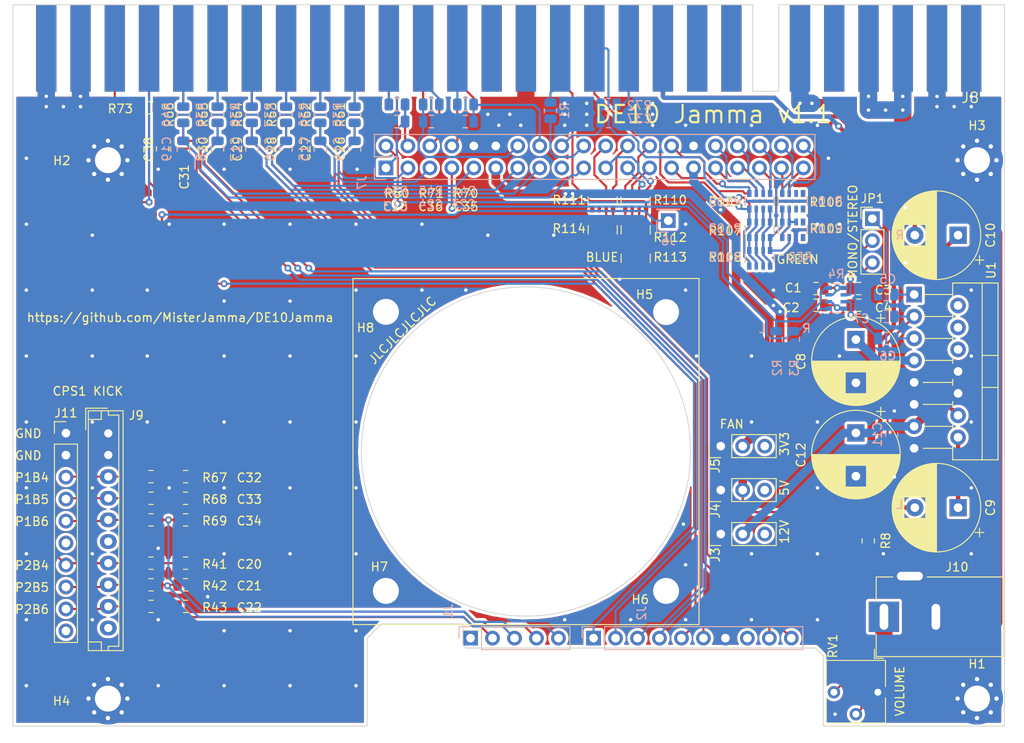
<source format=kicad_pcb>
(kicad_pcb (version 20171130) (host pcbnew "(5.1.5)-3")
  (layers (0 F.Cu signal) (31 B.Cu signal) (34 B.Paste user hide) (35 F.Paste user hide) (36 B.SilkS user) (37 F.SilkS user) (38 B.Mask user) (39 F.Mask user) (44 Edge.Cuts user))
  (net 0 "")
  (net 1 GND)
  (net 2 "Net-(C1-Pad1)")
  (net 3 "Net-(C2-Pad1)")
  (net 4 "Net-(C3-Pad1)")
  (net 5 "Net-(C4-Pad1)")
  (net 6 "Net-(C5-Pad2)")
  (net 7 "Net-(C6-Pad2)")
  (net 8 "Net-(C7-Pad1)")
  (net 9 "Net-(C8-Pad1)")
  (net 10 /JAMMA_SPEAKER_L)
  (net 11 "Net-(C9-Pad1)")
  (net 12 /JAMMA_SPEAKER_R)
  (net 13 "Net-(C10-Pad1)")
  (net 14 +12V)
  (net 15 /P2_U)
  (net 16 /P2_D)
  (net 17 /P2_L)
  (net 18 /P2_R)
  (net 19 /P2_BUTTON1)
  (net 20 /P2_BUTTON2)
  (net 21 /P2_BUTTON3)
  (net 22 /P2_BUTTON4)
  (net 23 /P2_BUTTON5)
  (net 24 /P2_BUTTON6)
  (net 25 /P2_COIN)
  (net 26 /P2_START)
  (net 27 /P1_U)
  (net 28 /P1_D)
  (net 29 /P1_L)
  (net 30 /P1_R)
  (net 31 /P1_BUTTON1)
  (net 32 /P1_BUTTON2)
  (net 33 /P1_BUTTON3)
  (net 34 /P1_BUTTON4)
  (net 35 /P1_BUTTON5)
  (net 36 /P1_BUTTON6)
  (net 37 /P1_COIN)
  (net 38 /P1_START)
  (net 39 /TEST)
  (net 40 /SELECT_UP)
  (net 41 +5V)
  (net 42 +3V3)
  (net 43 /VIDEO_R2)
  (net 44 /VIDEO_G2)
  (net 45 /VIDEO_R3)
  (net 46 /VIDEO_G3)
  (net 47 /VIDEO_R4)
  (net 48 /VIDEO_G4)
  (net 49 /VIDEO_R5)
  (net 50 /VIDEO_G5)
  (net 51 /VIDEO_R6)
  (net 52 /VIDEO_G6)
  (net 53 /VIDEO_R7)
  (net 54 /VIDEO_G7)
  (net 55 /VIDEO_B4)
  (net 56 /VIDEO_B5)
  (net 57 /VIDEO_B3)
  (net 58 /VIDEO_B6)
  (net 59 /VIDEO_B2)
  (net 60 /VIDEO_B7)
  (net 61 /VIDEO_SYNC)
  (net 62 /AUDIO_R)
  (net 63 /AUDIO_L)
  (net 64 +5VL)
  (net 65 /JAMMA_P2_BUTTON6)
  (net 66 /JAMMA_P2_BUTTON5)
  (net 67 /JAMMA_P2_BUTTON4)
  (net 68 /JAMMA_P1_BUTTON6)
  (net 69 /JAMMA_P1_BUTTON5)
  (net 70 /JAMMA_P1_BUTTON4)
  (net 71 /JAMMA_VIDEO_SYNC)
  (net 72 "Net-(R8-Pad1)")
  (net 73 /JAMMA_VIDEO_R)
  (net 74 /JAMMA_VIDEO_G)
  (net 75 /JAMMA_VIDEO_B)
  (net 76 /JAMMA_P2_U)
  (net 77 /JAMMA_P2_D)
  (net 78 /JAMMA_P2_L)
  (net 79 /JAMMA_P2_R)
  (net 80 /JAMMA_P2_BUTTON1)
  (net 81 /JAMMA_P2_BUTTON2)
  (net 82 /JAMMA_P2_BUTTON3)
  (net 83 /JAMMA_P2_COIN)
  (net 84 /JAMMA_P2_START)
  (net 85 /JAMMA_P1_U)
  (net 86 /JAMMA_P1_D)
  (net 87 /JAMMA_P1_L)
  (net 88 /JAMMA_P1_R)
  (net 89 /JAMMA_P1_BUTTON1)
  (net 90 /JAMMA_P1_BUTTON2)
  (net 91 /JAMMA_P1_BUTTON3)
  (net 92 /JAMMA_P1_COIN)
  (net 93 /JAMMA_P1_START)
  (net 94 /JAMMA_TEST)
  (net 95 /JAMMA_SELECT_UP)
  (net 96 "Net-(R100-Pad6)")
  (net 97 "Net-(R100-Pad7)")
  (net 98 "Net-(R100-Pad5)")
  (net 99 "Net-(R101-Pad8)")
  (net 100 "Net-(R101-Pad7)")
  (net 101 "Net-(R105-Pad3)")
  (net 102 "Net-(R105-Pad2)")
  (net 103 "Net-(R105-Pad4)")
  (net 104 "Net-(R106-Pad2)")
  (net 105 "Net-(R106-Pad1)")
  (net 106 "Net-(R110-Pad7)")
  (net 107 "Net-(R110-Pad6)")
  (net 108 "Net-(R110-Pad5)")
  (net 109 "Net-(R111-Pad8)")
  (net 110 "Net-(R111-Pad7)")
  (net 111 "Net-(C5-Pad1)")
  (module Resistor_SMD:R_Array_Convex_4x0603 (layer B.Cu) (at 182.734 69.936 180)
    (fp_text reference R4 (at 0 2.8) (layer B.SilkS) (effects (justify mirror)))
    (fp_text value 560R)
    (pad 5 smd rect (at 0.9 -1.2 180) (size 0.8 0.5) (layers B.Cu B.Paste B.Mask) (net 62 /AUDIO_R))
    (pad 6 smd rect (at 0.9 -0.4 180) (size 0.8 0.4) (layers B.Cu B.Paste B.Mask) (net 3 "Net-(C2-Pad1)"))
    (pad 8 smd rect (at 0.9 1.2 180) (size 0.8 0.5) (layers B.Cu B.Paste B.Mask) (net 63 /AUDIO_L))
    (pad 7 smd rect (at 0.9 0.4 180) (size 0.8 0.4) (layers B.Cu B.Paste B.Mask) (net 2 "Net-(C1-Pad1)"))
    (pad 4 smd rect (at -0.9 -1.2 180) (size 0.8 0.5) (layers B.Cu B.Paste B.Mask) (net 3 "Net-(C2-Pad1)"))
    (pad 2 smd rect (at -0.9 0.4 180) (size 0.8 0.4) (layers B.Cu B.Paste B.Mask) (net 4 "Net-(C3-Pad1)"))
    (pad 3 smd rect (at -0.9 -0.4 180) (size 0.8 0.4) (layers B.Cu B.Paste B.Mask) (net 5 "Net-(C4-Pad1)"))
    (pad 1 smd rect (at -0.9 1.2 180) (size 0.8 0.5) (layers B.Cu B.Paste B.Mask) (net 2 "Net-(C1-Pad1)"))
  )
  (module Resistor_SMD:R_Array_Convex_4x0603 (layer F.Cu) (at 155.742 62.016 270)
    (fp_text reference R114 (at -0.138 3.88 180) (layer F.SilkS))
    (fp_text value 475R)
    (pad 5 smd rect (at 0.9 1.2 270) (size 0.8 0.5) (layers F.Cu F.Paste F.Mask))
    (pad 6 smd rect (at 0.9 0.4 270) (size 0.8 0.4) (layers F.Cu F.Paste F.Mask) (net 1 GND))
    (pad 8 smd rect (at 0.9 -1.2 270) (size 0.8 0.5) (layers F.Cu F.Paste F.Mask) (net 110 "Net-(R111-Pad7)"))
    (pad 7 smd rect (at 0.9 -0.4 270) (size 0.8 0.4) (layers F.Cu F.Paste F.Mask) (net 109 "Net-(R111-Pad8)"))
    (pad 4 smd rect (at -0.9 1.2 270) (size 0.8 0.5) (layers F.Cu F.Paste F.Mask))
    (pad 2 smd rect (at -0.9 -0.4 270) (size 0.8 0.4) (layers F.Cu F.Paste F.Mask) (net 110 "Net-(R111-Pad7)"))
    (pad 3 smd rect (at -0.9 0.4 270) (size 0.8 0.4) (layers F.Cu F.Paste F.Mask) (net 110 "Net-(R111-Pad7)"))
    (pad 1 smd rect (at -0.9 -1.2 270) (size 0.8 0.5) (layers F.Cu F.Paste F.Mask) (net 109 "Net-(R111-Pad8)"))
  )
  (module Resistor_SMD:R_Array_Convex_4x0603 (layer F.Cu) (at 159.552 65.318 270)
    (fp_text reference R113 (at -0.138 -3.994) (layer F.SilkS))
    (fp_text value 475R)
    (pad 5 smd rect (at 0.9 1.2 270) (size 0.8 0.5) (layers F.Cu F.Paste F.Mask) (net 108 "Net-(R110-Pad5)"))
    (pad 6 smd rect (at 0.9 0.4 270) (size 0.8 0.4) (layers F.Cu F.Paste F.Mask) (net 107 "Net-(R110-Pad6)"))
    (pad 8 smd rect (at 0.9 -1.2 270) (size 0.8 0.5) (layers F.Cu F.Paste F.Mask) (net 75 /JAMMA_VIDEO_B))
    (pad 7 smd rect (at 0.9 -0.4 270) (size 0.8 0.4) (layers F.Cu F.Paste F.Mask) (net 106 "Net-(R110-Pad7)"))
    (pad 4 smd rect (at -0.9 1.2 270) (size 0.8 0.5) (layers F.Cu F.Paste F.Mask) (net 109 "Net-(R111-Pad8)"))
    (pad 2 smd rect (at -0.9 -0.4 270) (size 0.8 0.4) (layers F.Cu F.Paste F.Mask) (net 107 "Net-(R110-Pad6)"))
    (pad 3 smd rect (at -0.9 0.4 270) (size 0.8 0.4) (layers F.Cu F.Paste F.Mask) (net 108 "Net-(R110-Pad5)"))
    (pad 1 smd rect (at -0.9 -1.2 270) (size 0.8 0.5) (layers F.Cu F.Paste F.Mask) (net 106 "Net-(R110-Pad7)"))
  )
  (module Resistor_SMD:R_Array_Convex_4x0603 (layer F.Cu) (at 159.552 62.016 270)
    (fp_text reference R112 (at 0.878 -3.994 180) (layer F.SilkS))
    (fp_text value 475R)
    (pad 5 smd rect (at 0.9 1.2 270) (size 0.8 0.5) (layers F.Cu F.Paste F.Mask) (net 109 "Net-(R111-Pad8)"))
    (pad 6 smd rect (at 0.9 0.4 270) (size 0.8 0.4) (layers F.Cu F.Paste F.Mask) (net 108 "Net-(R110-Pad5)"))
    (pad 8 smd rect (at 0.9 -1.2 270) (size 0.8 0.5) (layers F.Cu F.Paste F.Mask) (net 106 "Net-(R110-Pad7)"))
    (pad 7 smd rect (at 0.9 -0.4 270) (size 0.8 0.4) (layers F.Cu F.Paste F.Mask) (net 107 "Net-(R110-Pad6)"))
    (pad 4 smd rect (at -0.9 1.2 270) (size 0.8 0.5) (layers F.Cu F.Paste F.Mask) (net 108 "Net-(R110-Pad5)"))
    (pad 2 smd rect (at -0.9 -0.4 270) (size 0.8 0.4) (layers F.Cu F.Paste F.Mask) (net 106 "Net-(R110-Pad7)"))
    (pad 3 smd rect (at -0.9 0.4 270) (size 0.8 0.4) (layers F.Cu F.Paste F.Mask) (net 107 "Net-(R110-Pad6)"))
    (pad 1 smd rect (at -0.9 -1.2 270) (size 0.8 0.5) (layers F.Cu F.Paste F.Mask) (net 75 /JAMMA_VIDEO_B))
  )
  (module Resistor_SMD:R_Array_Convex_4x0603 (layer F.Cu) (at 155.742 58.714 270)
    (fp_text reference R111 (at -0.138 3.88 180) (layer F.SilkS))
    (fp_text value 475R)
    (pad 5 smd rect (at 0.9 1.2 270) (size 0.8 0.5) (layers F.Cu F.Paste F.Mask))
    (pad 6 smd rect (at 0.9 0.4 270) (size 0.8 0.4) (layers F.Cu F.Paste F.Mask))
    (pad 8 smd rect (at 0.9 -1.2 270) (size 0.8 0.5) (layers F.Cu F.Paste F.Mask) (net 109 "Net-(R111-Pad8)"))
    (pad 7 smd rect (at 0.9 -0.4 270) (size 0.8 0.4) (layers F.Cu F.Paste F.Mask) (net 110 "Net-(R111-Pad7)"))
    (pad 4 smd rect (at -0.9 1.2 270) (size 0.8 0.5) (layers F.Cu F.Paste F.Mask))
    (pad 2 smd rect (at -0.9 -0.4 270) (size 0.8 0.4) (layers F.Cu F.Paste F.Mask) (net 59 /VIDEO_B2))
    (pad 3 smd rect (at -0.9 0.4 270) (size 0.8 0.4) (layers F.Cu F.Paste F.Mask))
    (pad 1 smd rect (at -0.9 -1.2 270) (size 0.8 0.5) (layers F.Cu F.Paste F.Mask) (net 57 /VIDEO_B3))
  )
  (module Resistor_SMD:R_Array_Convex_4x0603 (layer F.Cu) (at 159.552 58.714 270)
    (fp_text reference R110 (at -0.138 -3.994 180) (layer F.SilkS))
    (fp_text value 475R)
    (pad 5 smd rect (at 0.9 1.2 270) (size 0.8 0.5) (layers F.Cu F.Paste F.Mask) (net 108 "Net-(R110-Pad5)"))
    (pad 6 smd rect (at 0.9 0.4 270) (size 0.8 0.4) (layers F.Cu F.Paste F.Mask) (net 107 "Net-(R110-Pad6)"))
    (pad 8 smd rect (at 0.9 -1.2 270) (size 0.8 0.5) (layers F.Cu F.Paste F.Mask) (net 75 /JAMMA_VIDEO_B))
    (pad 7 smd rect (at 0.9 -0.4 270) (size 0.8 0.4) (layers F.Cu F.Paste F.Mask) (net 106 "Net-(R110-Pad7)"))
    (pad 4 smd rect (at -0.9 1.2 270) (size 0.8 0.5) (layers F.Cu F.Paste F.Mask) (net 55 /VIDEO_B4))
    (pad 2 smd rect (at -0.9 -0.4 270) (size 0.8 0.4) (layers F.Cu F.Paste F.Mask) (net 58 /VIDEO_B6))
    (pad 3 smd rect (at -0.9 0.4 270) (size 0.8 0.4) (layers F.Cu F.Paste F.Mask) (net 56 /VIDEO_B5))
    (pad 1 smd rect (at -0.9 -1.2 270) (size 0.8 0.5) (layers F.Cu F.Paste F.Mask) (net 60 /VIDEO_B7))
  )
  (module Resistor_SMD:R_Array_Convex_4x0603 (layer F.Cu) (at 177.7 62.016 90)
    (fp_text reference R109 (at 0.138 3.88 180) (layer F.SilkS))
    (fp_text value 475R)
    (pad 5 smd rect (at 0.9 1.2 90) (size 0.8 0.5) (layers F.Cu F.Paste F.Mask))
    (pad 6 smd rect (at 0.9 0.4 90) (size 0.8 0.4) (layers F.Cu F.Paste F.Mask) (net 104 "Net-(R106-Pad2)"))
    (pad 8 smd rect (at 0.9 -1.2 90) (size 0.8 0.5) (layers F.Cu F.Paste F.Mask) (net 105 "Net-(R106-Pad1)"))
    (pad 7 smd rect (at 0.9 -0.4 90) (size 0.8 0.4) (layers F.Cu F.Paste F.Mask) (net 104 "Net-(R106-Pad2)"))
    (pad 4 smd rect (at -0.9 1.2 90) (size 0.8 0.5) (layers F.Cu F.Paste F.Mask))
    (pad 2 smd rect (at -0.9 -0.4 90) (size 0.8 0.4) (layers F.Cu F.Paste F.Mask) (net 105 "Net-(R106-Pad1)"))
    (pad 3 smd rect (at -0.9 0.4 90) (size 0.8 0.4) (layers F.Cu F.Paste F.Mask) (net 1 GND))
    (pad 1 smd rect (at -0.9 -1.2 90) (size 0.8 0.5) (layers F.Cu F.Paste F.Mask) (net 104 "Net-(R106-Pad2)"))
  )
  (module Resistor_SMD:R_Array_Convex_4x0603 (layer F.Cu) (at 173.89 65.318 90)
    (fp_text reference R108 (at 0.138 -3.994 180) (layer F.SilkS))
    (fp_text value 475R)
    (pad 5 smd rect (at 0.9 1.2 90) (size 0.8 0.5) (layers F.Cu F.Paste F.Mask) (net 105 "Net-(R106-Pad1)"))
    (pad 6 smd rect (at 0.9 0.4 90) (size 0.8 0.4) (layers F.Cu F.Paste F.Mask) (net 103 "Net-(R105-Pad4)"))
    (pad 8 smd rect (at 0.9 -1.2 90) (size 0.8 0.5) (layers F.Cu F.Paste F.Mask) (net 102 "Net-(R105-Pad2)"))
    (pad 7 smd rect (at 0.9 -0.4 90) (size 0.8 0.4) (layers F.Cu F.Paste F.Mask) (net 101 "Net-(R105-Pad3)"))
    (pad 4 smd rect (at -0.9 1.2 90) (size 0.8 0.5) (layers F.Cu F.Paste F.Mask) (net 103 "Net-(R105-Pad4)"))
    (pad 2 smd rect (at -0.9 -0.4 90) (size 0.8 0.4) (layers F.Cu F.Paste F.Mask) (net 102 "Net-(R105-Pad2)"))
    (pad 3 smd rect (at -0.9 0.4 90) (size 0.8 0.4) (layers F.Cu F.Paste F.Mask) (net 101 "Net-(R105-Pad3)"))
    (pad 1 smd rect (at -0.9 -1.2 90) (size 0.8 0.5) (layers F.Cu F.Paste F.Mask) (net 74 /JAMMA_VIDEO_G))
  )
  (module Resistor_SMD:R_Array_Convex_4x0603 (layer F.Cu) (at 173.89 62.016 90)
    (fp_text reference R107 (at -0.116 -3.994 180) (layer F.SilkS))
    (fp_text value 475R)
    (pad 5 smd rect (at 0.9 1.2 90) (size 0.8 0.5) (layers F.Cu F.Paste F.Mask) (net 103 "Net-(R105-Pad4)"))
    (pad 6 smd rect (at 0.9 0.4 90) (size 0.8 0.4) (layers F.Cu F.Paste F.Mask) (net 101 "Net-(R105-Pad3)"))
    (pad 8 smd rect (at 0.9 -1.2 90) (size 0.8 0.5) (layers F.Cu F.Paste F.Mask) (net 74 /JAMMA_VIDEO_G))
    (pad 7 smd rect (at 0.9 -0.4 90) (size 0.8 0.4) (layers F.Cu F.Paste F.Mask) (net 102 "Net-(R105-Pad2)"))
    (pad 4 smd rect (at -0.9 1.2 90) (size 0.8 0.5) (layers F.Cu F.Paste F.Mask) (net 105 "Net-(R106-Pad1)"))
    (pad 2 smd rect (at -0.9 -0.4 90) (size 0.8 0.4) (layers F.Cu F.Paste F.Mask) (net 101 "Net-(R105-Pad3)"))
    (pad 3 smd rect (at -0.9 0.4 90) (size 0.8 0.4) (layers F.Cu F.Paste F.Mask) (net 103 "Net-(R105-Pad4)"))
    (pad 1 smd rect (at -0.9 -1.2 90) (size 0.8 0.5) (layers F.Cu F.Paste F.Mask) (net 102 "Net-(R105-Pad2)"))
  )
  (module Resistor_SMD:R_Array_Convex_4x0603 (layer F.Cu) (at 177.7 58.714 90)
    (fp_text reference R106 (at -0.116 3.88 180) (layer F.SilkS))
    (fp_text value 475R)
    (pad 5 smd rect (at 0.9 1.2 90) (size 0.8 0.5) (layers F.Cu F.Paste F.Mask))
    (pad 6 smd rect (at 0.9 0.4 90) (size 0.8 0.4) (layers F.Cu F.Paste F.Mask))
    (pad 8 smd rect (at 0.9 -1.2 90) (size 0.8 0.5) (layers F.Cu F.Paste F.Mask) (net 46 /VIDEO_G3))
    (pad 7 smd rect (at 0.9 -0.4 90) (size 0.8 0.4) (layers F.Cu F.Paste F.Mask) (net 44 /VIDEO_G2))
    (pad 4 smd rect (at -0.9 1.2 90) (size 0.8 0.5) (layers F.Cu F.Paste F.Mask))
    (pad 2 smd rect (at -0.9 -0.4 90) (size 0.8 0.4) (layers F.Cu F.Paste F.Mask) (net 104 "Net-(R106-Pad2)"))
    (pad 3 smd rect (at -0.9 0.4 90) (size 0.8 0.4) (layers F.Cu F.Paste F.Mask))
    (pad 1 smd rect (at -0.9 -1.2 90) (size 0.8 0.5) (layers F.Cu F.Paste F.Mask) (net 105 "Net-(R106-Pad1)"))
  )
  (module Resistor_SMD:R_Array_Convex_4x0603 (layer F.Cu) (at 173.89 58.714 90)
    (fp_text reference R105 (at 0 -3.994 180) (layer F.SilkS))
    (fp_text value 475R)
    (pad 5 smd rect (at 0.9 1.2 90) (size 0.8 0.5) (layers F.Cu F.Paste F.Mask) (net 48 /VIDEO_G4))
    (pad 6 smd rect (at 0.9 0.4 90) (size 0.8 0.4) (layers F.Cu F.Paste F.Mask) (net 50 /VIDEO_G5))
    (pad 8 smd rect (at 0.9 -1.2 90) (size 0.8 0.5) (layers F.Cu F.Paste F.Mask) (net 54 /VIDEO_G7))
    (pad 7 smd rect (at 0.9 -0.4 90) (size 0.8 0.4) (layers F.Cu F.Paste F.Mask) (net 52 /VIDEO_G6))
    (pad 4 smd rect (at -0.9 1.2 90) (size 0.8 0.5) (layers F.Cu F.Paste F.Mask) (net 103 "Net-(R105-Pad4)"))
    (pad 2 smd rect (at -0.9 -0.4 90) (size 0.8 0.4) (layers F.Cu F.Paste F.Mask) (net 102 "Net-(R105-Pad2)"))
    (pad 3 smd rect (at -0.9 0.4 90) (size 0.8 0.4) (layers F.Cu F.Paste F.Mask) (net 101 "Net-(R105-Pad3)"))
    (pad 1 smd rect (at -0.9 -1.2 90) (size 0.8 0.5) (layers F.Cu F.Paste F.Mask) (net 74 /JAMMA_VIDEO_G))
  )
  (module Resistor_SMD:R_Array_Convex_4x0603 (layer B.Cu) (at 177.7 62.016 270)
    (fp_text reference R104 (at -0.138 -3.88 180) (layer B.SilkS) (effects (justify mirror)))
    (fp_text value 475R)
    (pad 5 smd rect (at 0.9 -1.2 270) (size 0.8 0.5) (layers B.Cu B.Paste B.Mask))
    (pad 6 smd rect (at 0.9 -0.4 270) (size 0.8 0.4) (layers B.Cu B.Paste B.Mask) (net 1 GND))
    (pad 8 smd rect (at 0.9 1.2 270) (size 0.8 0.5) (layers B.Cu B.Paste B.Mask) (net 100 "Net-(R101-Pad7)"))
    (pad 7 smd rect (at 0.9 0.4 270) (size 0.8 0.4) (layers B.Cu B.Paste B.Mask) (net 99 "Net-(R101-Pad8)"))
    (pad 4 smd rect (at -0.9 -1.2 270) (size 0.8 0.5) (layers B.Cu B.Paste B.Mask))
    (pad 2 smd rect (at -0.9 0.4 270) (size 0.8 0.4) (layers B.Cu B.Paste B.Mask) (net 100 "Net-(R101-Pad7)"))
    (pad 3 smd rect (at -0.9 -0.4 270) (size 0.8 0.4) (layers B.Cu B.Paste B.Mask) (net 100 "Net-(R101-Pad7)"))
    (pad 1 smd rect (at -0.9 1.2 270) (size 0.8 0.5) (layers B.Cu B.Paste B.Mask) (net 99 "Net-(R101-Pad8)"))
  )
  (module Resistor_SMD:R_Array_Convex_4x0603 (layer B.Cu) (at 173.89 65.318 270)
    (fp_text reference R103 (at -0.138 3.994 180) (layer B.SilkS) (effects (justify mirror)))
    (fp_text value 475R)
    (pad 5 smd rect (at 0.9 -1.2 270) (size 0.8 0.5) (layers B.Cu B.Paste B.Mask) (net 98 "Net-(R100-Pad5)"))
    (pad 6 smd rect (at 0.9 -0.4 270) (size 0.8 0.4) (layers B.Cu B.Paste B.Mask) (net 96 "Net-(R100-Pad6)"))
    (pad 8 smd rect (at 0.9 1.2 270) (size 0.8 0.5) (layers B.Cu B.Paste B.Mask) (net 73 /JAMMA_VIDEO_R))
    (pad 7 smd rect (at 0.9 0.4 270) (size 0.8 0.4) (layers B.Cu B.Paste B.Mask) (net 97 "Net-(R100-Pad7)"))
    (pad 4 smd rect (at -0.9 -1.2 270) (size 0.8 0.5) (layers B.Cu B.Paste B.Mask) (net 99 "Net-(R101-Pad8)"))
    (pad 2 smd rect (at -0.9 0.4 270) (size 0.8 0.4) (layers B.Cu B.Paste B.Mask) (net 96 "Net-(R100-Pad6)"))
    (pad 3 smd rect (at -0.9 -0.4 270) (size 0.8 0.4) (layers B.Cu B.Paste B.Mask) (net 98 "Net-(R100-Pad5)"))
    (pad 1 smd rect (at -0.9 1.2 270) (size 0.8 0.5) (layers B.Cu B.Paste B.Mask) (net 97 "Net-(R100-Pad7)"))
  )
  (module Resistor_SMD:R_Array_Convex_4x0603 (layer B.Cu) (at 173.89 62.016 270)
    (fp_text reference R102 (at -0.138 3.994 180) (layer B.SilkS) (effects (justify mirror)))
    (fp_text value 475R)
    (pad 5 smd rect (at 0.9 -1.2 270) (size 0.8 0.5) (layers B.Cu B.Paste B.Mask) (net 99 "Net-(R101-Pad8)"))
    (pad 6 smd rect (at 0.9 -0.4 270) (size 0.8 0.4) (layers B.Cu B.Paste B.Mask) (net 98 "Net-(R100-Pad5)"))
    (pad 8 smd rect (at 0.9 1.2 270) (size 0.8 0.5) (layers B.Cu B.Paste B.Mask) (net 97 "Net-(R100-Pad7)"))
    (pad 7 smd rect (at 0.9 0.4 270) (size 0.8 0.4) (layers B.Cu B.Paste B.Mask) (net 96 "Net-(R100-Pad6)"))
    (pad 4 smd rect (at -0.9 -1.2 270) (size 0.8 0.5) (layers B.Cu B.Paste B.Mask) (net 98 "Net-(R100-Pad5)"))
    (pad 2 smd rect (at -0.9 0.4 270) (size 0.8 0.4) (layers B.Cu B.Paste B.Mask) (net 97 "Net-(R100-Pad7)"))
    (pad 3 smd rect (at -0.9 -0.4 270) (size 0.8 0.4) (layers B.Cu B.Paste B.Mask) (net 96 "Net-(R100-Pad6)"))
    (pad 1 smd rect (at -0.9 1.2 270) (size 0.8 0.5) (layers B.Cu B.Paste B.Mask) (net 73 /JAMMA_VIDEO_R))
  )
  (module Resistor_SMD:R_Array_Convex_4x0603 (layer B.Cu) (at 177.7 58.714 270)
    (fp_text reference R101 (at 0 -3.88 180) (layer B.SilkS) (effects (justify mirror)))
    (fp_text value 475R)
    (pad 5 smd rect (at 0.9 -1.2 270) (size 0.8 0.5) (layers B.Cu B.Paste B.Mask))
    (pad 6 smd rect (at 0.9 -0.4 270) (size 0.8 0.4) (layers B.Cu B.Paste B.Mask))
    (pad 8 smd rect (at 0.9 1.2 270) (size 0.8 0.5) (layers B.Cu B.Paste B.Mask) (net 99 "Net-(R101-Pad8)"))
    (pad 7 smd rect (at 0.9 0.4 270) (size 0.8 0.4) (layers B.Cu B.Paste B.Mask) (net 100 "Net-(R101-Pad7)"))
    (pad 4 smd rect (at -0.9 -1.2 270) (size 0.8 0.5) (layers B.Cu B.Paste B.Mask))
    (pad 2 smd rect (at -0.9 0.4 270) (size 0.8 0.4) (layers B.Cu B.Paste B.Mask) (net 43 /VIDEO_R2))
    (pad 3 smd rect (at -0.9 -0.4 270) (size 0.8 0.4) (layers B.Cu B.Paste B.Mask))
    (pad 1 smd rect (at -0.9 1.2 270) (size 0.8 0.5) (layers B.Cu B.Paste B.Mask) (net 45 /VIDEO_R3))
  )
  (module Resistor_SMD:R_Array_Convex_4x0603 (layer B.Cu) (at 173.89 58.714 270)
    (fp_text reference R100 (at 0.116 3.994 180) (layer B.SilkS) (effects (justify mirror)))
    (fp_text value 475R)
    (pad 5 smd rect (at 0.9 -1.2 270) (size 0.8 0.5) (layers B.Cu B.Paste B.Mask) (net 98 "Net-(R100-Pad5)"))
    (pad 6 smd rect (at 0.9 -0.4 270) (size 0.8 0.4) (layers B.Cu B.Paste B.Mask) (net 96 "Net-(R100-Pad6)"))
    (pad 8 smd rect (at 0.9 1.2 270) (size 0.8 0.5) (layers B.Cu B.Paste B.Mask) (net 73 /JAMMA_VIDEO_R))
    (pad 7 smd rect (at 0.9 0.4 270) (size 0.8 0.4) (layers B.Cu B.Paste B.Mask) (net 97 "Net-(R100-Pad7)"))
    (pad 4 smd rect (at -0.9 -1.2 270) (size 0.8 0.5) (layers B.Cu B.Paste B.Mask) (net 47 /VIDEO_R4))
    (pad 2 smd rect (at -0.9 0.4 270) (size 0.8 0.4) (layers B.Cu B.Paste B.Mask) (net 51 /VIDEO_R6))
    (pad 3 smd rect (at -0.9 -0.4 270) (size 0.8 0.4) (layers B.Cu B.Paste B.Mask) (net 49 /VIDEO_R5))
    (pad 1 smd rect (at -0.9 1.2 270) (size 0.8 0.5) (layers B.Cu B.Paste B.Mask) (net 53 /VIDEO_R7))
  )
  (module Connector_PinHeader_2.54mm:PinHeader_1x03_P2.54mm_Vertical (layer F.Cu) (at 186.914 60.735)
    (fp_text reference JP1 (at 0 -2.33) (layer F.SilkS))
    (fp_text value Mono/Stereo)
    (pad 3 thru_hole oval (at 0 5.08) (size 1.7 1.7) (drill 1) (layers *.Cu *.Mask) (net 5 "Net-(C4-Pad1)"))
    (pad 2 thru_hole oval (at 0 2.54) (size 1.7 1.7) (drill 1) (layers *.Cu *.Mask) (net 4 "Net-(C3-Pad1)"))
    (pad 1 thru_hole rect (at 0 0) (size 1.7 1.7) (drill 1) (layers *.Cu *.Mask) (net 111 "Net-(C5-Pad1)"))
  )
  (module Connector_PinHeader_2.54mm:PinHeader_1x10_P2.54mm_Vertical (layer F.Cu) (at 93.696 85.5254)
    (fp_text reference J11 (at 0 -2.33) (layer F.SilkS))
    (fp_text value "0.1\" kick")
    (pad 10 thru_hole oval (at 0 22.86) (size 1.7 1.7) (drill 1) (layers *.Cu *.Mask))
    (pad 9 thru_hole oval (at 0 20.32) (size 1.7 1.7) (drill 1) (layers *.Cu *.Mask) (net 65 /JAMMA_P2_BUTTON6))
    (pad 8 thru_hole oval (at 0 17.78) (size 1.7 1.7) (drill 1) (layers *.Cu *.Mask) (net 66 /JAMMA_P2_BUTTON5))
    (pad 7 thru_hole oval (at 0 15.24) (size 1.7 1.7) (drill 1) (layers *.Cu *.Mask) (net 67 /JAMMA_P2_BUTTON4))
    (pad 6 thru_hole oval (at 0 12.7) (size 1.7 1.7) (drill 1) (layers *.Cu *.Mask))
    (pad 5 thru_hole oval (at 0 10.16) (size 1.7 1.7) (drill 1) (layers *.Cu *.Mask) (net 68 /JAMMA_P1_BUTTON6))
    (pad 4 thru_hole oval (at 0 7.62) (size 1.7 1.7) (drill 1) (layers *.Cu *.Mask) (net 69 /JAMMA_P1_BUTTON5))
    (pad 3 thru_hole oval (at 0 5.08) (size 1.7 1.7) (drill 1) (layers *.Cu *.Mask) (net 70 /JAMMA_P1_BUTTON4))
    (pad 2 thru_hole oval (at 0 2.54) (size 1.7 1.7) (drill 1) (layers *.Cu *.Mask) (net 1 GND))
    (pad 1 thru_hole rect (at 0 0) (size 1.7 1.7) (drill 1) (layers *.Cu *.Mask) (net 1 GND))
  )
  (module Capacitor_THT:CP_Radial_D10.0mm_P5.00mm (layer F.Cu) (at 185.009 85.5 270)
    (fp_text reference C12 (at 2.54 6.35 90) (layer F.SilkS))
    (fp_text value 1000uF)
    (pad 2 thru_hole circle (at 5 0 270) (size 2 2) (drill 1) (layers *.Cu *.Mask) (net 1 GND))
    (pad 1 thru_hole rect (at 0 0 270) (size 2 2) (drill 1) (layers *.Cu *.Mask) (net 14 +12V))
  )
  (module Capacitor_SMD:C_0805_2012Metric (layer F.Cu) (at 186.4314 97.9691 90)
    (fp_text reference R8 (at 0 2.032 90) (layer F.SilkS))
    (fp_text value 300k)
    (pad 2 smd roundrect (at 0.9375 0 90) (size 0.975 1.4) (layers F.Cu F.Paste F.Mask) (net 8 "Net-(C7-Pad1)"))
    (pad 1 smd roundrect (at -0.9375 0 90) (size 0.975 1.4) (layers F.Cu F.Paste F.Mask) (net 72 "Net-(R8-Pad1)"))
  )
  (module Capacitor_SMD:C_0805_2012Metric (layer B.Cu) (at 177.77 74.6773 90)
    (fp_text reference R3 (at -3.302 0.126 90) (layer B.SilkS) (effects (justify mirror)))
    (fp_text value 1k)
    (pad 2 smd roundrect (at 0.9375 0 90) (size 0.975 1.4) (layers B.Cu B.Paste B.Mask) (net 62 /AUDIO_R))
    (pad 1 smd roundrect (at -0.9375 0 90) (size 0.975 1.4) (layers B.Cu B.Paste B.Mask) (net 1 GND))
  )
  (module Capacitor_SMD:C_0805_2012Metric (layer B.Cu) (at 175.7888 74.6773 90)
    (fp_text reference R2 (at -3.302 0.126 90) (layer B.SilkS) (effects (justify mirror)))
    (fp_text value 1k)
    (pad 2 smd roundrect (at 0.9375 0 90) (size 0.975 1.4) (layers B.Cu B.Paste B.Mask) (net 63 /AUDIO_L))
    (pad 1 smd roundrect (at -0.9375 0 90) (size 0.975 1.4) (layers B.Cu B.Paste B.Mask) (net 1 GND))
  )
  (module Capacitor_SMD:C_0805_2012Metric (layer B.Cu) (at 189.1492 85.6755 270)
    (fp_text reference C11 (at 0 1.65 90) (layer B.SilkS) (effects (justify mirror)))
    (fp_text value 100nF)
    (pad 2 smd roundrect (at 0.9375 0 270) (size 0.975 1.4) (layers B.Cu B.Paste B.Mask) (net 1 GND))
    (pad 1 smd roundrect (at -0.9375 0 270) (size 0.975 1.4) (layers B.Cu B.Paste B.Mask) (net 14 +12V))
  )
  (module Capacitor_SMD:C_0805_2012Metric (layer B.Cu) (at 188.5165 72.038 180)
    (fp_text reference C7 (at 2.8725 -0.254) (layer B.SilkS) (effects (justify mirror)))
    (fp_text value 100nF)
    (pad 2 smd roundrect (at 0.9375 0 180) (size 0.975 1.4) (layers B.Cu B.Paste B.Mask) (net 1 GND))
    (pad 1 smd roundrect (at -0.9375 0 180) (size 0.975 1.4) (layers B.Cu B.Paste B.Mask) (net 8 "Net-(C7-Pad1)"))
  )
  (module Capacitor_SMD:C_0805_2012Metric (layer B.Cu) (at 188.5165 74.578)
    (fp_text reference C6 (at 0.1755 2.032) (layer B.SilkS) (effects (justify mirror)))
    (fp_text value 470nF)
    (pad 2 smd roundrect (at 0.9375 0) (size 0.975 1.4) (layers B.Cu B.Paste B.Mask) (net 7 "Net-(C6-Pad2)"))
    (pad 1 smd roundrect (at -0.9375 0) (size 0.975 1.4) (layers B.Cu B.Paste B.Mask) (net 5 "Net-(C4-Pad1)"))
  )
  (module Capacitor_SMD:C_0805_2012Metric (layer B.Cu) (at 188.5165 69.498)
    (fp_text reference C5 (at 0.1755 -1.778) (layer B.SilkS) (effects (justify mirror)))
    (fp_text value 470nF)
    (pad 2 smd roundrect (at 0.9375 0) (size 0.975 1.4) (layers B.Cu B.Paste B.Mask) (net 6 "Net-(C5-Pad2)"))
    (pad 1 smd roundrect (at -0.9375 0) (size 0.975 1.4) (layers B.Cu B.Paste B.Mask) (net 111 "Net-(C5-Pad1)"))
  )
  (module Capacitor_SMD:C_0805_2012Metric (layer F.Cu) (at 185.3369 70.7426)
    (fp_text reference C4 (at 2.8471 0.2794) (layer F.SilkS))
    (fp_text value 10nF)
    (pad 2 smd roundrect (at 0.9375 0) (size 0.975 1.4) (layers F.Cu F.Paste F.Mask) (net 1 GND))
    (pad 1 smd roundrect (at -0.9375 0) (size 0.975 1.4) (layers F.Cu F.Paste F.Mask) (net 5 "Net-(C4-Pad1)"))
  )
  (module Capacitor_SMD:C_0805_2012Metric (layer F.Cu) (at 185.3369 68.8122)
    (fp_text reference C3 (at 2.8471 0.1778) (layer F.SilkS))
    (fp_text value 10nF)
    (pad 2 smd roundrect (at 0.9375 0) (size 0.975 1.4) (layers F.Cu F.Paste F.Mask) (net 1 GND))
    (pad 1 smd roundrect (at -0.9375 0) (size 0.975 1.4) (layers F.Cu F.Paste F.Mask) (net 4 "Net-(C3-Pad1)"))
  )
  (module Capacitor_SMD:C_0805_2012Metric (layer F.Cu) (at 180.4139 70.7426 180)
    (fp_text reference C2 (at 2.8979 -0.2794) (layer F.SilkS))
    (fp_text value 10nF)
    (pad 2 smd roundrect (at 0.9375 0 180) (size 0.975 1.4) (layers F.Cu F.Paste F.Mask) (net 1 GND))
    (pad 1 smd roundrect (at -0.9375 0 180) (size 0.975 1.4) (layers F.Cu F.Paste F.Mask) (net 3 "Net-(C2-Pad1)"))
  )
  (module Capacitor_SMD:C_0805_2012Metric (layer F.Cu) (at 180.4116 68.8122 180)
    (fp_text reference C1 (at 2.6416 0.0762 180) (layer F.SilkS))
    (fp_text value 10nF)
    (pad 2 smd roundrect (at 0.9375 0 180) (size 0.975 1.4) (layers F.Cu F.Paste F.Mask) (net 1 GND))
    (pad 1 smd roundrect (at -0.9375 0 180) (size 0.975 1.4) (layers F.Cu F.Paste F.Mask) (net 2 "Net-(C1-Pad1)"))
  )
  (module Capacitor_THT:CP_Radial_D10.0mm_P5.00mm (layer F.Cu) (at 196.82 62.64 180)
    (fp_text reference C10 (at -3.7465 0 90) (layer F.SilkS))
    (fp_text value 1000uF)
    (pad 2 thru_hole circle (at 5 0 180) (size 2 2) (drill 1) (layers *.Cu *.Mask) (net 12 /JAMMA_SPEAKER_R))
    (pad 1 thru_hole rect (at 0 0 180) (size 2 2) (drill 1) (layers *.Cu *.Mask) (net 13 "Net-(C10-Pad1)"))
  )
  (module Capacitor_THT:CP_Radial_D10.0mm_P5.00mm (layer F.Cu) (at 196.82 94.136 180)
    (fp_text reference C9 (at -3.7465 0 90) (layer F.SilkS))
    (fp_text value 1000uF)
    (pad 2 thru_hole circle (at 5 0 180) (size 2 2) (drill 1) (layers *.Cu *.Mask) (net 10 /JAMMA_SPEAKER_L))
    (pad 1 thru_hole rect (at 0 0 180) (size 2 2) (drill 1) (layers *.Cu *.Mask) (net 11 "Net-(C9-Pad1)"))
  )
  (module Capacitor_THT:CP_Radial_D10.0mm_P5.00mm (layer F.Cu) (at 185.009 74.705 270)
    (fp_text reference C8 (at 2.54 6.35 90) (layer F.SilkS))
    (fp_text value 470uF)
    (pad 1 thru_hole rect (at 0 0 270) (size 2 2) (drill 1) (layers *.Cu *.Mask) (net 9 "Net-(C8-Pad1)"))
    (pad 2 thru_hole circle (at 5 0 270) (size 2 2) (drill 1) (layers *.Cu *.Mask) (net 1 GND))
  )
  (module Connector_PinSocket_2.54mm:PinSocket_2x20_P2.54mm_Vertical (layer B.Cu) (at 130.683 54.864 270)
    (fp_text reference J7 (at 1.68 2.77 90) (layer B.SilkS) (effects (justify mirror)))
    (fp_text value GPIO1)
    (pad 40 thru_hole oval (at -2.54 -48.26 270) (size 1.7 1.7) (drill 1) (layers *.Cu *.Mask) (net 43 /VIDEO_R2))
    (pad 39 thru_hole oval (at 0 -48.26 270) (size 1.7 1.7) (drill 1) (layers *.Cu *.Mask) (net 44 /VIDEO_G2))
    (pad 38 thru_hole oval (at -2.54 -45.72 270) (size 1.7 1.7) (drill 1) (layers *.Cu *.Mask) (net 45 /VIDEO_R3))
    (pad 37 thru_hole oval (at 0 -45.72 270) (size 1.7 1.7) (drill 1) (layers *.Cu *.Mask) (net 46 /VIDEO_G3))
    (pad 36 thru_hole oval (at -2.54 -43.18 270) (size 1.7 1.7) (drill 1) (layers *.Cu *.Mask) (net 47 /VIDEO_R4))
    (pad 35 thru_hole oval (at 0 -43.18 270) (size 1.7 1.7) (drill 1) (layers *.Cu *.Mask) (net 48 /VIDEO_G4))
    (pad 34 thru_hole oval (at -2.54 -40.64 270) (size 1.7 1.7) (drill 1) (layers *.Cu *.Mask) (net 49 /VIDEO_R5))
    (pad 33 thru_hole oval (at 0 -40.64 270) (size 1.7 1.7) (drill 1) (layers *.Cu *.Mask) (net 50 /VIDEO_G5))
    (pad 32 thru_hole oval (at -2.54 -38.1 270) (size 1.7 1.7) (drill 1) (layers *.Cu *.Mask) (net 51 /VIDEO_R6))
    (pad 31 thru_hole oval (at 0 -38.1 270) (size 1.7 1.7) (drill 1) (layers *.Cu *.Mask) (net 52 /VIDEO_G6))
    (pad 30 thru_hole oval (at -2.54 -35.56 270) (size 1.7 1.7) (drill 1) (layers *.Cu *.Mask) (net 1 GND))
    (pad 29 thru_hole oval (at 0 -35.56 270) (size 1.7 1.7) (drill 1) (layers *.Cu *.Mask) (net 42 +3V3))
    (pad 28 thru_hole oval (at -2.54 -33.02 270) (size 1.7 1.7) (drill 1) (layers *.Cu *.Mask) (net 53 /VIDEO_R7))
    (pad 27 thru_hole oval (at 0 -33.02 270) (size 1.7 1.7) (drill 1) (layers *.Cu *.Mask) (net 54 /VIDEO_G7))
    (pad 26 thru_hole oval (at -2.54 -30.48 270) (size 1.7 1.7) (drill 1) (layers *.Cu *.Mask) (net 55 /VIDEO_B4))
    (pad 25 thru_hole oval (at 0 -30.48 270) (size 1.7 1.7) (drill 1) (layers *.Cu *.Mask) (net 56 /VIDEO_B5))
    (pad 24 thru_hole oval (at -2.54 -27.94 270) (size 1.7 1.7) (drill 1) (layers *.Cu *.Mask) (net 57 /VIDEO_B3))
    (pad 23 thru_hole oval (at 0 -27.94 270) (size 1.7 1.7) (drill 1) (layers *.Cu *.Mask) (net 58 /VIDEO_B6))
    (pad 22 thru_hole oval (at -2.54 -25.4 270) (size 1.7 1.7) (drill 1) (layers *.Cu *.Mask) (net 59 /VIDEO_B2))
    (pad 21 thru_hole oval (at 0 -25.4 270) (size 1.7 1.7) (drill 1) (layers *.Cu *.Mask) (net 60 /VIDEO_B7))
    (pad 20 thru_hole oval (at -2.54 -22.86 270) (size 1.7 1.7) (drill 1) (layers *.Cu *.Mask) (net 61 /VIDEO_SYNC))
    (pad 19 thru_hole oval (at 0 -22.86 270) (size 1.7 1.7) (drill 1) (layers *.Cu *.Mask) (net 21 /P2_BUTTON3))
    (pad 18 thru_hole oval (at -2.54 -20.32 270) (size 1.7 1.7) (drill 1) (layers *.Cu *.Mask) (net 39 /TEST))
    (pad 17 thru_hole oval (at 0 -20.32 270) (size 1.7 1.7) (drill 1) (layers *.Cu *.Mask))
    (pad 16 thru_hole oval (at -2.54 -17.78 270) (size 1.7 1.7) (drill 1) (layers *.Cu *.Mask) (net 25 /P2_COIN))
    (pad 15 thru_hole oval (at 0 -17.78 270) (size 1.7 1.7) (drill 1) (layers *.Cu *.Mask) (net 20 /P2_BUTTON2))
    (pad 14 thru_hole oval (at -2.54 -15.24 270) (size 1.7 1.7) (drill 1) (layers *.Cu *.Mask) (net 26 /P2_START))
    (pad 13 thru_hole oval (at 0 -15.24 270) (size 1.7 1.7) (drill 1) (layers *.Cu *.Mask) (net 19 /P2_BUTTON1))
    (pad 12 thru_hole oval (at -2.54 -12.7 270) (size 1.7 1.7) (drill 1) (layers *.Cu *.Mask) (net 1 GND))
    (pad 11 thru_hole oval (at 0 -12.7 270) (size 1.7 1.7) (drill 1) (layers *.Cu *.Mask) (net 41 +5V))
    (pad 10 thru_hole oval (at -2.54 -10.16 270) (size 1.7 1.7) (drill 1) (layers *.Cu *.Mask) (net 1 GND))
    (pad 9 thru_hole oval (at 0 -10.16 270) (size 1.7 1.7) (drill 1) (layers *.Cu *.Mask) (net 18 /P2_R))
    (pad 8 thru_hole oval (at -2.54 -7.62 270) (size 1.7 1.7) (drill 1) (layers *.Cu *.Mask) (net 37 /P1_COIN))
    (pad 7 thru_hole oval (at 0 -7.62 270) (size 1.7 1.7) (drill 1) (layers *.Cu *.Mask) (net 62 /AUDIO_R))
    (pad 6 thru_hole oval (at -2.54 -5.08 270) (size 1.7 1.7) (drill 1) (layers *.Cu *.Mask) (net 38 /P1_START))
    (pad 5 thru_hole oval (at 0 -5.08 270) (size 1.7 1.7) (drill 1) (layers *.Cu *.Mask) (net 17 /P2_L))
    (pad 4 thru_hole oval (at -2.54 -2.54 270) (size 1.7 1.7) (drill 1) (layers *.Cu *.Mask) (net 27 /P1_U))
    (pad 3 thru_hole oval (at 0 -2.54 270) (size 1.7 1.7) (drill 1) (layers *.Cu *.Mask) (net 16 /P2_D))
    (pad 2 thru_hole oval (at -2.54 0 270) (size 1.7 1.7) (drill 1) (layers *.Cu *.Mask) (net 63 /AUDIO_L))
    (pad 1 thru_hole rect (at 0 0 270) (size 1.7 1.7) (drill 1) (layers *.Cu *.Mask) (net 15 /P2_U))
  )
  (module Jamma:JAMMA-56 (layer F.Cu) (at 198.494 41)
    (fp_text reference J8 (at -0.27 5.75) (layer F.SilkS) (effects (font (size 1.2 1.2))))
    (fp_text value Jamma_con)
    (pad f smd rect (at -107.07 0.05) (size 2.35 10) (layers B.Cu F.Paste F.Mask) (net 1 GND))
    (pad e smd rect (at -103.11 0.05) (size 2.35 10) (layers B.Cu F.Paste F.Mask) (net 1 GND))
    (pad d smd rect (at -99.15 0.05) (size 2.35 10) (layers B.Cu F.Paste F.Mask))
    (pad c smd rect (at -95.19 0.05) (size 2.35 10) (layers B.Cu F.Paste F.Mask) (net 67 /JAMMA_P2_BUTTON4))
    (pad b smd rect (at -91.23 0.05) (size 2.35 10) (layers B.Cu F.Paste F.Mask) (net 82 /JAMMA_P2_BUTTON3))
    (pad a smd rect (at -87.27 0.05) (size 2.35 10) (layers B.Cu F.Paste F.Mask) (net 81 /JAMMA_P2_BUTTON2))
    (pad Z smd rect (at -83.31 0.05) (size 2.35 10) (layers B.Cu F.Paste F.Mask) (net 80 /JAMMA_P2_BUTTON1))
    (pad Y smd rect (at -79.35 0.05) (size 2.35 10) (layers B.Cu F.Paste F.Mask) (net 79 /JAMMA_P2_R))
    (pad X smd rect (at -75.39 0.05) (size 2.35 10) (layers B.Cu F.Paste F.Mask) (net 78 /JAMMA_P2_L))
    (pad W smd rect (at -71.43 0.05) (size 2.35 10) (layers B.Cu F.Paste F.Mask) (net 77 /JAMMA_P2_D))
    (pad V smd rect (at -67.47 0.05) (size 2.35 10) (layers B.Cu F.Paste F.Mask) (net 76 /JAMMA_P2_U))
    (pad U smd rect (at -63.51 0.05) (size 2.35 10) (layers B.Cu F.Paste F.Mask) (net 84 /JAMMA_P2_START))
    (pad T smd rect (at -59.55 0.05) (size 2.35 10) (layers B.Cu F.Paste F.Mask) (net 83 /JAMMA_P2_COIN))
    (pad S smd rect (at -55.59 0.05) (size 2.35 10) (layers B.Cu F.Paste F.Mask))
    (pad R smd rect (at -51.63 0.05) (size 2.35 10) (layers B.Cu F.Paste F.Mask))
    (pad P smd rect (at -47.67 0.05) (size 2.35 10) (layers B.Cu F.Paste F.Mask) (net 71 /JAMMA_VIDEO_SYNC))
    (pad N smd rect (at -43.71 0.05) (size 2.35 10) (layers B.Cu F.Paste F.Mask) (net 74 /JAMMA_VIDEO_G))
    (pad M smd rect (at -39.75 0.05) (size 2.35 10) (layers B.Cu F.Paste F.Mask) (net 94 /JAMMA_TEST))
    (pad L smd rect (at -35.79 0.05) (size 2.35 10) (layers B.Cu F.Paste F.Mask) (net 10 /JAMMA_SPEAKER_L))
    (pad K smd rect (at -31.83 0.05) (size 2.35 10) (layers B.Cu F.Paste F.Mask))
    (pad J smd rect (at -27.87 0.05) (size 2.35 10) (layers B.Cu F.Paste F.Mask))
    (pad F smd rect (at -19.95 0.05) (size 2.35 10) (layers B.Cu F.Paste F.Mask) (net 14 +12V))
    (pad E smd rect (at -15.99 0.05) (size 2.35 10) (layers B.Cu F.Paste F.Mask))
    (pad D smd rect (at -12.03 0.05) (size 2.35 10) (layers B.Cu F.Paste F.Mask) (net 64 +5VL))
    (pad C smd rect (at -8.07 0.05) (size 2.35 10) (layers B.Cu F.Paste F.Mask) (net 64 +5VL))
    (pad B smd rect (at -4.11 0.05) (size 2.35 10) (layers B.Cu F.Paste F.Mask) (net 1 GND))
    (pad A smd rect (at -0.15 0.05) (size 2.35 10) (layers B.Cu F.Paste F.Mask) (net 1 GND))
    (pad 1 smd rect (at -0.15 0.05) (size 2.35 10) (layers F.Cu F.Paste F.Mask) (net 1 GND))
    (pad 2 smd rect (at -4.11 0.05) (size 2.35 10) (layers F.Cu F.Paste F.Mask) (net 1 GND))
    (pad 3 smd rect (at -8.07 0.05) (size 2.35 10) (layers F.Cu F.Paste F.Mask) (net 64 +5VL))
    (pad 4 smd rect (at -12.03 0.05) (size 2.35 10) (layers F.Cu F.Paste F.Mask) (net 64 +5VL))
    (pad 5 smd rect (at -15.99 0.05) (size 2.35 10) (layers F.Cu F.Paste F.Mask))
    (pad 6 smd rect (at -19.95 0.05) (size 2.35 10) (layers F.Cu F.Paste F.Mask) (net 14 +12V))
    (pad 8 smd rect (at -27.87 0.05) (size 2.35 10) (layers F.Cu F.Paste F.Mask))
    (pad 9 smd rect (at -31.83 0.05) (size 2.35 10) (layers F.Cu F.Paste F.Mask))
    (pad 10 smd rect (at -35.79 0.05) (size 2.35 10) (layers F.Cu F.Paste F.Mask) (net 12 /JAMMA_SPEAKER_R))
    (pad 11 smd rect (at -39.75 0.05) (size 2.35 10) (layers F.Cu F.Paste F.Mask))
    (pad 12 smd rect (at -43.71 0.05) (size 2.35 10) (layers F.Cu F.Paste F.Mask) (net 73 /JAMMA_VIDEO_R))
    (pad 13 smd rect (at -47.67 0.05) (size 2.35 10) (layers F.Cu F.Paste F.Mask) (net 75 /JAMMA_VIDEO_B))
    (pad 14 smd rect (at -51.63 0.05) (size 2.35 10) (layers F.Cu F.Paste F.Mask) (net 1 GND))
    (pad 15 smd rect (at -55.59 0.05) (size 2.35 10) (layers F.Cu F.Paste F.Mask))
    (pad 16 smd rect (at -59.55 0.05) (size 2.35 10) (layers F.Cu F.Paste F.Mask) (net 92 /JAMMA_P1_COIN))
    (pad 17 smd rect (at -63.51 0.05) (size 2.35 10) (layers F.Cu F.Paste F.Mask) (net 93 /JAMMA_P1_START))
    (pad 18 smd rect (at -67.47 0.05) (size 2.35 10) (layers F.Cu F.Paste F.Mask) (net 85 /JAMMA_P1_U))
    (pad 19 smd rect (at -71.43 0.05) (size 2.35 10) (layers F.Cu F.Paste F.Mask) (net 86 /JAMMA_P1_D))
    (pad 20 smd rect (at -75.39 0.05) (size 2.35 10) (layers F.Cu F.Paste F.Mask) (net 87 /JAMMA_P1_L))
    (pad 21 smd rect (at -79.35 0.05) (size 2.35 10) (layers F.Cu F.Paste F.Mask) (net 88 /JAMMA_P1_R))
    (pad 22 smd rect (at -83.31 0.05) (size 2.35 10) (layers F.Cu F.Paste F.Mask) (net 89 /JAMMA_P1_BUTTON1))
    (pad 23 smd rect (at -87.27 0.05) (size 2.35 10) (layers F.Cu F.Paste F.Mask) (net 90 /JAMMA_P1_BUTTON2))
    (pad 24 smd rect (at -91.23 0.05) (size 2.35 10) (layers F.Cu F.Paste F.Mask) (net 91 /JAMMA_P1_BUTTON3))
    (pad 25 smd rect (at -95.19 0.05) (size 2.35 10) (layers F.Cu F.Paste F.Mask) (net 70 /JAMMA_P1_BUTTON4))
    (pad 26 smd rect (at -99.15 0.05) (size 2.35 10) (layers F.Cu F.Paste F.Mask) (net 95 /JAMMA_SELECT_UP))
    (pad 27 smd rect (at -103.11 0.05) (size 2.35 10) (layers F.Cu F.Paste F.Mask) (net 1 GND))
    (pad 28 smd rect (at -107.07 0.05) (size 2.35 10) (layers F.Cu F.Paste F.Mask) (net 1 GND))
  )
  (module MountingHole:MountingHole_3mm (layer F.Cu) (at 163.068 71.533)
    (fp_text reference H5 (at -2.48618 -2.03246) (layer F.SilkS))
    (fp_text value FAN1)
    (pad 1 np_thru_hole circle (at 0 0) (size 3 3) (drill 3) (layers *.Cu *.Mask) (net 1 GND))
  )
  (module Capacitor_SMD:C_0805_2012Metric (layer F.Cu) (at 103.2695 47.908 180)
    (fp_text reference R73 (at 3.2835 -0.126) (layer F.SilkS))
    (fp_text value 1k)
    (pad 2 smd roundrect (at 0.9375 0 180) (size 0.975 1.4) (layers F.Cu F.Paste F.Mask) (net 95 /JAMMA_SELECT_UP))
    (pad 1 smd roundrect (at -0.9375 0 180) (size 0.975 1.4) (layers F.Cu F.Paste F.Mask) (net 40 /SELECT_UP))
  )
  (module Capacitor_SMD:C_0805_2012Metric (layer B.Cu) (at 156.4236 47.528)
    (fp_text reference R72 (at 3.5664 0.126) (layer B.SilkS) (effects (justify mirror)))
    (fp_text value 1k)
    (pad 2 smd roundrect (at 0.9375 0) (size 0.975 1.4) (layers B.Cu B.Paste B.Mask) (net 94 /JAMMA_TEST))
    (pad 1 smd roundrect (at -0.9375 0) (size 0.975 1.4) (layers B.Cu B.Paste B.Mask) (net 39 /TEST))
  )
  (module Capacitor_SMD:C_0805_2012Metric (layer F.Cu) (at 135.9215 47.528 180)
    (fp_text reference R71 (at 0 -10.286) (layer F.SilkS))
    (fp_text value 1k)
    (pad 2 smd roundrect (at 0.9375 0 180) (size 0.975 1.4) (layers F.Cu F.Paste F.Mask) (net 93 /JAMMA_P1_START))
    (pad 1 smd roundrect (at -0.9375 0 180) (size 0.975 1.4) (layers F.Cu F.Paste F.Mask) (net 38 /P1_START))
  )
  (module Capacitor_SMD:C_0805_2012Metric (layer F.Cu) (at 139.8815 47.528)
    (fp_text reference R70 (at 0.0425 10.286) (layer F.SilkS))
    (fp_text value 1k)
    (pad 2 smd roundrect (at 0.9375 0) (size 0.975 1.4) (layers F.Cu F.Paste F.Mask) (net 92 /JAMMA_P1_COIN))
    (pad 1 smd roundrect (at -0.9375 0) (size 0.975 1.4) (layers F.Cu F.Paste F.Mask) (net 37 /P1_COIN))
  )
  (module Capacitor_SMD:C_0805_2012Metric (layer F.Cu) (at 103.5315 95.55 180)
    (fp_text reference R69 (at -7.366 -0.126) (layer F.SilkS))
    (fp_text value 1k)
    (pad 2 smd roundrect (at 0.9375 0 180) (size 0.975 1.4) (layers F.Cu F.Paste F.Mask) (net 68 /JAMMA_P1_BUTTON6))
    (pad 1 smd roundrect (at -0.9375 0 180) (size 0.975 1.4) (layers F.Cu F.Paste F.Mask) (net 36 /P1_BUTTON6))
  )
  (module Capacitor_SMD:C_0805_2012Metric (layer F.Cu) (at 103.5315 93.05 180)
    (fp_text reference R68 (at -7.366 -0.126) (layer F.SilkS))
    (fp_text value 1k)
    (pad 2 smd roundrect (at 0.9375 0 180) (size 0.975 1.4) (layers F.Cu F.Paste F.Mask) (net 69 /JAMMA_P1_BUTTON5))
    (pad 1 smd roundrect (at -0.9375 0 180) (size 0.975 1.4) (layers F.Cu F.Paste F.Mask) (net 35 /P1_BUTTON5))
  )
  (module Capacitor_SMD:C_0805_2012Metric (layer F.Cu) (at 103.5315 90.55 180)
    (fp_text reference R67 (at -7.366 -0.126) (layer F.SilkS))
    (fp_text value 1k)
    (pad 2 smd roundrect (at 0.9375 0 180) (size 0.975 1.4) (layers F.Cu F.Paste F.Mask) (net 70 /JAMMA_P1_BUTTON4))
    (pad 1 smd roundrect (at -0.9375 0 180) (size 0.975 1.4) (layers F.Cu F.Paste F.Mask) (net 34 /P1_BUTTON4))
  )
  (module Capacitor_SMD:C_0805_2012Metric (layer F.Cu) (at 107.264 48.7195 90)
    (fp_text reference R66 (at 0 -1.65 90) (layer F.SilkS))
    (fp_text value 1k)
    (pad 2 smd roundrect (at 0.9375 0 90) (size 0.975 1.4) (layers F.Cu F.Paste F.Mask) (net 91 /JAMMA_P1_BUTTON3))
    (pad 1 smd roundrect (at -0.9375 0 90) (size 0.975 1.4) (layers F.Cu F.Paste F.Mask) (net 33 /P1_BUTTON3))
  )
  (module Capacitor_SMD:C_0805_2012Metric (layer F.Cu) (at 111.224 48.7195 90)
    (fp_text reference R65 (at 0 -1.65 90) (layer F.SilkS))
    (fp_text value 1k)
    (pad 2 smd roundrect (at 0.9375 0 90) (size 0.975 1.4) (layers F.Cu F.Paste F.Mask) (net 90 /JAMMA_P1_BUTTON2))
    (pad 1 smd roundrect (at -0.9375 0 90) (size 0.975 1.4) (layers F.Cu F.Paste F.Mask) (net 32 /P1_BUTTON2))
  )
  (module Capacitor_SMD:C_0805_2012Metric (layer F.Cu) (at 115.184 48.7195 90)
    (fp_text reference R64 (at 0 -1.65 90) (layer F.SilkS))
    (fp_text value 1k)
    (pad 2 smd roundrect (at 0.9375 0 90) (size 0.975 1.4) (layers F.Cu F.Paste F.Mask) (net 89 /JAMMA_P1_BUTTON1))
    (pad 1 smd roundrect (at -0.9375 0 90) (size 0.975 1.4) (layers F.Cu F.Paste F.Mask) (net 31 /P1_BUTTON1))
  )
  (module Capacitor_SMD:C_0805_2012Metric (layer F.Cu) (at 119.144 48.7195 90)
    (fp_text reference R63 (at 0 -1.65 90) (layer F.SilkS))
    (fp_text value 1k)
    (pad 2 smd roundrect (at 0.9375 0 90) (size 0.975 1.4) (layers F.Cu F.Paste F.Mask) (net 88 /JAMMA_P1_R))
    (pad 1 smd roundrect (at -0.9375 0 90) (size 0.975 1.4) (layers F.Cu F.Paste F.Mask) (net 30 /P1_R))
  )
  (module Capacitor_SMD:C_0805_2012Metric (layer F.Cu) (at 123.104 48.7195 90)
    (fp_text reference R62 (at 0 -1.65 90) (layer F.SilkS))
    (fp_text value 1k)
    (pad 2 smd roundrect (at 0.9375 0 90) (size 0.975 1.4) (layers F.Cu F.Paste F.Mask) (net 87 /JAMMA_P1_L))
    (pad 1 smd roundrect (at -0.9375 0 90) (size 0.975 1.4) (layers F.Cu F.Paste F.Mask) (net 29 /P1_L))
  )
  (module Capacitor_SMD:C_0805_2012Metric (layer F.Cu) (at 127.064 48.7195 90)
    (fp_text reference R61 (at 0 -1.65 90) (layer F.SilkS))
    (fp_text value 1k)
    (pad 2 smd roundrect (at 0.9375 0 90) (size 0.975 1.4) (layers F.Cu F.Paste F.Mask) (net 86 /JAMMA_P1_D))
    (pad 1 smd roundrect (at -0.9375 0 90) (size 0.975 1.4) (layers F.Cu F.Paste F.Mask) (net 28 /P1_D))
  )
  (module Capacitor_SMD:C_0805_2012Metric (layer F.Cu) (at 131.9615 47.528 180)
    (fp_text reference R60 (at 0 -10.286) (layer F.SilkS))
    (fp_text value 1k)
    (pad 2 smd roundrect (at 0.9375 0 180) (size 0.975 1.4) (layers F.Cu F.Paste F.Mask) (net 85 /JAMMA_P1_U))
    (pad 1 smd roundrect (at -0.9375 0 180) (size 0.975 1.4) (layers F.Cu F.Paste F.Mask) (net 27 /P1_U))
  )
  (module Capacitor_SMD:C_0805_2012Metric (layer B.Cu) (at 135.9215 47.528)
    (fp_text reference R45 (at -0.0615 10.032) (layer B.SilkS) (effects (justify mirror)))
    (fp_text value 1k)
    (pad 2 smd roundrect (at 0.9375 0) (size 0.975 1.4) (layers B.Cu B.Paste B.Mask) (net 84 /JAMMA_P2_START))
    (pad 1 smd roundrect (at -0.9375 0) (size 0.975 1.4) (layers B.Cu B.Paste B.Mask) (net 26 /P2_START))
  )
  (module Capacitor_SMD:C_0805_2012Metric (layer B.Cu) (at 139.8815 47.528 180)
    (fp_text reference R44 (at 0.2115 -10.032) (layer B.SilkS) (effects (justify mirror)))
    (fp_text value 1k)
    (pad 2 smd roundrect (at 0.9375 0 180) (size 0.975 1.4) (layers B.Cu B.Paste B.Mask) (net 83 /JAMMA_P2_COIN))
    (pad 1 smd roundrect (at -0.9375 0 180) (size 0.975 1.4) (layers B.Cu B.Paste B.Mask) (net 25 /P2_COIN))
  )
  (module Capacitor_SMD:C_0805_2012Metric (layer F.Cu) (at 103.5315 105.55 180)
    (fp_text reference R43 (at -7.366 -0.126) (layer F.SilkS))
    (fp_text value 1k)
    (pad 2 smd roundrect (at 0.9375 0 180) (size 0.975 1.4) (layers F.Cu F.Paste F.Mask) (net 65 /JAMMA_P2_BUTTON6))
    (pad 1 smd roundrect (at -0.9375 0 180) (size 0.975 1.4) (layers F.Cu F.Paste F.Mask) (net 24 /P2_BUTTON6))
  )
  (module Capacitor_SMD:C_0805_2012Metric (layer F.Cu) (at 103.5315 103.05 180)
    (fp_text reference R42 (at -7.366 -0.126) (layer F.SilkS))
    (fp_text value 1k)
    (pad 2 smd roundrect (at 0.9375 0 180) (size 0.975 1.4) (layers F.Cu F.Paste F.Mask) (net 66 /JAMMA_P2_BUTTON5))
    (pad 1 smd roundrect (at -0.9375 0 180) (size 0.975 1.4) (layers F.Cu F.Paste F.Mask) (net 23 /P2_BUTTON5))
  )
  (module Capacitor_SMD:C_0805_2012Metric (layer F.Cu) (at 103.5315 100.55 180)
    (fp_text reference R41 (at -7.366 -0.126) (layer F.SilkS))
    (fp_text value 1k)
    (pad 2 smd roundrect (at 0.9375 0 180) (size 0.975 1.4) (layers F.Cu F.Paste F.Mask) (net 67 /JAMMA_P2_BUTTON4))
    (pad 1 smd roundrect (at -0.9375 0 180) (size 0.975 1.4) (layers F.Cu F.Paste F.Mask) (net 22 /P2_BUTTON4))
  )
  (module Capacitor_SMD:C_0805_2012Metric (layer B.Cu) (at 107.264 48.7195 90)
    (fp_text reference R40 (at 0 -1.906 90) (layer B.SilkS) (effects (justify mirror)))
    (fp_text value 1k)
    (pad 2 smd roundrect (at 0.9375 0 90) (size 0.975 1.4) (layers B.Cu B.Paste B.Mask) (net 82 /JAMMA_P2_BUTTON3))
    (pad 1 smd roundrect (at -0.9375 0 90) (size 0.975 1.4) (layers B.Cu B.Paste B.Mask) (net 21 /P2_BUTTON3))
  )
  (module Capacitor_SMD:C_0805_2012Metric (layer B.Cu) (at 111.224 48.7195 90)
    (fp_text reference R39 (at 0 -1.906 90) (layer B.SilkS) (effects (justify mirror)))
    (fp_text value 1k)
    (pad 2 smd roundrect (at 0.9375 0 90) (size 0.975 1.4) (layers B.Cu B.Paste B.Mask) (net 81 /JAMMA_P2_BUTTON2))
    (pad 1 smd roundrect (at -0.9375 0 90) (size 0.975 1.4) (layers B.Cu B.Paste B.Mask) (net 20 /P2_BUTTON2))
  )
  (module Capacitor_SMD:C_0805_2012Metric (layer B.Cu) (at 115.184 48.7195 90)
    (fp_text reference R38 (at 0 -1.906 90) (layer B.SilkS) (effects (justify mirror)))
    (fp_text value 1k)
    (pad 2 smd roundrect (at 0.9375 0 90) (size 0.975 1.4) (layers B.Cu B.Paste B.Mask) (net 80 /JAMMA_P2_BUTTON1))
    (pad 1 smd roundrect (at -0.9375 0 90) (size 0.975 1.4) (layers B.Cu B.Paste B.Mask) (net 19 /P2_BUTTON1))
  )
  (module Capacitor_SMD:C_0805_2012Metric (layer B.Cu) (at 119.144 48.7195 90)
    (fp_text reference R37 (at 0 -1.906 90) (layer B.SilkS) (effects (justify mirror)))
    (fp_text value 1k)
    (pad 2 smd roundrect (at 0.9375 0 90) (size 0.975 1.4) (layers B.Cu B.Paste B.Mask) (net 79 /JAMMA_P2_R))
    (pad 1 smd roundrect (at -0.9375 0 90) (size 0.975 1.4) (layers B.Cu B.Paste B.Mask) (net 18 /P2_R))
  )
  (module Capacitor_SMD:C_0805_2012Metric (layer B.Cu) (at 123.104 48.7195 90)
    (fp_text reference R36 (at 0 -1.906 90) (layer B.SilkS) (effects (justify mirror)))
    (fp_text value 1k)
    (pad 2 smd roundrect (at 0.9375 0 90) (size 0.975 1.4) (layers B.Cu B.Paste B.Mask) (net 78 /JAMMA_P2_L))
    (pad 1 smd roundrect (at -0.9375 0 90) (size 0.975 1.4) (layers B.Cu B.Paste B.Mask) (net 17 /P2_L))
  )
  (module Capacitor_SMD:C_0805_2012Metric (layer B.Cu) (at 127.064 48.7195 90)
    (fp_text reference R35 (at 0 -1.906 90) (layer B.SilkS) (effects (justify mirror)))
    (fp_text value 1k)
    (pad 2 smd roundrect (at 0.9375 0 90) (size 0.975 1.4) (layers B.Cu B.Paste B.Mask) (net 77 /JAMMA_P2_D))
    (pad 1 smd roundrect (at -0.9375 0 90) (size 0.975 1.4) (layers B.Cu B.Paste B.Mask) (net 16 /P2_D))
  )
  (module Capacitor_SMD:C_0805_2012Metric (layer B.Cu) (at 131.9615 47.528 180)
    (fp_text reference R34 (at 0.1655 -10.032) (layer B.SilkS) (effects (justify mirror)))
    (fp_text value 1k)
    (pad 2 smd roundrect (at 0.9375 0 180) (size 0.975 1.4) (layers B.Cu B.Paste B.Mask) (net 76 /JAMMA_P2_U))
    (pad 1 smd roundrect (at -0.9375 0 180) (size 0.975 1.4) (layers B.Cu B.Paste B.Mask) (net 15 /P2_U))
  )
  (module Capacitor_SMD:C_0805_2012Metric (layer B.Cu) (at 149.703 48.2393 90)
    (fp_text reference R1 (at 0 1.65 90) (layer B.SilkS) (effects (justify mirror)))
    (fp_text value 100R)
    (pad 2 smd roundrect (at 0.9375 0 90) (size 0.975 1.4) (layers B.Cu B.Paste B.Mask) (net 71 /JAMMA_VIDEO_SYNC))
    (pad 1 smd roundrect (at -0.9375 0 90) (size 0.975 1.4) (layers B.Cu B.Paste B.Mask) (net 61 /VIDEO_SYNC))
  )
  (module Capacitor_SMD:C_0805_2012Metric (layer F.Cu) (at 104.872 52.6555 90)
    (fp_text reference C38 (at -0.07088 -1.61036 90) (layer F.SilkS))
    (fp_text value 10nF)
    (pad 2 smd roundrect (at 0.9375 0 90) (size 0.975 1.4) (layers F.Cu F.Paste F.Mask) (net 40 /SELECT_UP))
    (pad 1 smd roundrect (at -0.9375 0 90) (size 0.975 1.4) (layers F.Cu F.Paste F.Mask) (net 1 GND))
  )
  (module Capacitor_SMD:C_0805_2012Metric (layer B.Cu) (at 156.4236 49.508 180)
    (fp_text reference C37 (at -3.5664 0.33) (layer B.SilkS) (effects (justify mirror)))
    (fp_text value 10nF)
    (pad 2 smd roundrect (at 0.9375 0 180) (size 0.975 1.4) (layers B.Cu B.Paste B.Mask) (net 39 /TEST))
    (pad 1 smd roundrect (at -0.9375 0 180) (size 0.975 1.4) (layers B.Cu B.Paste B.Mask) (net 1 GND))
  )
  (module Capacitor_SMD:C_0805_2012Metric (layer F.Cu) (at 135.9215 49.508)
    (fp_text reference C36 (at -0.0615 9.83) (layer F.SilkS))
    (fp_text value 10nF)
    (pad 2 smd roundrect (at 0.9375 0) (size 0.975 1.4) (layers F.Cu F.Paste F.Mask) (net 38 /P1_START))
    (pad 1 smd roundrect (at -0.9375 0) (size 0.975 1.4) (layers F.Cu F.Paste F.Mask) (net 1 GND))
  )
  (module Capacitor_SMD:C_0805_2012Metric (layer F.Cu) (at 139.8815 49.508 180)
    (fp_text reference C35 (at -0.0425 -9.83) (layer F.SilkS))
    (fp_text value 10nF)
    (pad 2 smd roundrect (at 0.9375 0 180) (size 0.975 1.4) (layers F.Cu F.Paste F.Mask) (net 37 /P1_COIN))
    (pad 1 smd roundrect (at -0.9375 0 180) (size 0.975 1.4) (layers F.Cu F.Paste F.Mask) (net 1 GND))
  )
  (module Capacitor_SMD:C_0805_2012Metric (layer F.Cu) (at 107.5315 95.55 180)
    (fp_text reference C34 (at -7.366 -0.126) (layer F.SilkS))
    (fp_text value 10nF)
    (pad 2 smd roundrect (at 0.9375 0 180) (size 0.975 1.4) (layers F.Cu F.Paste F.Mask) (net 36 /P1_BUTTON6))
    (pad 1 smd roundrect (at -0.9375 0 180) (size 0.975 1.4) (layers F.Cu F.Paste F.Mask) (net 1 GND))
  )
  (module Capacitor_SMD:C_0805_2012Metric (layer F.Cu) (at 107.5315 93.05 180)
    (fp_text reference C33 (at -7.366 -0.126) (layer F.SilkS))
    (fp_text value 10nF)
    (pad 2 smd roundrect (at 0.9375 0 180) (size 0.975 1.4) (layers F.Cu F.Paste F.Mask) (net 35 /P1_BUTTON5))
    (pad 1 smd roundrect (at -0.9375 0 180) (size 0.975 1.4) (layers F.Cu F.Paste F.Mask) (net 1 GND))
  )
  (module Capacitor_SMD:C_0805_2012Metric (layer F.Cu) (at 107.5315 90.55 180)
    (fp_text reference C32 (at -7.366 -0.126) (layer F.SilkS))
    (fp_text value 10nF)
    (pad 2 smd roundrect (at 0.9375 0 180) (size 0.975 1.4) (layers F.Cu F.Paste F.Mask) (net 34 /P1_BUTTON4))
    (pad 1 smd roundrect (at -0.9375 0 180) (size 0.975 1.4) (layers F.Cu F.Paste F.Mask) (net 1 GND))
  )
  (module Capacitor_SMD:C_0805_2012Metric (layer F.Cu) (at 107.264 52.6795 90)
    (fp_text reference C31 (at -3.2295 0.1226 90) (layer F.SilkS))
    (fp_text value 10nF)
    (pad 2 smd roundrect (at 0.9375 0 90) (size 0.975 1.4) (layers F.Cu F.Paste F.Mask) (net 33 /P1_BUTTON3))
    (pad 1 smd roundrect (at -0.9375 0 90) (size 0.975 1.4) (layers F.Cu F.Paste F.Mask) (net 1 GND))
  )
  (module Capacitor_SMD:C_0805_2012Metric (layer F.Cu) (at 111.224 52.6795 90)
    (fp_text reference C30 (at 0 -1.65 90) (layer F.SilkS))
    (fp_text value 10nF)
    (pad 2 smd roundrect (at 0.9375 0 90) (size 0.975 1.4) (layers F.Cu F.Paste F.Mask) (net 32 /P1_BUTTON2))
    (pad 1 smd roundrect (at -0.9375 0 90) (size 0.975 1.4) (layers F.Cu F.Paste F.Mask) (net 1 GND))
  )
  (module Capacitor_SMD:C_0805_2012Metric (layer F.Cu) (at 115.184 52.6795 90)
    (fp_text reference C29 (at 0 -1.65 90) (layer F.SilkS))
    (fp_text value 10nF)
    (pad 2 smd roundrect (at 0.9375 0 90) (size 0.975 1.4) (layers F.Cu F.Paste F.Mask) (net 31 /P1_BUTTON1))
    (pad 1 smd roundrect (at -0.9375 0 90) (size 0.975 1.4) (layers F.Cu F.Paste F.Mask) (net 1 GND))
  )
  (module Capacitor_SMD:C_0805_2012Metric (layer F.Cu) (at 119.144 52.6795 90)
    (fp_text reference C28 (at 0 -1.65 90) (layer F.SilkS))
    (fp_text value 10nF)
    (pad 2 smd roundrect (at 0.9375 0 90) (size 0.975 1.4) (layers F.Cu F.Paste F.Mask) (net 30 /P1_R))
    (pad 1 smd roundrect (at -0.9375 0 90) (size 0.975 1.4) (layers F.Cu F.Paste F.Mask) (net 1 GND))
  )
  (module Capacitor_SMD:C_0805_2012Metric (layer F.Cu) (at 123.104 52.6795 90)
    (fp_text reference C27 (at 0 -1.65 90) (layer F.SilkS))
    (fp_text value 10nF)
    (pad 2 smd roundrect (at 0.9375 0 90) (size 0.975 1.4) (layers F.Cu F.Paste F.Mask) (net 29 /P1_L))
    (pad 1 smd roundrect (at -0.9375 0 90) (size 0.975 1.4) (layers F.Cu F.Paste F.Mask) (net 1 GND))
  )
  (module Capacitor_SMD:C_0805_2012Metric (layer B.Cu) (at 135.9215 49.508 180)
    (fp_text reference C24 (at 0.0615 -9.576) (layer B.SilkS) (effects (justify mirror)))
    (fp_text value 10nF)
    (pad 2 smd roundrect (at 0.9375 0 180) (size 0.975 1.4) (layers B.Cu B.Paste B.Mask) (net 26 /P2_START))
    (pad 1 smd roundrect (at -0.9375 0 180) (size 0.975 1.4) (layers B.Cu B.Paste B.Mask) (net 1 GND))
  )
  (module Capacitor_SMD:C_0805_2012Metric (layer B.Cu) (at 139.8815 49.508)
    (fp_text reference C23 (at -0.2115 9.576) (layer B.SilkS) (effects (justify mirror)))
    (fp_text value 10nF)
    (pad 2 smd roundrect (at 0.9375 0) (size 0.975 1.4) (layers B.Cu B.Paste B.Mask) (net 25 /P2_COIN))
    (pad 1 smd roundrect (at -0.9375 0) (size 0.975 1.4) (layers B.Cu B.Paste B.Mask) (net 1 GND))
  )
  (module Capacitor_SMD:C_0805_2012Metric (layer F.Cu) (at 107.5315 105.55 180)
    (fp_text reference C22 (at -7.366 -0.126) (layer F.SilkS))
    (fp_text value 10nF)
    (pad 2 smd roundrect (at 0.9375 0 180) (size 0.975 1.4) (layers F.Cu F.Paste F.Mask) (net 24 /P2_BUTTON6))
    (pad 1 smd roundrect (at -0.9375 0 180) (size 0.975 1.4) (layers F.Cu F.Paste F.Mask) (net 1 GND))
  )
  (module Capacitor_SMD:C_0805_2012Metric (layer F.Cu) (at 107.5315 103.05 180)
    (fp_text reference C21 (at -7.366 -0.126) (layer F.SilkS))
    (fp_text value 10nF)
    (pad 2 smd roundrect (at 0.9375 0 180) (size 0.975 1.4) (layers F.Cu F.Paste F.Mask) (net 23 /P2_BUTTON5))
    (pad 1 smd roundrect (at -0.9375 0 180) (size 0.975 1.4) (layers F.Cu F.Paste F.Mask) (net 1 GND))
  )
  (module Capacitor_SMD:C_0805_2012Metric (layer F.Cu) (at 107.5315 100.55 180)
    (fp_text reference C20 (at -7.366 -0.126) (layer F.SilkS))
    (fp_text value 10nF)
    (pad 2 smd roundrect (at 0.9375 0 180) (size 0.975 1.4) (layers F.Cu F.Paste F.Mask) (net 22 /P2_BUTTON4))
    (pad 1 smd roundrect (at -0.9375 0 180) (size 0.975 1.4) (layers F.Cu F.Paste F.Mask) (net 1 GND))
  )
  (module Capacitor_SMD:C_0805_2012Metric (layer B.Cu) (at 107.264 52.6795 90)
    (fp_text reference C19 (at 0 -1.906 90) (layer B.SilkS) (effects (justify mirror)))
    (fp_text value 10nF)
    (pad 2 smd roundrect (at 0.9375 0 90) (size 0.975 1.4) (layers B.Cu B.Paste B.Mask) (net 21 /P2_BUTTON3))
    (pad 1 smd roundrect (at -0.9375 0 90) (size 0.975 1.4) (layers B.Cu B.Paste B.Mask) (net 1 GND))
  )
  (module Capacitor_SMD:C_0805_2012Metric (layer B.Cu) (at 111.224 52.6795 90)
    (fp_text reference C18 (at 0 -1.906 90) (layer B.SilkS) (effects (justify mirror)))
    (fp_text value 10nF)
    (pad 2 smd roundrect (at 0.9375 0 90) (size 0.975 1.4) (layers B.Cu B.Paste B.Mask) (net 20 /P2_BUTTON2))
    (pad 1 smd roundrect (at -0.9375 0 90) (size 0.975 1.4) (layers B.Cu B.Paste B.Mask) (net 1 GND))
  )
  (module Capacitor_SMD:C_0805_2012Metric (layer B.Cu) (at 115.184 52.6795 90)
    (fp_text reference C17 (at 0 -1.906 90) (layer B.SilkS) (effects (justify mirror)))
    (fp_text value 10nF)
    (pad 2 smd roundrect (at 0.9375 0 90) (size 0.975 1.4) (layers B.Cu B.Paste B.Mask) (net 19 /P2_BUTTON1))
    (pad 1 smd roundrect (at -0.9375 0 90) (size 0.975 1.4) (layers B.Cu B.Paste B.Mask) (net 1 GND))
  )
  (module Capacitor_SMD:C_0805_2012Metric (layer B.Cu) (at 119.144 52.6795 90)
    (fp_text reference C16 (at 0 -1.906 90) (layer B.SilkS) (effects (justify mirror)))
    (fp_text value 10nF)
    (pad 2 smd roundrect (at 0.9375 0 90) (size 0.975 1.4) (layers B.Cu B.Paste B.Mask) (net 18 /P2_R))
    (pad 1 smd roundrect (at -0.9375 0 90) (size 0.975 1.4) (layers B.Cu B.Paste B.Mask) (net 1 GND))
  )
  (module Capacitor_SMD:C_0805_2012Metric (layer B.Cu) (at 123.104 52.6795 90)
    (fp_text reference C15 (at 0 -1.906 90) (layer B.SilkS) (effects (justify mirror)))
    (fp_text value 10nF)
    (pad 2 smd roundrect (at 0.9375 0 90) (size 0.975 1.4) (layers B.Cu B.Paste B.Mask) (net 17 /P2_L))
    (pad 1 smd roundrect (at -0.9375 0 90) (size 0.975 1.4) (layers B.Cu B.Paste B.Mask) (net 1 GND))
  )
  (module Capacitor_SMD:C_0805_2012Metric (layer B.Cu) (at 127.064 52.6795 90)
    (fp_text reference C14 (at 0 -1.906 90) (layer B.SilkS) (effects (justify mirror)))
    (fp_text value 10nF)
    (pad 2 smd roundrect (at 0.9375 0 90) (size 0.975 1.4) (layers B.Cu B.Paste B.Mask) (net 16 /P2_D))
    (pad 1 smd roundrect (at -0.9375 0 90) (size 0.975 1.4) (layers B.Cu B.Paste B.Mask) (net 1 GND))
  )
  (module Capacitor_SMD:C_0805_2012Metric (layer B.Cu) (at 131.9615 49.508)
    (fp_text reference C13 (at -0.1655 9.83 180) (layer B.SilkS) (effects (justify mirror)))
    (fp_text value 10nF)
    (pad 2 smd roundrect (at 0.9375 0) (size 0.975 1.4) (layers B.Cu B.Paste B.Mask) (net 15 /P2_U))
    (pad 1 smd roundrect (at -0.9375 0) (size 0.975 1.4) (layers B.Cu B.Paste B.Mask) (net 1 GND))
  )
  (module Capacitor_SMD:C_0805_2012Metric (layer F.Cu) (at 127.064 52.6795 90)
    (fp_text reference C26 (at 0 -1.65 90) (layer F.SilkS))
    (fp_text value 10nF)
    (pad 2 smd roundrect (at 0.9375 0 90) (size 0.975 1.4) (layers F.Cu F.Paste F.Mask) (net 28 /P1_D))
    (pad 1 smd roundrect (at -0.9375 0 90) (size 0.975 1.4) (layers F.Cu F.Paste F.Mask) (net 1 GND))
  )
  (module Capacitor_SMD:C_0805_2012Metric (layer F.Cu) (at 131.9615 49.508)
    (fp_text reference C25 (at -0.1655 9.83) (layer F.SilkS))
    (fp_text value 10nF)
    (pad 2 smd roundrect (at 0.9375 0) (size 0.975 1.4) (layers F.Cu F.Paste F.Mask) (net 27 /P1_U))
    (pad 1 smd roundrect (at -0.9375 0) (size 0.975 1.4) (layers F.Cu F.Paste F.Mask) (net 1 GND))
  )
  (module Package_TO_SOT_THT:TO-220-15_P2.54x2.54mm_StaggerOdd_Lead4.58mm_Vertical (layer F.Cu) (at 191.74 69.498 270)
    (fp_text reference U1 (at -2.794 -8.89 90) (layer F.SilkS))
    (fp_text value TDA7496)
    (pad 15 thru_hole oval (at 17.78 0 270) (size 1.8 1.8) (drill 1) (layers *.Cu *.Mask) (net 1 GND))
    (pad 14 thru_hole oval (at 16.51 -5.08 270) (size 1.8 1.8) (drill 1) (layers *.Cu *.Mask) (net 11 "Net-(C9-Pad1)"))
    (pad 13 thru_hole oval (at 15.24 0 270) (size 1.8 1.8) (drill 1) (layers *.Cu *.Mask) (net 14 +12V))
    (pad 12 thru_hole oval (at 13.97 -5.08 270) (size 1.8 1.8) (drill 1) (layers *.Cu *.Mask) (net 13 "Net-(C10-Pad1)"))
    (pad 11 thru_hole oval (at 12.7 0 270) (size 1.8 1.8) (drill 1) (layers *.Cu *.Mask) (net 1 GND))
    (pad 10 thru_hole oval (at 11.43 -5.08 270) (size 1.8 1.8) (drill 1) (layers *.Cu *.Mask) (net 1 GND))
    (pad 9 thru_hole oval (at 10.16 0 270) (size 1.8 1.8) (drill 1) (layers *.Cu *.Mask) (net 1 GND))
    (pad 8 thru_hole oval (at 8.89 -5.08 270) (size 1.8 1.8) (drill 1) (layers *.Cu *.Mask) (net 1 GND))
    (pad 7 thru_hole oval (at 7.62 0 270) (size 1.8 1.8) (drill 1) (layers *.Cu *.Mask) (net 9 "Net-(C8-Pad1)"))
    (pad 6 thru_hole oval (at 6.35 -5.08 270) (size 1.8 1.8) (drill 1) (layers *.Cu *.Mask))
    (pad 5 thru_hole oval (at 5.08 0 270) (size 1.8 1.8) (drill 1) (layers *.Cu *.Mask) (net 7 "Net-(C6-Pad2)"))
    (pad 4 thru_hole oval (at 3.81 -5.08 270) (size 1.8 1.8) (drill 1) (layers *.Cu *.Mask))
    (pad 3 thru_hole oval (at 2.54 0 270) (size 1.8 1.8) (drill 1) (layers *.Cu *.Mask) (net 8 "Net-(C7-Pad1)"))
    (pad 2 thru_hole oval (at 1.27 -5.08 270) (size 1.8 1.8) (drill 1) (layers *.Cu *.Mask))
    (pad 1 thru_hole rect (at 0 0 270) (size 1.8 1.8) (drill 1) (layers *.Cu *.Mask) (net 6 "Net-(C5-Pad2)"))
  )
  (module Potentiometer_THT:Potentiometer_Vishay_T73YP_Vertical (layer F.Cu) (at 182.469 115.472 270)
    (fp_text reference RV1 (at -5.334 0.127 90) (layer F.SilkS))
    (fp_text value 50k)
    (pad 1 thru_hole circle (at 0 0 270) (size 1.44 1.44) (drill 0.8) (layers *.Cu *.Mask) (net 41 +5V))
    (pad 2 thru_hole circle (at 2.54 -2.54 270) (size 1.44 1.44) (drill 0.8) (layers *.Cu *.Mask) (net 72 "Net-(R8-Pad1)"))
    (pad 3 thru_hole circle (at 0 -5.08 270) (size 1.44 1.44) (drill 0.8) (layers *.Cu *.Mask) (net 1 GND))
  )
  (module Connector_JST:JST_EH_B10B-EH-A_1x10_P2.50mm_Vertical (layer F.Cu) (at 98.594 85.55 270)
    (fp_text reference J9 (at -2.082 -3.23 180) (layer F.SilkS))
    (fp_text value "CPS1 KICK")
    (pad 10 thru_hole oval (at 22.5 0 270) (size 1.7 1.95) (drill 0.95) (layers *.Cu *.Mask))
    (pad 9 thru_hole oval (at 20 0 270) (size 1.7 1.95) (drill 0.95) (layers *.Cu *.Mask) (net 65 /JAMMA_P2_BUTTON6))
    (pad 8 thru_hole oval (at 17.5 0 270) (size 1.7 1.95) (drill 0.95) (layers *.Cu *.Mask) (net 66 /JAMMA_P2_BUTTON5))
    (pad 7 thru_hole oval (at 15 0 270) (size 1.7 1.95) (drill 0.95) (layers *.Cu *.Mask) (net 67 /JAMMA_P2_BUTTON4))
    (pad 6 thru_hole oval (at 12.5 0 270) (size 1.7 1.95) (drill 0.95) (layers *.Cu *.Mask))
    (pad 5 thru_hole oval (at 10 0 270) (size 1.7 1.95) (drill 0.95) (layers *.Cu *.Mask) (net 68 /JAMMA_P1_BUTTON6))
    (pad 4 thru_hole oval (at 7.5 0 270) (size 1.7 1.95) (drill 0.95) (layers *.Cu *.Mask) (net 69 /JAMMA_P1_BUTTON5))
    (pad 3 thru_hole oval (at 5 0 270) (size 1.7 1.95) (drill 0.95) (layers *.Cu *.Mask) (net 70 /JAMMA_P1_BUTTON4))
    (pad 2 thru_hole oval (at 2.5 0 270) (size 1.7 1.95) (drill 0.95) (layers *.Cu *.Mask) (net 1 GND))
    (pad 1 thru_hole roundrect (at 0 0 270) (size 1.7 1.95) (drill 0.95) (layers *.Cu *.Mask) (roundrect_rratio 0.147059) (net 1 GND))
  )
  (module Connector_BarrelJack:BarrelJack_Horizontal (layer F.Cu) (at 188.25 106.75 180)
    (fp_text reference J10 (at -8.45 5.75) (layer F.SilkS))
    (fp_text value "5V TO DE10")
    (pad 3 thru_hole roundrect (at -3 4.7 180) (size 3.5 3.5) (drill oval 3 1) (layers *.Cu *.Mask) (net 1 GND))
    (pad 2 thru_hole roundrect (at -6 0 180) (size 3 3.5) (drill oval 1 3) (layers *.Cu *.Mask) (net 1 GND))
    (pad 1 thru_hole rect (at 0 0 180) (size 3.5 3.5) (drill oval 1 3) (layers *.Cu *.Mask) (net 64 +5VL))
  )
  (module Connector_PinHeader_2.54mm:PinHeader_1x01_P2.54mm_Vertical (layer B.Cu) (at 163.322 60.96)
    (fp_text reference J6 (at 0 2.33) (layer B.SilkS) (effects (justify mirror)))
    (fp_text value "Arduino Reset")
    (pad 1 thru_hole rect (at 0 0) (size 1.7 1.7) (drill 1) (layers *.Cu *.Mask) (net 35 /P1_BUTTON5))
  )
  (module Connector_PinHeader_2.54mm:PinHeader_1x10_P2.54mm_Vertical (layer B.Cu) (at 154.686 109.22 270)
    (fp_text reference J2 (at -2.892 -5.558 270) (layer B.SilkS) (effects (justify mirror)))
    (fp_text value "Arduino 8-SCL")
    (pad 10 thru_hole oval (at 0 -22.86 270) (size 1.7 1.7) (drill 1) (layers *.Cu *.Mask) (net 28 /P1_D))
    (pad 9 thru_hole oval (at 0 -20.32 270) (size 1.7 1.7) (drill 1) (layers *.Cu *.Mask) (net 29 /P1_L))
    (pad 8 thru_hole oval (at 0 -17.78 270) (size 1.7 1.7) (drill 1) (layers *.Cu *.Mask))
    (pad 7 thru_hole oval (at 0 -15.24 270) (size 1.7 1.7) (drill 1) (layers *.Cu *.Mask) (net 1 GND))
    (pad 6 thru_hole oval (at 0 -12.7 270) (size 1.7 1.7) (drill 1) (layers *.Cu *.Mask) (net 30 /P1_R))
    (pad 5 thru_hole oval (at 0 -10.16 270) (size 1.7 1.7) (drill 1) (layers *.Cu *.Mask) (net 31 /P1_BUTTON1))
    (pad 4 thru_hole oval (at 0 -7.62 270) (size 1.7 1.7) (drill 1) (layers *.Cu *.Mask) (net 32 /P1_BUTTON2))
    (pad 3 thru_hole oval (at 0 -5.08 270) (size 1.7 1.7) (drill 1) (layers *.Cu *.Mask) (net 33 /P1_BUTTON3))
    (pad 2 thru_hole oval (at 0 -2.54 270) (size 1.7 1.7) (drill 1) (layers *.Cu *.Mask) (net 40 /SELECT_UP))
    (pad 1 thru_hole rect (at 0 0 270) (size 1.7 1.7) (drill 1) (layers *.Cu *.Mask) (net 34 /P1_BUTTON4))
  )
  (module Connector_PinHeader_2.54mm:PinHeader_1x05_P2.54mm_Vertical (layer B.Cu) (at 140.467 109.22 270)
    (fp_text reference J1 (at -3.146 2.575 270) (layer B.SilkS) (effects (justify mirror)))
    (fp_text value "Arduino 3-7")
    (pad 5 thru_hole oval (at 0 -10.16 270) (size 1.7 1.7) (drill 1) (layers *.Cu *.Mask) (net 36 /P1_BUTTON6))
    (pad 4 thru_hole oval (at 0 -7.62 270) (size 1.7 1.7) (drill 1) (layers *.Cu *.Mask) (net 22 /P2_BUTTON4))
    (pad 3 thru_hole oval (at 0 -5.08 270) (size 1.7 1.7) (drill 1) (layers *.Cu *.Mask) (net 23 /P2_BUTTON5))
    (pad 2 thru_hole oval (at 0 -2.54 270) (size 1.7 1.7) (drill 1) (layers *.Cu *.Mask) (net 24 /P2_BUTTON6))
    (pad 1 thru_hole rect (at 0 0 270) (size 1.7 1.7) (drill 1) (layers *.Cu *.Mask))
  )
  (module Connector_PinHeader_2.54mm:PinHeader_1x03_P2.54mm_Vertical (layer F.Cu) (at 169.388 87.024 90)
    (fp_text reference J5 (at -2.286 -0.635 90) (layer F.SilkS))
    (fp_text value "FAN 3V3")
    (pad 3 thru_hole oval (at 0 5.08 90) (size 1.7 1.7) (drill 1) (layers *.Cu *.Mask))
    (pad 2 thru_hole oval (at 0 2.54 90) (size 1.7 1.7) (drill 1) (layers *.Cu *.Mask) (net 42 +3V3))
    (pad 1 thru_hole rect (at 0 0 90) (size 1.7 1.7) (drill 1) (layers *.Cu *.Mask) (net 1 GND))
  )
  (module Connector_PinHeader_2.54mm:PinHeader_1x03_P2.54mm_Vertical (layer F.Cu) (at 169.388 92.104 90)
    (fp_text reference J4 (at -2.413 -0.635 90) (layer F.SilkS))
    (fp_text value "FAN 5V")
    (pad 3 thru_hole oval (at 0 5.08 90) (size 1.7 1.7) (drill 1) (layers *.Cu *.Mask))
    (pad 2 thru_hole oval (at 0 2.54 90) (size 1.7 1.7) (drill 1) (layers *.Cu *.Mask) (net 41 +5V))
    (pad 1 thru_hole rect (at 0 0 90) (size 1.7 1.7) (drill 1) (layers *.Cu *.Mask) (net 1 GND))
  )
  (module Connector_PinHeader_2.54mm:PinHeader_1x03_P2.54mm_Vertical (layer F.Cu) (at 169.388 97.184 90)
    (fp_text reference J3 (at -2.413 -0.635 90) (layer F.SilkS))
    (fp_text value "FAN 12V")
    (pad 3 thru_hole oval (at 0 5.08 90) (size 1.7 1.7) (drill 1) (layers *.Cu *.Mask))
    (pad 2 thru_hole oval (at 0 2.54 90) (size 1.7 1.7) (drill 1) (layers *.Cu *.Mask) (net 14 +12V))
    (pad 1 thru_hole rect (at 0 0 90) (size 1.7 1.7) (drill 1) (layers *.Cu *.Mask) (net 1 GND))
  )
  (module MountingHole:MountingHole_3mm (layer F.Cu) (at 130.683 71.501)
    (fp_text reference H8 (at -2.35664 1.84764) (layer F.SilkS))
    (fp_text value FAN4)
    (pad 1 np_thru_hole circle (at 0 0) (size 3 3) (drill 3) (layers *.Cu *.Mask) (net 1 GND))
  )
  (module MountingHole:MountingHole_3mm (layer F.Cu) (at 130.683 103.759)
    (fp_text reference H7 (at -0.75136 -2.78278) (layer F.SilkS))
    (fp_text value FAN3)
    (pad 1 np_thru_hole circle (at 0 0) (size 3 3) (drill 3) (layers *.Cu *.Mask) (net 1 GND))
  )
  (module MountingHole:MountingHole_3mm (layer F.Cu) (at 163.068 103.759)
    (fp_text reference H6 (at -2.9891 0.9942) (layer F.SilkS))
    (fp_text value FAN2)
    (pad 1 np_thru_hole circle (at 0 0) (size 3 3) (drill 3) (layers *.Cu *.Mask) (net 1 GND))
  )
  (module MountingHole:MountingHole_3mm_Pad_Via (layer F.Cu) (at 98.552 116.205)
    (fp_text reference H4 (at -5.364 0.283) (layer F.SilkS))
    (fp_text value MountingHole_Pad)
    (pad 1 thru_hole circle (at 1.59099 -1.59099) (size 0.8 0.8) (drill 0.5) (layers *.Cu *.Mask) (net 1 GND))
    (pad 1 thru_hole circle (at 0 -2.25) (size 0.8 0.8) (drill 0.5) (layers *.Cu *.Mask) (net 1 GND))
    (pad 1 thru_hole circle (at -1.59099 -1.59099) (size 0.8 0.8) (drill 0.5) (layers *.Cu *.Mask) (net 1 GND))
    (pad 1 thru_hole circle (at -2.25 0) (size 0.8 0.8) (drill 0.5) (layers *.Cu *.Mask) (net 1 GND))
    (pad 1 thru_hole circle (at -1.59099 1.59099) (size 0.8 0.8) (drill 0.5) (layers *.Cu *.Mask) (net 1 GND))
    (pad 1 thru_hole circle (at 0 2.25) (size 0.8 0.8) (drill 0.5) (layers *.Cu *.Mask) (net 1 GND))
    (pad 1 thru_hole circle (at 1.59099 1.59099) (size 0.8 0.8) (drill 0.5) (layers *.Cu *.Mask) (net 1 GND))
    (pad 1 thru_hole circle (at 2.25 0) (size 0.8 0.8) (drill 0.5) (layers *.Cu *.Mask) (net 1 GND))
    (pad 1 thru_hole circle (at 0 0) (size 6 6) (drill 3) (layers *.Cu *.Mask) (net 1 GND))
  )
  (module MountingHole:MountingHole_3mm_Pad_Via (layer F.Cu) (at 199.009 53.975)
    (fp_text reference H3 (at 0 -4) (layer F.SilkS))
    (fp_text value MountingHole_Pad)
    (pad 1 thru_hole circle (at 1.59099 -1.59099) (size 0.8 0.8) (drill 0.5) (layers *.Cu *.Mask) (net 1 GND))
    (pad 1 thru_hole circle (at 0 -2.25) (size 0.8 0.8) (drill 0.5) (layers *.Cu *.Mask) (net 1 GND))
    (pad 1 thru_hole circle (at -1.59099 -1.59099) (size 0.8 0.8) (drill 0.5) (layers *.Cu *.Mask) (net 1 GND))
    (pad 1 thru_hole circle (at -2.25 0) (size 0.8 0.8) (drill 0.5) (layers *.Cu *.Mask) (net 1 GND))
    (pad 1 thru_hole circle (at -1.59099 1.59099) (size 0.8 0.8) (drill 0.5) (layers *.Cu *.Mask) (net 1 GND))
    (pad 1 thru_hole circle (at 0 2.25) (size 0.8 0.8) (drill 0.5) (layers *.Cu *.Mask) (net 1 GND))
    (pad 1 thru_hole circle (at 1.59099 1.59099) (size 0.8 0.8) (drill 0.5) (layers *.Cu *.Mask) (net 1 GND))
    (pad 1 thru_hole circle (at 2.25 0) (size 0.8 0.8) (drill 0.5) (layers *.Cu *.Mask) (net 1 GND))
    (pad 1 thru_hole circle (at 0 0) (size 6 6) (drill 3) (layers *.Cu *.Mask) (net 1 GND))
  )
  (module MountingHole:MountingHole_3mm_Pad_Via (layer F.Cu) (at 98.552 53.975)
    (fp_text reference H2 (at -5.3386 0.0544) (layer F.SilkS))
    (fp_text value MountingHole_Pad)
    (pad 1 thru_hole circle (at 1.59099 -1.59099) (size 0.8 0.8) (drill 0.5) (layers *.Cu *.Mask) (net 1 GND))
    (pad 1 thru_hole circle (at 0 -2.25) (size 0.8 0.8) (drill 0.5) (layers *.Cu *.Mask) (net 1 GND))
    (pad 1 thru_hole circle (at -1.59099 -1.59099) (size 0.8 0.8) (drill 0.5) (layers *.Cu *.Mask) (net 1 GND))
    (pad 1 thru_hole circle (at -2.25 0) (size 0.8 0.8) (drill 0.5) (layers *.Cu *.Mask) (net 1 GND))
    (pad 1 thru_hole circle (at -1.59099 1.59099) (size 0.8 0.8) (drill 0.5) (layers *.Cu *.Mask) (net 1 GND))
    (pad 1 thru_hole circle (at 0 2.25) (size 0.8 0.8) (drill 0.5) (layers *.Cu *.Mask) (net 1 GND))
    (pad 1 thru_hole circle (at 1.59099 1.59099) (size 0.8 0.8) (drill 0.5) (layers *.Cu *.Mask) (net 1 GND))
    (pad 1 thru_hole circle (at 2.25 0) (size 0.8 0.8) (drill 0.5) (layers *.Cu *.Mask) (net 1 GND))
    (pad 1 thru_hole circle (at 0 0) (size 6 6) (drill 3) (layers *.Cu *.Mask) (net 1 GND))
  )
  (module MountingHole:MountingHole_3mm_Pad_Via (layer F.Cu) (at 199.009 116.205)
    (fp_text reference H1 (at 0 -4) (layer F.SilkS))
    (fp_text value MountingHole_Pad)
    (pad 1 thru_hole circle (at 1.59099 -1.59099) (size 0.8 0.8) (drill 0.5) (layers *.Cu *.Mask) (net 1 GND))
    (pad 1 thru_hole circle (at 0 -2.25) (size 0.8 0.8) (drill 0.5) (layers *.Cu *.Mask) (net 1 GND))
    (pad 1 thru_hole circle (at -1.59099 -1.59099) (size 0.8 0.8) (drill 0.5) (layers *.Cu *.Mask) (net 1 GND))
    (pad 1 thru_hole circle (at -2.25 0) (size 0.8 0.8) (drill 0.5) (layers *.Cu *.Mask) (net 1 GND))
    (pad 1 thru_hole circle (at -1.59099 1.59099) (size 0.8 0.8) (drill 0.5) (layers *.Cu *.Mask) (net 1 GND))
    (pad 1 thru_hole circle (at 0 2.25) (size 0.8 0.8) (drill 0.5) (layers *.Cu *.Mask) (net 1 GND))
    (pad 1 thru_hole circle (at 1.59099 1.59099) (size 0.8 0.8) (drill 0.5) (layers *.Cu *.Mask) (net 1 GND))
    (pad 1 thru_hole circle (at 2.25 0) (size 0.8 0.8) (drill 0.5) (layers *.Cu *.Mask) (net 1 GND))
    (pad 1 thru_hole circle (at 0 0) (size 6 6) (drill 3) (layers *.Cu *.Mask) (net 1 GND))
  )
  (gr_line (start 126.876 107.65) (end 126.876 67.65) (layer F.SilkS) (width 0.12))
  (gr_line (start 126.876 107.65) (end 166.876 107.65) (layer F.SilkS) (width 0.12))
  (gr_line (start 166.876 67.65) (end 166.876 107.65) (layer F.SilkS) (width 0.12))
  (gr_line (start 126.876 67.65) (end 166.876 67.65) (layer F.SilkS) (width 0.12))
  (gr_text FAN (at 170.658 84.484) (layer F.SilkS) (effects (font (size 1 1))))
  (gr_text " JLCJLCJLCJLC" (at 132.3294 73.9176 45) (layer F.SilkS) (effects (font (size 1 1))))
  (gr_text MONO/STEREO (at 184.6534 62.259 90) (layer F.SilkS) (effects (font (size 1 1))))
  (gr_text https://github.com/MisterJamma/DE10Jamma (at 106.904 72.165) (layer F.SilkS) (effects (font (size 1 1))))
  (gr_text GND (at 87.727 88.1162) (layer F.SilkS) (effects (font (size 1 1)) (justify left)))
  (gr_text GND (at 87.727 85.5762) (layer F.SilkS) (effects (font (size 1 1)) (justify left)))
  (gr_text P1B4 (at 87.727 90.6562) (layer F.SilkS) (effects (font (size 1 1)) (justify left)))
  (gr_text P1B5 (at 87.727 93.1962) (layer F.SilkS) (effects (font (size 1 1)) (justify left)))
  (gr_text P1B6 (at 87.727 95.7362) (layer F.SilkS) (effects (font (size 1 1)) (justify left)))
  (gr_text P2B4 (at 87.727 100.8162) (layer F.SilkS) (effects (font (size 1 1)) (justify left)))
  (gr_text P2B5 (at 87.727 103.3562) (layer F.SilkS) (effects (font (size 1 1)) (justify left)))
  (gr_text P2B6 (at 87.727 105.8962) (layer F.SilkS) (effects (font (size 1 1)) (justify left)))
  (gr_text L (at 190.089 93.755) (layer B.SilkS) (effects (font (size 1 1)) (justify mirror)))
  (gr_text R (at 190.089 62.64) (layer B.SilkS) (effects (font (size 1 1)) (justify mirror)))
  (gr_text R (at 179.294 73.435) (layer B.SilkS) (effects (font (size 1 1)) (justify mirror)))
  (gr_text L (at 174.214 73.435) (layer B.SilkS) (effects (font (size 1 1)) (justify mirror)))
  (gr_text RED (at 178.532 65.18) (layer B.SilkS) (effects (font (size 1 1)) (justify mirror)))
  (gr_text GREEN (at 178.278 65.434) (layer F.SilkS) (effects (font (size 1 1))))
  (gr_text BLUE (at 155.672 65.18) (layer F.SilkS) (effects (font (size 1 1))))
  (gr_text "CPS1 KICK" (at 96.236 80.674) (layer F.SilkS) (effects (font (size 1 1))))
  (gr_text VOLUME (at 190.089 115.345 90) (layer F.SilkS) (effects (font (size 1 1))))
  (gr_text 12V (at 176.754 96.93 90) (layer F.SilkS) (effects (font (size 1 1))))
  (gr_text 5V (at 176.754 91.85 90) (layer F.SilkS) (effects (font (size 1 1))))
  (gr_text 3V3 (at 176.754 86.77 90) (layer F.SilkS) (effects (font (size 1 1))))
  (gr_text "DE10 Jamma v1.1" (at 168.499 48.67) (layer F.SilkS) (effects (font (size 2 2) (thickness 0.25))))
  (gr_circle (center 146.8755 87.646) (end 165.901798 87.646) (layer Edge.Cuts) (width 0.1))
  (gr_line (start 176.084 36) (end 202.184 36) (layer Edge.Cuts) (width 0.1))
  (gr_line (start 176.084 46) (end 176.084 36) (layer Edge.Cuts) (width 0.1))
  (gr_line (start 173.084 46) (end 176.084 46) (layer Edge.Cuts) (width 0.1))
  (gr_line (start 173.084 36) (end 173.084 46) (layer Edge.Cuts) (width 0.1))
  (gr_line (start 87.584 36) (end 87.584 119.38) (layer Edge.Cuts) (width 0.1))
  (gr_line (start 173.08 36) (end 87.584 36) (layer Edge.Cuts) (width 0.1))
  (gr_line (start 128.524 109.22) (end 128.524 119.38) (layer Edge.Cuts) (width 0.1))
  (gr_line (start 130.175 107.569) (end 128.524 109.22) (layer Edge.Cuts) (width 0.1))
  (gr_line (start 130.175 107.569) (end 139.573 107.569) (layer Edge.Cuts) (width 0.1))
  (gr_line (start 139.573 107.569) (end 139.573 109.982) (layer Edge.Cuts) (width 0.1))
  (gr_line (start 139.573 109.982) (end 139.954 110.363) (layer Edge.Cuts) (width 0.1))
  (gr_line (start 139.954 110.363) (end 180.34 110.363) (layer Edge.Cuts) (width 0.1))
  (gr_line (start 180.34 110.363) (end 181.229 111.252) (layer Edge.Cuts) (width 0.1))
  (gr_line (start 181.229 111.252) (end 181.229 119.38) (layer Edge.Cuts) (width 0.1))
  (gr_line (start 181.229 119.38) (end 202.184 119.38) (layer Edge.Cuts) (width 0.1))
  (gr_line (start 87.584 119.38) (end 128.524 119.38) (layer Edge.Cuts) (width 0.1))
  (gr_line (start 202.184 36) (end 202.184 119.38) (layer Edge.Cuts) (width 0.1))
  (via (at 104.364 55.02) (size 0.8) (drill 0.4) (layers F.Cu B.Cu) (net 1))
  (via (at 119.604 55.02) (size 0.8) (drill 0.4) (layers F.Cu B.Cu) (net 1))
  (segment (start 140.819 52.3) (end 140.843 52.324) (width 0.25) (layer F.Cu) (net 1))
  (segment (start 127.064 53.617) (end 127.357 53.617) (width 0.25) (layer F.Cu) (net 1))
  (segment (start 199.009 52.12302) (end 199.009 53.975) (width 0.25) (layer F.Cu) (net 1))
  (segment (start 198.344 51.45802) (end 199.009 52.12302) (width 0.25) (layer F.Cu) (net 1))
  (segment (start 194.384 41.05) (end 194.384 47.782) (width 2) (layer B.Cu) (net 1))
  (segment (start 194.384 47.782) (end 198.344 47.782) (width 2) (layer B.Cu) (net 1))
  (segment (start 198.344 47.782) (end 198.344 41.05) (width 2) (layer B.Cu) (net 1))
  (segment (start 91.424 41.05) (end 91.424 48.05) (width 2) (layer B.Cu) (net 1))
  (segment (start 91.424 48.05) (end 95.256 48.05) (width 2) (layer B.Cu) (net 1))
  (segment (start 95.384 47.922) (end 95.384 47.782) (width 2) (layer B.Cu) (net 1))
  (segment (start 95.256 48.05) (end 95.384 47.922) (width 2) (layer B.Cu) (net 1))
  (segment (start 91.424 41.05) (end 91.424 46.594) (width 2) (layer F.Cu) (net 1))
  (segment (start 91.424 47.782) (end 93.404 47.782) (width 2) (layer F.Cu) (net 1))
  (segment (start 95.384 47.386) (end 95.384 46.594) (width 2) (layer F.Cu) (net 1))
  (segment (start 94.988 47.782) (end 95.384 47.386) (width 2) (layer F.Cu) (net 1))
  (segment (start 91.424 47.782) (end 91.424 47.782) (width 2) (layer F.Cu) (net 1))
  (via (at 91.424 47.782) (size 0.8) (drill 0.4) (layers F.Cu B.Cu) (net 1))
  (segment (start 91.424 46.594) (end 91.424 47.782) (width 2) (layer F.Cu) (net 1))
  (via (at 91.424 46.594) (size 0.8) (drill 0.4) (layers F.Cu B.Cu) (net 1))
  (segment (start 93.404 47.782) (end 94.988 47.782) (width 2) (layer F.Cu) (net 1))
  (via (at 93.404 47.782) (size 0.8) (drill 0.4) (layers F.Cu B.Cu) (net 1))
  (segment (start 95.384 47.782) (end 95.384 41.05) (width 2) (layer B.Cu) (net 1))
  (via (at 95.384 47.782) (size 0.8) (drill 0.4) (layers F.Cu B.Cu) (net 1))
  (segment (start 95.384 46.594) (end 95.384 41.05) (width 2) (layer F.Cu) (net 1))
  (via (at 95.384 46.594) (size 0.8) (drill 0.4) (layers F.Cu B.Cu) (net 1))
  (segment (start 194.384 41.05) (end 194.384 46.594) (width 2) (layer F.Cu) (net 1))
  (segment (start 194.384 47.782) (end 194.384 47.782) (width 2) (layer F.Cu) (net 1))
  (segment (start 198.344 47.782) (end 198.344 46.594) (width 2) (layer F.Cu) (net 1))
  (segment (start 194.384 46.594) (end 194.384 47.782) (width 2) (layer F.Cu) (net 1))
  (via (at 194.384 46.594) (size 0.8) (drill 0.4) (layers F.Cu B.Cu) (net 1))
  (segment (start 198.344 46.594) (end 198.344 41.05) (width 2) (layer F.Cu) (net 1))
  (via (at 198.344 46.594) (size 0.8) (drill 0.4) (layers F.Cu B.Cu) (net 1))
  (segment (start 194.384 47.782) (end 196.364 47.782) (width 2) (layer F.Cu) (net 1))
  (via (at 194.384 47.782) (size 0.8) (drill 0.4) (layers F.Cu B.Cu) (net 1))
  (segment (start 198.344 47.782) (end 198.344 47.782) (width 2) (layer F.Cu) (net 1))
  (via (at 198.344 47.782) (size 0.8) (drill 0.4) (layers F.Cu B.Cu) (net 1))
  (segment (start 196.364 47.782) (end 198.344 47.782) (width 2) (layer F.Cu) (net 1))
  (via (at 196.364 47.782) (size 0.8) (drill 0.4) (layers F.Cu B.Cu) (net 1))
  (segment (start 179.451 70.768) (end 179.451 70.925) (width 0.25) (layer F.Cu) (net 1))
  (segment (start 131.0848 49.4066) (end 130.9578 49.5336) (width 0.25) (layer B.Cu) (net 1))
  (segment (start 136.859 49.762) (end 137.1382 49.4828) (width 0.25) (layer B.Cu) (net 1))
  (segment (start 140.997 49.686) (end 140.819 49.508) (width 0.25) (layer F.Cu) (net 1))
  (via (at 89.124 53.75) (size 0.8) (drill 0.4) (layers F.Cu B.Cu) (net 1))
  (via (at 89.124 61.37) (size 0.8) (drill 0.4) (layers F.Cu B.Cu) (net 1))
  (via (at 89.124 68.99) (size 0.8) (drill 0.4) (layers F.Cu B.Cu) (net 1))
  (via (at 89.124 76.61) (size 0.8) (drill 0.4) (layers F.Cu B.Cu) (net 1))
  (via (at 89.124 84.23) (size 0.8) (drill 0.4) (layers F.Cu B.Cu) (net 1))
  (via (at 89.124 91.85) (size 0.8) (drill 0.4) (layers F.Cu B.Cu) (net 1))
  (via (at 89.124 99.47) (size 0.8) (drill 0.4) (layers F.Cu B.Cu) (net 1))
  (via (at 89.124 107.09) (size 0.8) (drill 0.4) (layers F.Cu B.Cu) (net 1))
  (via (at 89.124 114.71) (size 0.8) (drill 0.4) (layers F.Cu B.Cu) (net 1))
  (via (at 96.744 68.99) (size 0.8) (drill 0.4) (layers F.Cu B.Cu) (net 1))
  (via (at 96.744 76.61) (size 0.8) (drill 0.4) (layers F.Cu B.Cu) (net 1))
  (via (at 96.744 84.23) (size 0.8) (drill 0.4) (layers F.Cu B.Cu) (net 1))
  (via (at 96.744 91.85) (size 0.8) (drill 0.4) (layers F.Cu B.Cu) (net 1))
  (via (at 96.744 99.47) (size 0.8) (drill 0.4) (layers F.Cu B.Cu) (net 1))
  (via (at 96.744 107.09) (size 0.8) (drill 0.4) (layers F.Cu B.Cu) (net 1))
  (via (at 104.364 107.09) (size 0.8) (drill 0.4) (layers F.Cu B.Cu) (net 1))
  (via (at 104.364 114.71) (size 0.8) (drill 0.4) (layers F.Cu B.Cu) (net 1))
  (via (at 111.984 114.71) (size 0.8) (drill 0.4) (layers F.Cu B.Cu) (net 1))
  (via (at 119.604 114.71) (size 0.8) (drill 0.4) (layers F.Cu B.Cu) (net 1))
  (via (at 127.224 114.71) (size 0.8) (drill 0.4) (layers F.Cu B.Cu) (net 1))
  (via (at 111.984 99.47) (size 0.8) (drill 0.4) (layers F.Cu B.Cu) (net 1))
  (via (at 119.604 99.47) (size 0.8) (drill 0.4) (layers F.Cu B.Cu) (net 1))
  (via (at 127.224 99.47) (size 0.8) (drill 0.4) (layers F.Cu B.Cu) (net 1))
  (via (at 127.224 91.85) (size 0.8) (drill 0.4) (layers F.Cu B.Cu) (net 1))
  (via (at 119.604 91.85) (size 0.8) (drill 0.4) (layers F.Cu B.Cu) (net 1))
  (via (at 111.984 91.85) (size 0.8) (drill 0.4) (layers F.Cu B.Cu) (net 1))
  (via (at 111.984 84.23) (size 0.8) (drill 0.4) (layers F.Cu B.Cu) (net 1))
  (via (at 119.604 84.23) (size 0.8) (drill 0.4) (layers F.Cu B.Cu) (net 1))
  (via (at 127.224 84.23) (size 0.8) (drill 0.4) (layers F.Cu B.Cu) (net 1))
  (via (at 127.224 76.61) (size 0.8) (drill 0.4) (layers F.Cu B.Cu) (net 1))
  (via (at 119.604 76.61) (size 0.8) (drill 0.4) (layers F.Cu B.Cu) (net 1))
  (via (at 111.984 76.61) (size 0.8) (drill 0.4) (layers F.Cu B.Cu) (net 1))
  (via (at 119.604 61.37) (size 0.8) (drill 0.4) (layers F.Cu B.Cu) (net 1))
  (via (at 127.224 61.37) (size 0.8) (drill 0.4) (layers F.Cu B.Cu) (net 1))
  (via (at 134.844 61.37) (size 0.8) (drill 0.4) (layers F.Cu B.Cu) (net 1))
  (via (at 198.344 99.47) (size 0.8) (drill 0.4) (layers F.Cu B.Cu) (net 1))
  (via (at 198.344 91.85) (size 0.8) (drill 0.4) (layers F.Cu B.Cu) (net 1))
  (via (at 198.344 84.23) (size 0.8) (drill 0.4) (layers F.Cu B.Cu) (net 1))
  (via (at 198.344 76.61) (size 0.8) (drill 0.4) (layers F.Cu B.Cu) (net 1))
  (via (at 198.344 68.99) (size 0.8) (drill 0.4) (layers F.Cu B.Cu) (net 1))
  (via (at 111.984 55.02) (size 0.8) (drill 0.4) (layers F.Cu B.Cu) (net 1))
  (segment (start 127.357 53.617) (end 127.4665 53.617) (width 0.25) (layer F.Cu) (net 1))
  (via (at 127.357 55.02) (size 0.8) (drill 0.4) (layers F.Cu B.Cu) (net 1))
  (via (at 146.274 49.94) (size 0.8) (drill 0.4) (layers F.Cu B.Cu) (net 1))
  (via (at 153.894 49.94) (size 0.8) (drill 0.4) (layers F.Cu B.Cu) (net 1))
  (via (at 161.514 49.94) (size 0.8) (drill 0.4) (layers F.Cu B.Cu) (net 1))
  (via (at 165.324 49.94) (size 0.8) (drill 0.4) (layers F.Cu B.Cu) (net 1))
  (via (at 172.944 49.94) (size 0.8) (drill 0.4) (layers F.Cu B.Cu) (net 1))
  (via (at 180.564 107.09) (size 0.8) (drill 0.4) (layers F.Cu B.Cu) (net 1))
  (via (at 180.564 99.47) (size 0.8) (drill 0.4) (layers F.Cu B.Cu) (net 1))
  (via (at 180.564 91.85) (size 0.8) (drill 0.4) (layers F.Cu B.Cu) (net 1))
  (via (at 180.564 84.23) (size 0.8) (drill 0.4) (layers F.Cu B.Cu) (net 1))
  (via (at 172.944 76.61) (size 0.8) (drill 0.4) (layers F.Cu B.Cu) (net 1))
  (via (at 180.564 49.94) (size 0.8) (drill 0.4) (layers F.Cu B.Cu) (net 1))
  (via (at 188.184 99.47) (size 0.8) (drill 0.4) (layers F.Cu B.Cu) (net 1))
  (via (at 182.596 118.012) (size 0.8) (drill 0.4) (layers F.Cu B.Cu) (net 1))
  (via (at 172.944 107.09) (size 0.8) (drill 0.4) (layers F.Cu B.Cu) (net 1))
  (via (at 172.944 99.47) (size 0.8) (drill 0.4) (layers F.Cu B.Cu) (net 1))
  (via (at 172.944 84.23) (size 0.8) (drill 0.4) (layers F.Cu B.Cu) (net 1))
  (via (at 153.894 48.67) (size 0.8) (drill 0.4) (layers F.Cu B.Cu) (net 1))
  (via (at 153.894 47.4) (size 0.8) (drill 0.4) (layers F.Cu B.Cu) (net 1))
  (via (at 151.354 47.4) (size 0.8) (drill 0.4) (layers F.Cu B.Cu) (net 1))
  (via (at 151.354 48.67) (size 0.8) (drill 0.4) (layers F.Cu B.Cu) (net 1))
  (via (at 151.354 49.94) (size 0.8) (drill 0.4) (layers F.Cu B.Cu) (net 1))
  (via (at 143.734 49.94) (size 0.8) (drill 0.4) (layers F.Cu B.Cu) (net 1))
  (via (at 142.464 48.67) (size 0.8) (drill 0.4) (layers F.Cu B.Cu) (net 1))
  (via (at 145.004 48.67) (size 0.8) (drill 0.4) (layers F.Cu B.Cu) (net 1))
  (segment (start 146.864 48.08) (end 146.274 48.67) (width 2) (layer F.Cu) (net 1))
  (segment (start 146.864 41.05) (end 146.864 48.08) (width 2) (layer F.Cu) (net 1))
  (via (at 161.514 48.67) (size 0.8) (drill 0.4) (layers F.Cu B.Cu) (net 1))
  (via (at 161.514 47.4) (size 0.8) (drill 0.4) (layers F.Cu B.Cu) (net 1))
  (via (at 142.464 62.64) (size 0.8) (drill 0.4) (layers F.Cu B.Cu) (net 1))
  (via (at 150.084 62.64) (size 0.8) (drill 0.4) (layers F.Cu B.Cu) (net 1))
  (via (at 111.984 70.26) (size 0.8) (drill 0.4) (layers F.Cu B.Cu) (net 1))
  (via (at 119.604 70.26) (size 0.8) (drill 0.4) (layers F.Cu B.Cu) (net 1))
  (via (at 96.744 62.64) (size 0.8) (drill 0.4) (layers F.Cu B.Cu) (net 1))
  (via (at 105.634 61.37) (size 0.8) (drill 0.4) (layers F.Cu B.Cu) (net 1))
  (via (at 111.984 61.37) (size 0.8) (drill 0.4) (layers F.Cu B.Cu) (net 1))
  (via (at 103.094 84.23) (size 0.8) (drill 0.4) (layers F.Cu B.Cu) (net 1))
  (via (at 103.094 76.61) (size 0.8) (drill 0.4) (layers F.Cu B.Cu) (net 1))
  (via (at 103.094 68.99) (size 0.8) (drill 0.4) (layers F.Cu B.Cu) (net 1))
  (via (at 111.984 108.36) (size 0.8) (drill 0.4) (layers F.Cu B.Cu) (net 1))
  (via (at 119.604 108.36) (size 0.8) (drill 0.4) (layers F.Cu B.Cu) (net 1))
  (via (at 127.224 108.36) (size 0.8) (drill 0.4) (layers F.Cu B.Cu) (net 1))
  (via (at 183.104 61.37) (size 0.8) (drill 0.4) (layers F.Cu B.Cu) (net 1))
  (via (at 181.834 53.75) (size 0.8) (drill 0.4) (layers F.Cu B.Cu) (net 1))
  (via (at 183.104 76.61) (size 0.8) (drill 0.4) (layers F.Cu B.Cu) (net 1))
  (via (at 189.454 90.58) (size 0.8) (drill 0.4) (layers F.Cu B.Cu) (net 1))
  (via (at 189.454 82.96) (size 0.8) (drill 0.4) (layers F.Cu B.Cu) (net 1))
  (via (at 158.974 107.09) (size 0.8) (drill 0.4) (layers F.Cu B.Cu) (net 1))
  (via (at 151.354 107.09) (size 0.8) (drill 0.4) (layers F.Cu B.Cu) (net 1))
  (via (at 166.594 76.61) (size 0.8) (drill 0.4) (layers F.Cu B.Cu) (net 1))
  (via (at 134.844 68.99) (size 0.8) (drill 0.4) (layers F.Cu B.Cu) (net 1))
  (via (at 127.224 68.99) (size 0.8) (drill 0.4) (layers F.Cu B.Cu) (net 1))
  (via (at 139.924 68.99) (size 0.8) (drill 0.4) (layers F.Cu B.Cu) (net 1))
  (via (at 165.324 100.74) (size 0.8) (drill 0.4) (layers F.Cu B.Cu) (net 1))
  (via (at 186.279 72.165) (size 0.8) (drill 0.4) (layers F.Cu B.Cu) (net 1))
  (via (at 190.724 59.465) (size 0.8) (drill 0.4) (layers F.Cu B.Cu) (net 1))
  (via (at 190.724 65.815) (size 0.8) (drill 0.4) (layers F.Cu B.Cu) (net 1))
  (via (at 104.364 98.835) (size 0.8) (drill 0.4) (layers F.Cu B.Cu) (net 1))
  (via (at 105.634 91.85) (size 0.8) (drill 0.4) (layers F.Cu B.Cu) (net 1))
  (via (at 165.324 68.99) (size 0.8) (drill 0.4) (layers F.Cu B.Cu) (net 1))
  (via (at 165.324 61.37) (size 0.8) (drill 0.4) (layers F.Cu B.Cu) (net 1))
  (via (at 157.704 67.72) (size 0.8) (drill 0.4) (layers F.Cu B.Cu) (net 1))
  (via (at 175.484 68.99) (size 0.8) (drill 0.4) (layers F.Cu B.Cu) (net 1))
  (via (at 180.564 61.37) (size 0.8) (drill 0.4) (layers F.Cu B.Cu) (net 1))
  (via (at 110.079 104.423) (size 0.8) (drill 0.4) (layers F.Cu B.Cu) (net 1))
  (via (at 165.324 107.09) (size 0.8) (drill 0.4) (layers F.Cu B.Cu) (net 1))
  (via (at 165.07 96.041) (size 0.8) (drill 0.4) (layers F.Cu B.Cu) (net 1))
  (segment (start 181.3491 68.8122) (end 181.3768 68.8122) (width 0.25) (layer F.Cu) (net 2))
  (segment (start 181.2729 68.736) (end 181.3491 68.8122) (width 0.25) (layer F.Cu) (net 2))
  (via (at 182.85 68.736) (size 0.8) (drill 0.4) (layers F.Cu B.Cu) (net 2))
  (segment (start 183.634 68.736) (end 182.85 68.736) (width 0.25) (layer B.Cu) (net 2))
  (segment (start 181.4253 68.736) (end 181.3491 68.8122) (width 0.25) (layer F.Cu) (net 2))
  (segment (start 182.85 68.736) (end 181.4253 68.736) (width 0.25) (layer F.Cu) (net 2))
  (segment (start 182.85 68.99) (end 182.85 68.736) (width 0.25) (layer B.Cu) (net 2))
  (segment (start 181.834 69.536) (end 182.304 69.536) (width 0.25) (layer B.Cu) (net 2))
  (segment (start 182.304 69.536) (end 182.85 68.99) (width 0.25) (layer B.Cu) (net 2))
  (segment (start 181.1228 70.514) (end 181.3514 70.7426) (width 0.25) (layer F.Cu) (net 3))
  (segment (start 181.326 70.768) (end 181.3514 70.7426) (width 0.25) (layer F.Cu) (net 3))
  (via (at 182.85 71.022) (size 0.8) (drill 0.4) (layers F.Cu B.Cu) (net 3))
  (segment (start 183.634 71.136) (end 182.964 71.136) (width 0.25) (layer B.Cu) (net 3))
  (segment (start 182.964 71.136) (end 182.85 71.022) (width 0.25) (layer B.Cu) (net 3))
  (segment (start 182.5706 70.7426) (end 182.85 71.022) (width 0.25) (layer F.Cu) (net 3))
  (segment (start 181.3514 70.7426) (end 182.5706 70.7426) (width 0.25) (layer F.Cu) (net 3))
  (segment (start 182.164 70.336) (end 182.85 71.022) (width 0.25) (layer B.Cu) (net 3))
  (segment (start 181.834 70.336) (end 182.164 70.336) (width 0.25) (layer B.Cu) (net 3))
  (via (at 184.374 67.72) (size 0.8) (drill 0.4) (layers F.Cu B.Cu) (net 4))
  (segment (start 184.374 69.446) (end 184.374 67.72) (width 0.25) (layer B.Cu) (net 4))
  (segment (start 183.634 69.536) (end 184.284 69.536) (width 0.25) (layer B.Cu) (net 4))
  (segment (start 184.284 69.536) (end 184.374 69.446) (width 0.25) (layer B.Cu) (net 4))
  (segment (start 184.374 68.7868) (end 184.3994 68.8122) (width 0.25) (layer F.Cu) (net 4))
  (segment (start 184.374 67.72) (end 184.374 68.7868) (width 0.25) (layer F.Cu) (net 4))
  (segment (start 183.672 69.498) (end 183.634 69.536) (width 0.25) (layer B.Cu) (net 4))
  (segment (start 184.3994 65.7896) (end 186.914 63.275) (width 0.25) (layer F.Cu) (net 4))
  (segment (start 184.3994 68.8122) (end 184.3994 65.7896) (width 0.25) (layer F.Cu) (net 4))
  (segment (start 184.423721 70.475721) (end 184.423721 71.842202) (width 0.25) (layer B.Cu) (net 5))
  (via (at 184.423721 71.842202) (size 0.8) (drill 0.4) (layers F.Cu B.Cu) (net 5))
  (segment (start 184.284 70.336) (end 184.423721 70.475721) (width 0.25) (layer B.Cu) (net 5))
  (segment (start 184.423721 70.766921) (end 184.3994 70.7426) (width 0.25) (layer F.Cu) (net 5))
  (segment (start 184.423721 71.842202) (end 184.423721 70.766921) (width 0.25) (layer F.Cu) (net 5))
  (segment (start 184.843202 71.842202) (end 184.423721 71.842202) (width 0.25) (layer B.Cu) (net 5))
  (segment (start 187.579 74.578) (end 184.843202 71.842202) (width 0.25) (layer B.Cu) (net 5))
  (segment (start 186.914 65.815) (end 186.914 65.8404) (width 0.25) (layer B.Cu) (net 5))
  (segment (start 183.634 70.336) (end 184.284 70.336) (width 0.25) (layer B.Cu) (net 5))
  (segment (start 186.064001 66.664999) (end 186.914 65.815) (width 0.25) (layer F.Cu) (net 5))
  (segment (start 185.3265 67.4025) (end 186.064001 66.664999) (width 0.25) (layer F.Cu) (net 5))
  (segment (start 184.3994 70.7426) (end 185.3265 69.8155) (width 0.25) (layer F.Cu) (net 5))
  (segment (start 185.3265 69.8155) (end 185.3265 67.4025) (width 0.25) (layer F.Cu) (net 5))
  (segment (start 189.454 69.498) (end 191.74 69.498) (width 0.25) (layer B.Cu) (net 6))
  (segment (start 189.454 74.578) (end 191.74 74.578) (width 0.25) (layer B.Cu) (net 7))
  (segment (start 189.454 72.038) (end 191.74 72.038) (width 0.25) (layer B.Cu) (net 8))
  (segment (start 186.4314 97.0362) (end 186.436 97.0316) (width 0.25) (layer F.Cu) (net 8))
  (segment (start 188.311 97.0316) (end 186.4314 97.0316) (width 0.25) (layer F.Cu) (net 8))
  (segment (start 193.7466 95.9394) (end 192.6544 97.0316) (width 0.25) (layer F.Cu) (net 8))
  (segment (start 193.7466 93.2216) (end 193.7466 95.9394) (width 0.25) (layer F.Cu) (net 8))
  (segment (start 192.6544 97.0316) (end 188.311 97.0316) (width 0.25) (layer F.Cu) (net 8))
  (segment (start 188.6666 75.1114) (end 188.6666 91.3928) (width 0.25) (layer F.Cu) (net 8))
  (segment (start 189.4794 92.2056) (end 192.7306 92.2056) (width 0.25) (layer F.Cu) (net 8))
  (segment (start 191.74 72.038) (end 188.6666 75.1114) (width 0.25) (layer F.Cu) (net 8))
  (segment (start 188.6666 91.3928) (end 189.4794 92.2056) (width 0.25) (layer F.Cu) (net 8))
  (segment (start 192.7306 92.2056) (end 193.7466 93.2216) (width 0.25) (layer F.Cu) (net 8))
  (segment (start 186.279 75.975) (end 185.009 74.705) (width 1) (layer B.Cu) (net 9))
  (segment (start 191.74 77.118) (end 187.422 77.118) (width 1) (layer B.Cu) (net 9))
  (segment (start 187.422 77.118) (end 186.279 75.975) (width 1) (layer B.Cu) (net 9))
  (via (at 183.010959 50.033041) (size 0.8) (drill 0.4) (layers F.Cu B.Cu) (net 10))
  (segment (start 189.8604 94.136) (end 191.82 94.136) (width 0.5) (layer F.Cu) (net 10))
  (segment (start 189.386989 56.409071) (end 189.386989 73.298811) (width 0.5) (layer F.Cu) (net 10))
  (segment (start 183.010959 50.033041) (end 189.386989 56.409071) (width 0.5) (layer F.Cu) (net 10))
  (segment (start 187.8284 92.104) (end 189.8604 94.136) (width 0.5) (layer F.Cu) (net 10))
  (segment (start 189.386989 73.298811) (end 187.8284 74.8574) (width 0.5) (layer F.Cu) (net 10))
  (segment (start 187.8284 74.8574) (end 187.8284 92.104) (width 0.5) (layer F.Cu) (net 10))
  (segment (start 181.9102 48.924) (end 183.010959 50.024759) (width 0.5) (layer B.Cu) (net 10))
  (segment (start 183.010959 50.024759) (end 183.010959 50.033041) (width 0.5) (layer B.Cu) (net 10))
  (segment (start 162.704 46.6088) (end 162.8602 46.765) (width 0.5) (layer B.Cu) (net 10))
  (segment (start 162.704 41.05) (end 162.704 46.6088) (width 0.5) (layer B.Cu) (net 10))
  (segment (start 162.8602 46.765) (end 175.611 46.765) (width 0.5) (layer B.Cu) (net 10))
  (segment (start 175.611 46.765) (end 177.77 48.924) (width 0.5) (layer B.Cu) (net 10))
  (segment (start 177.77 48.924) (end 181.9102 48.924) (width 0.5) (layer B.Cu) (net 10))
  (segment (start 196.82 94.136) (end 196.82 86.008) (width 0.5) (layer F.Cu) (net 11))
  (segment (start 191.82 57.64) (end 191.82 62.64) (width 0.5) (layer F.Cu) (net 12))
  (segment (start 183.104 48.924) (end 191.82 57.64) (width 0.5) (layer F.Cu) (net 12))
  (segment (start 162.704 46.6088) (end 162.8602 46.765) (width 0.5) (layer F.Cu) (net 12))
  (segment (start 162.704 41.05) (end 162.704 46.6088) (width 0.5) (layer F.Cu) (net 12))
  (segment (start 162.8602 46.765) (end 175.611 46.765) (width 0.5) (layer F.Cu) (net 12))
  (segment (start 175.611 46.765) (end 177.77 48.924) (width 0.5) (layer F.Cu) (net 12))
  (segment (start 177.77 48.924) (end 183.104 48.924) (width 0.5) (layer F.Cu) (net 12))
  (segment (start 195.042 81.69) (end 195.920001 82.568001) (width 0.5) (layer F.Cu) (net 13))
  (segment (start 195.920001 82.568001) (end 196.82 83.468) (width 0.5) (layer F.Cu) (net 13))
  (segment (start 196.82 62.64) (end 196.7946 62.64) (width 0.5) (layer F.Cu) (net 13))
  (segment (start 195.042 64.3926) (end 195.042 81.69) (width 0.5) (layer F.Cu) (net 13))
  (segment (start 196.7946 62.64) (end 195.042 64.3926) (width 0.5) (layer F.Cu) (net 13))
  (segment (start 178.544 41.05) (end 178.544 47.386) (width 2) (layer B.Cu) (net 14))
  (via (at 178.544 47.386) (size 0.8) (drill 0.4) (layers F.Cu B.Cu) (net 14))
  (segment (start 178.544 41.05) (end 178.544 47.386) (width 2) (layer F.Cu) (net 14))
  (segment (start 193.772 58.1823) (end 182.9757 47.386) (width 1) (layer F.Cu) (net 14))
  (segment (start 191.74 84.738) (end 193.772 82.706) (width 1) (layer F.Cu) (net 14))
  (segment (start 193.772 82.706) (end 193.772 58.1823) (width 1) (layer F.Cu) (net 14))
  (via (at 179.929 47.4) (size 0.8) (drill 0.4) (layers F.Cu B.Cu) (net 14))
  (segment (start 182.9757 47.386) (end 179.929 47.4) (width 1) (layer F.Cu) (net 14))
  (segment (start 178.558 47.4) (end 178.544 47.386) (width 0.25) (layer B.Cu) (net 14))
  (segment (start 179.929 47.4) (end 178.558 47.4) (width 2) (layer B.Cu) (net 14))
  (segment (start 178.558 47.4) (end 178.544 47.386) (width 1) (layer F.Cu) (net 14))
  (segment (start 179.929 47.4) (end 178.558 47.4) (width 2) (layer F.Cu) (net 14))
  (segment (start 189.1492 84.738) (end 191.74 84.738) (width 1) (layer B.Cu) (net 14))
  (segment (start 183.612 85.5) (end 185.009 85.5) (width 1) (layer B.Cu) (net 14))
  (segment (start 171.928 97.184) (end 183.612 85.5) (width 1) (layer B.Cu) (net 14))
  (segment (start 187.676 84.738) (end 189.1492 84.738) (width 1) (layer B.Cu) (net 14))
  (segment (start 185.009 85.5) (end 186.914 85.5) (width 1) (layer B.Cu) (net 14))
  (segment (start 186.914 85.5) (end 187.676 84.738) (width 1) (layer B.Cu) (net 14))
  (segment (start 131.9484 50.4226) (end 132.899 49.472) (width 0.25) (layer B.Cu) (net 15))
  (segment (start 130.683 54.864) (end 131.9484 53.5986) (width 0.25) (layer B.Cu) (net 15))
  (segment (start 132.899 49.472) (end 132.899 47.782) (width 0.25) (layer B.Cu) (net 15))
  (segment (start 131.9484 53.5986) (end 131.9484 50.4226) (width 0.25) (layer B.Cu) (net 15))
  (segment (start 127.064 51.742) (end 127.064 49.657) (width 0.25) (layer B.Cu) (net 16))
  (segment (start 125.244 55.25) (end 126.033001 56.039001) (width 0.25) (layer B.Cu) (net 16))
  (segment (start 125.244 53.562) (end 125.244 55.25) (width 0.25) (layer B.Cu) (net 16))
  (segment (start 132.373001 55.713999) (end 133.223 54.864) (width 0.25) (layer B.Cu) (net 16))
  (segment (start 132.047999 56.039001) (end 132.373001 55.713999) (width 0.25) (layer B.Cu) (net 16))
  (segment (start 126.033001 56.039001) (end 132.047999 56.039001) (width 0.25) (layer B.Cu) (net 16))
  (segment (start 127.064 51.742) (end 125.244 53.562) (width 0.25) (layer B.Cu) (net 16))
  (segment (start 123.104 51.742) (end 123.104 49.657) (width 0.25) (layer B.Cu) (net 17))
  (segment (start 123.104 51.742) (end 124.744 53.382) (width 0.25) (layer B.Cu) (net 17))
  (segment (start 134.913001 55.713999) (end 135.763 54.864) (width 0.25) (layer B.Cu) (net 17))
  (segment (start 134.137997 56.489003) (end 134.913001 55.713999) (width 0.25) (layer B.Cu) (net 17))
  (segment (start 125.846592 56.489003) (end 134.137997 56.489003) (width 0.25) (layer B.Cu) (net 17))
  (segment (start 124.744 55.386411) (end 125.846592 56.489003) (width 0.25) (layer B.Cu) (net 17))
  (segment (start 124.744 53.382) (end 124.744 55.386411) (width 0.25) (layer B.Cu) (net 17))
  (segment (start 119.144 49.657) (end 119.144 51.742) (width 0.25) (layer B.Cu) (net 18))
  (segment (start 119.144 51.742) (end 117.5212 53.3648) (width 0.25) (layer B.Cu) (net 18))
  (segment (start 120.024414 56.939014) (end 138.767986 56.939014) (width 0.25) (layer B.Cu) (net 18))
  (segment (start 138.767986 56.939014) (end 139.993001 55.713999) (width 0.25) (layer B.Cu) (net 18))
  (segment (start 117.5212 54.4358) (end 120.024414 56.939014) (width 0.25) (layer B.Cu) (net 18))
  (segment (start 117.5212 53.3648) (end 117.5212 54.4358) (width 0.25) (layer B.Cu) (net 18))
  (segment (start 139.993001 55.713999) (end 140.843 54.864) (width 0.25) (layer B.Cu) (net 18))
  (segment (start 115.184 49.657) (end 115.184 51.742) (width 0.25) (layer B.Cu) (net 19))
  (segment (start 145.073001 55.713999) (end 145.923 54.864) (width 0.25) (layer B.Cu) (net 19))
  (segment (start 115.184 51.742) (end 116.8862 53.4442) (width 0.25) (layer B.Cu) (net 19))
  (segment (start 116.8862 53.4442) (end 116.8862 54.6136) (width 0.25) (layer B.Cu) (net 19))
  (segment (start 119.661627 57.389027) (end 143.397973 57.389027) (width 0.25) (layer B.Cu) (net 19))
  (segment (start 116.8862 54.6136) (end 119.661627 57.389027) (width 0.25) (layer B.Cu) (net 19))
  (segment (start 143.397973 57.389027) (end 145.073001 55.713999) (width 0.25) (layer B.Cu) (net 19))
  (segment (start 111.224 49.657) (end 111.224 51.742) (width 0.25) (layer B.Cu) (net 20))
  (segment (start 148.463 54.864) (end 145.487962 57.839038) (width 0.25) (layer B.Cu) (net 20))
  (segment (start 119.651856 57.839401) (end 113.000001 57.839401) (width 0.25) (layer B.Cu) (net 20))
  (segment (start 113.000001 57.839401) (end 109.571 54.4104) (width 0.25) (layer B.Cu) (net 20))
  (segment (start 109.571 54.4104) (end 109.571 53.395) (width 0.25) (layer B.Cu) (net 20))
  (segment (start 145.487962 57.839038) (end 119.652219 57.839038) (width 0.25) (layer B.Cu) (net 20))
  (segment (start 119.652219 57.839038) (end 119.651856 57.839401) (width 0.25) (layer B.Cu) (net 20))
  (segment (start 110.738473 52.227527) (end 111.224 51.742) (width 0.25) (layer B.Cu) (net 20))
  (segment (start 109.571 53.395) (end 110.738473 52.227527) (width 0.25) (layer B.Cu) (net 20))
  (segment (start 107.264 49.657) (end 107.264 51.742) (width 0.25) (layer B.Cu) (net 21))
  (segment (start 149.578471 58.289049) (end 125.100996 58.289049) (width 0.25) (layer B.Cu) (net 21))
  (segment (start 125.098985 58.29106) (end 112.46106 58.29106) (width 0.25) (layer B.Cu) (net 21))
  (segment (start 152.693001 55.713999) (end 152.153521 55.713999) (width 0.25) (layer B.Cu) (net 21))
  (segment (start 112.46106 58.29106) (end 109.0376 54.8676) (width 0.25) (layer B.Cu) (net 21))
  (segment (start 107.749527 52.227527) (end 107.264 51.742) (width 0.25) (layer B.Cu) (net 21))
  (segment (start 152.153521 55.713999) (end 149.578471 58.289049) (width 0.25) (layer B.Cu) (net 21))
  (segment (start 153.543 54.864) (end 152.693001 55.713999) (width 0.25) (layer B.Cu) (net 21))
  (segment (start 109.0376 54.8676) (end 109.0376 53.5156) (width 0.25) (layer B.Cu) (net 21))
  (segment (start 125.100996 58.289049) (end 125.098985 58.29106) (width 0.25) (layer B.Cu) (net 21))
  (segment (start 109.0376 53.5156) (end 107.749527 52.227527) (width 0.25) (layer B.Cu) (net 21))
  (segment (start 104.469 100.55) (end 106.594 100.55) (width 0.25) (layer F.Cu) (net 22))
  (segment (start 107.079527 101.035527) (end 106.594 100.55) (width 0.25) (layer F.Cu) (net 22))
  (segment (start 110.17968 101.75) (end 107.794 101.75) (width 0.25) (layer F.Cu) (net 22))
  (segment (start 114.57968 106.15) (end 110.17968 101.75) (width 0.25) (layer F.Cu) (net 22))
  (segment (start 107.794 101.75) (end 107.079527 101.035527) (width 0.25) (layer F.Cu) (net 22))
  (segment (start 139.744 106.15) (end 114.57968 106.15) (width 0.25) (layer F.Cu) (net 22))
  (segment (start 148.087 109.22) (end 146.719 107.852) (width 0.25) (layer F.Cu) (net 22))
  (segment (start 140.938 107.344) (end 139.744 106.15) (width 0.25) (layer F.Cu) (net 22))
  (segment (start 142.464 107.852) (end 141.956 107.344) (width 0.25) (layer F.Cu) (net 22))
  (segment (start 146.719 107.852) (end 142.464 107.852) (width 0.25) (layer F.Cu) (net 22))
  (segment (start 141.956 107.344) (end 140.938 107.344) (width 0.25) (layer F.Cu) (net 22))
  (segment (start 105.544 103.05) (end 105.43134 103.16266) (width 0.25) (layer F.Cu) (net 23))
  (segment (start 104.469 103.05) (end 105.31868 103.05) (width 0.25) (layer F.Cu) (net 23))
  (segment (start 106.594 103.05) (end 105.544 103.05) (width 0.25) (layer F.Cu) (net 23))
  (via (at 105.43134 103.16266) (size 0.8) (drill 0.4) (layers F.Cu B.Cu) (net 23))
  (segment (start 105.31868 103.05) (end 105.43134 103.16266) (width 0.25) (layer F.Cu) (net 23))
  (segment (start 105.831339 103.562659) (end 105.43134 103.16266) (width 0.25) (layer B.Cu) (net 23))
  (segment (start 144.179 107.852) (end 140.70959 107.852) (width 0.25) (layer B.Cu) (net 23))
  (segment (start 139.60759 106.75) (end 109.01868 106.75) (width 0.25) (layer B.Cu) (net 23))
  (segment (start 140.70959 107.852) (end 139.60759 106.75) (width 0.25) (layer B.Cu) (net 23))
  (segment (start 145.547 109.22) (end 144.179 107.852) (width 0.25) (layer B.Cu) (net 23))
  (segment (start 109.01868 106.75) (end 105.831339 103.562659) (width 0.25) (layer B.Cu) (net 23))
  (segment (start 104.469 105.55) (end 106.594 105.55) (width 0.25) (layer F.Cu) (net 24))
  (segment (start 140.746 107.852) (end 141.639 107.852) (width 0.25) (layer F.Cu) (net 24))
  (segment (start 139.6792 106.7852) (end 140.746 107.852) (width 0.25) (layer F.Cu) (net 24))
  (segment (start 141.639 107.852) (end 143.007 109.22) (width 0.25) (layer F.Cu) (net 24))
  (segment (start 106.594 105.55) (end 107.8292 106.7852) (width 0.25) (layer F.Cu) (net 24))
  (segment (start 107.8292 106.7852) (end 139.6792 106.7852) (width 0.25) (layer F.Cu) (net 24))
  (segment (start 148.463 48.2174) (end 148.463 52.324) (width 0.25) (layer B.Cu) (net 25))
  (segment (start 147.8234 47.5778) (end 148.463 48.2174) (width 0.25) (layer B.Cu) (net 25))
  (segment (start 140.819 49.762) (end 140.819 47.5778) (width 0.25) (layer B.Cu) (net 25))
  (segment (start 140.819 47.5778) (end 147.8234 47.5778) (width 0.25) (layer B.Cu) (net 25))
  (segment (start 145.073001 53.173999) (end 145.923 52.324) (width 0.25) (layer B.Cu) (net 26))
  (segment (start 134.984 51.0446) (end 134.463 51.5656) (width 0.25) (layer B.Cu) (net 26))
  (segment (start 134.984 47.782) (end 134.984 51.0446) (width 0.25) (layer B.Cu) (net 26))
  (segment (start 144.6494 53.5976) (end 145.073001 53.173999) (width 0.25) (layer B.Cu) (net 26))
  (segment (start 134.463 51.5656) (end 134.463 52.805) (width 0.25) (layer B.Cu) (net 26))
  (segment (start 134.463 52.805) (end 135.2556 53.5976) (width 0.25) (layer B.Cu) (net 26))
  (segment (start 135.2556 53.5976) (end 144.6494 53.5976) (width 0.25) (layer B.Cu) (net 26))
  (segment (start 132.899 49.762) (end 132.899 47.782) (width 0.25) (layer F.Cu) (net 27))
  (segment (start 132.899 52) (end 133.223 52.324) (width 0.25) (layer F.Cu) (net 27))
  (segment (start 132.899 49.762) (end 132.899 52) (width 0.25) (layer F.Cu) (net 27))
  (segment (start 127.064 51.742) (end 127.064 49.657) (width 0.25) (layer F.Cu) (net 28))
  (segment (start 167.817033 99.491033) (end 167.817033 79.230032) (width 0.25) (layer F.Cu) (net 28))
  (segment (start 167.817033 79.230032) (end 154.067968 65.480967) (width 0.25) (layer F.Cu) (net 28))
  (segment (start 125.2174 53.5886) (end 126.578473 52.227527) (width 0.25) (layer F.Cu) (net 28))
  (segment (start 126.578473 52.227527) (end 127.064 51.742) (width 0.25) (layer F.Cu) (net 28))
  (segment (start 133.722567 65.480967) (end 125.2174 56.9758) (width 0.25) (layer F.Cu) (net 28))
  (segment (start 125.2174 56.9758) (end 125.2174 53.5886) (width 0.25) (layer F.Cu) (net 28))
  (segment (start 177.546 109.22) (end 167.817033 99.491033) (width 0.25) (layer F.Cu) (net 28))
  (segment (start 154.067968 65.480967) (end 133.722567 65.480967) (width 0.25) (layer F.Cu) (net 28))
  (segment (start 123.104 51.742) (end 123.104 49.657) (width 0.25) (layer F.Cu) (net 29))
  (segment (start 175.006 108.017919) (end 175.006 109.22) (width 0.25) (layer F.Cu) (net 29))
  (segment (start 123.104 51.742) (end 124.7602 53.3982) (width 0.25) (layer F.Cu) (net 29))
  (segment (start 124.7602 57.2298) (end 133.461378 65.930978) (width 0.25) (layer F.Cu) (net 29))
  (segment (start 133.461378 65.930978) (end 153.880159 65.930978) (width 0.25) (layer F.Cu) (net 29))
  (segment (start 167.367022 100.378941) (end 175.006 108.017919) (width 0.25) (layer F.Cu) (net 29))
  (segment (start 153.880159 65.930978) (end 167.367022 79.417841) (width 0.25) (layer F.Cu) (net 29))
  (segment (start 124.7602 53.3982) (end 124.7602 57.2298) (width 0.25) (layer F.Cu) (net 29))
  (segment (start 167.367022 79.417841) (end 167.367022 100.378941) (width 0.25) (layer F.Cu) (net 29))
  (segment (start 119.144 51.742) (end 119.144 49.657) (width 0.25) (layer F.Cu) (net 30))
  (segment (start 153.693759 66.380989) (end 166.917011 79.604241) (width 0.25) (layer F.Cu) (net 30))
  (segment (start 167.386 108.017919) (end 167.386 109.22) (width 0.25) (layer F.Cu) (net 30))
  (segment (start 117.5212 53.3648) (end 117.5212 54.4752) (width 0.25) (layer F.Cu) (net 30))
  (segment (start 166.917011 107.54893) (end 167.386 108.017919) (width 0.25) (layer F.Cu) (net 30))
  (segment (start 119.144 51.742) (end 117.5212 53.3648) (width 0.25) (layer F.Cu) (net 30))
  (segment (start 129.426989 66.380989) (end 153.693759 66.380989) (width 0.25) (layer F.Cu) (net 30))
  (segment (start 166.917011 79.604241) (end 166.917011 107.54893) (width 0.25) (layer F.Cu) (net 30))
  (segment (start 117.5212 54.4752) (end 129.426989 66.380989) (width 0.25) (layer F.Cu) (net 30))
  (segment (start 115.184 51.742) (end 115.184 49.657) (width 0.25) (layer F.Cu) (net 31))
  (segment (start 115.669527 52.227527) (end 115.184 51.742) (width 0.25) (layer F.Cu) (net 31))
  (segment (start 116.8862 53.4442) (end 115.669527 52.227527) (width 0.25) (layer F.Cu) (net 31))
  (segment (start 116.8862 54.6322) (end 116.8862 53.4442) (width 0.25) (layer F.Cu) (net 31))
  (segment (start 129.085 66.831) (end 116.8862 54.6322) (width 0.25) (layer F.Cu) (net 31))
  (segment (start 153.507359 66.831) (end 129.085 66.831) (width 0.25) (layer F.Cu) (net 31))
  (segment (start 166.467 79.790641) (end 153.507359 66.831) (width 0.25) (layer F.Cu) (net 31))
  (segment (start 166.467 107.599) (end 166.467 79.790641) (width 0.25) (layer F.Cu) (net 31))
  (segment (start 164.846 109.22) (end 166.467 107.599) (width 0.25) (layer F.Cu) (net 31))
  (segment (start 111.224 51.742) (end 111.224 49.657) (width 0.25) (layer F.Cu) (net 32))
  (segment (start 162.247 109.22) (end 162.0855 109.0585) (width 0.25) (layer B.Cu) (net 32))
  (segment (start 162.306 109.22) (end 162.247 109.22) (width 0.25) (layer B.Cu) (net 32))
  (via (at 121.763 66.45) (size 0.8) (drill 0.4) (layers F.Cu B.Cu) (net 32))
  (segment (start 111.224 51.742) (end 109.698 53.268) (width 0.25) (layer F.Cu) (net 32))
  (segment (start 121.363001 66.050001) (end 121.763 66.45) (width 0.25) (layer F.Cu) (net 32))
  (segment (start 109.698 54.385) (end 121.363001 66.050001) (width 0.25) (layer F.Cu) (net 32))
  (segment (start 109.698 53.268) (end 109.698 54.385) (width 0.25) (layer F.Cu) (net 32))
  (segment (start 162.306 108.77591) (end 167.645944 103.435966) (width 0.25) (layer B.Cu) (net 32))
  (segment (start 122.144 66.831) (end 121.763 66.45) (width 0.25) (layer B.Cu) (net 32))
  (segment (start 167.645945 78.982745) (end 155.4942 66.831) (width 0.25) (layer B.Cu) (net 32))
  (segment (start 155.4942 66.831) (end 122.144 66.831) (width 0.25) (layer B.Cu) (net 32))
  (segment (start 162.306 109.22) (end 162.306 108.77591) (width 0.25) (layer B.Cu) (net 32))
  (segment (start 167.645944 103.435966) (end 167.645945 78.982745) (width 0.25) (layer B.Cu) (net 32))
  (segment (start 107.264 51.742) (end 107.264 49.657) (width 0.25) (layer F.Cu) (net 33))
  (via (at 120.493 66.45001) (size 0.8) (drill 0.4) (layers F.Cu B.Cu) (net 33))
  (segment (start 120.093001 66.050011) (end 120.493 66.45001) (width 0.25) (layer F.Cu) (net 33))
  (segment (start 109.247989 55.204999) (end 120.093001 66.050011) (width 0.25) (layer F.Cu) (net 33))
  (segment (start 109.247989 52.537989) (end 109.247989 55.204999) (width 0.25) (layer F.Cu) (net 33))
  (segment (start 107.264 51.742) (end 108.452 51.742) (width 0.25) (layer F.Cu) (net 33))
  (segment (start 108.452 51.742) (end 109.247989 52.537989) (width 0.25) (layer F.Cu) (net 33))
  (segment (start 121.35659 67.3136) (end 120.892999 66.850009) (width 0.25) (layer B.Cu) (net 33))
  (segment (start 155.26419 67.3136) (end 121.35659 67.3136) (width 0.25) (layer B.Cu) (net 33))
  (segment (start 161.134 107.852) (end 162.5935 107.852) (width 0.25) (layer B.Cu) (net 33))
  (segment (start 159.766 109.22) (end 161.134 107.852) (width 0.25) (layer B.Cu) (net 33))
  (segment (start 162.5935 107.852) (end 167.195934 103.249566) (width 0.25) (layer B.Cu) (net 33))
  (segment (start 167.195934 103.249566) (end 167.195934 79.245344) (width 0.25) (layer B.Cu) (net 33))
  (segment (start 120.892999 66.850009) (end 120.493 66.45001) (width 0.25) (layer B.Cu) (net 33))
  (segment (start 167.195934 79.245344) (end 155.26419 67.3136) (width 0.25) (layer B.Cu) (net 33))
  (segment (start 104.469 90.55) (end 106.594 90.55) (width 0.25) (layer F.Cu) (net 34))
  (segment (start 105.2784 90.55) (end 106.594 90.55) (width 0.25) (layer F.Cu) (net 34))
  (segment (start 154.686 107.949) (end 166.295912 96.339088) (width 0.25) (layer B.Cu) (net 34))
  (segment (start 166.295912 96.339088) (end 166.295912 79.618142) (width 0.25) (layer B.Cu) (net 34))
  (segment (start 112.542067 68.25086) (end 111.976382 68.25086) (width 0.25) (layer B.Cu) (net 34))
  (segment (start 154.92101 68.24324) (end 112.549687 68.24324) (width 0.25) (layer B.Cu) (net 34))
  (segment (start 166.295912 79.618142) (end 154.92101 68.24324) (width 0.25) (layer B.Cu) (net 34))
  (segment (start 154.686 109.22) (end 154.686 107.949) (width 0.25) (layer B.Cu) (net 34))
  (segment (start 112.549687 68.24324) (end 112.542067 68.25086) (width 0.25) (layer B.Cu) (net 34))
  (via (at 111.976382 68.25086) (size 0.8) (drill 0.4) (layers F.Cu B.Cu) (net 34))
  (segment (start 111.966222 68.2407) (end 111.976382 68.25086) (width 0.25) (layer F.Cu) (net 34))
  (segment (start 104.469 90.55) (end 104.469 87.34064) (width 0.25) (layer F.Cu) (net 34))
  (segment (start 105.45366 70.63084) (end 107.8438 68.2407) (width 0.25) (layer F.Cu) (net 34))
  (segment (start 104.469 87.34064) (end 105.45366 86.35598) (width 0.25) (layer F.Cu) (net 34))
  (segment (start 107.8438 68.2407) (end 111.966222 68.2407) (width 0.25) (layer F.Cu) (net 34))
  (segment (start 105.45366 86.35598) (end 105.45366 70.63084) (width 0.25) (layer F.Cu) (net 34))
  (segment (start 104.469 93.05) (end 105.544 93.05) (width 0.25) (layer F.Cu) (net 35))
  (segment (start 105.544 93.05) (end 105.544 93.05) (width 0.25) (layer F.Cu) (net 35))
  (segment (start 105.544 93.05) (end 106.594 93.05) (width 0.25) (layer F.Cu) (net 35))
  (segment (start 106.22886 60.280012) (end 107.084012 60.280012) (width 0.25) (layer B.Cu) (net 35))
  (segment (start 161.739 60.96) (end 163.322 60.96) (width 0.25) (layer B.Cu) (net 35))
  (segment (start 139.162 59.846) (end 160.625 59.846) (width 0.25) (layer B.Cu) (net 35))
  (segment (start 160.625 59.846) (end 161.739 60.96) (width 0.25) (layer B.Cu) (net 35))
  (segment (start 107.084012 60.280012) (end 138.727988 60.280012) (width 0.25) (layer B.Cu) (net 35))
  (segment (start 138.727988 60.280012) (end 139.162 59.846) (width 0.25) (layer B.Cu) (net 35))
  (segment (start 105.363697 60.258514) (end 104.798012 60.258514) (width 0.25) (layer B.Cu) (net 35))
  (segment (start 107.084012 60.280012) (end 107.062514 60.258514) (width 0.25) (layer B.Cu) (net 35))
  (via (at 104.798012 60.258514) (size 0.8) (drill 0.4) (layers F.Cu B.Cu) (net 35))
  (segment (start 107.062514 60.258514) (end 105.363697 60.258514) (width 0.25) (layer B.Cu) (net 35))
  (segment (start 104.798012 60.824199) (end 104.798012 60.258514) (width 0.25) (layer F.Cu) (net 35))
  (segment (start 104.798012 85.927048) (end 104.798012 60.824199) (width 0.25) (layer F.Cu) (net 35))
  (segment (start 103.54358 87.18148) (end 104.798012 85.927048) (width 0.25) (layer F.Cu) (net 35))
  (segment (start 104.469 93.05) (end 103.54358 92.12458) (width 0.25) (layer F.Cu) (net 35))
  (segment (start 103.54358 92.12458) (end 103.54358 87.18148) (width 0.25) (layer F.Cu) (net 35))
  (segment (start 104.469 95.55) (end 105.544 95.55) (width 0.25) (layer F.Cu) (net 36))
  (segment (start 105.544 95.55) (end 106.594 95.55) (width 0.25) (layer F.Cu) (net 36))
  (via (at 105.544 95.55) (size 0.8) (drill 0.4) (layers F.Cu B.Cu) (net 36))
  (segment (start 105.544 102.25) (end 105.544 95.55) (width 0.25) (layer B.Cu) (net 36))
  (segment (start 109.444 106.15) (end 105.544 102.25) (width 0.25) (layer B.Cu) (net 36))
  (segment (start 149.259 107.852) (end 144.81541 107.852) (width 0.25) (layer B.Cu) (net 36))
  (segment (start 139.694 106.15) (end 109.444 106.15) (width 0.25) (layer B.Cu) (net 36))
  (segment (start 150.627 109.22) (end 149.259 107.852) (width 0.25) (layer B.Cu) (net 36))
  (segment (start 144.81541 107.852) (end 144.30741 107.344) (width 0.25) (layer B.Cu) (net 36))
  (segment (start 144.30741 107.344) (end 140.888 107.344) (width 0.25) (layer B.Cu) (net 36))
  (segment (start 140.888 107.344) (end 139.694 106.15) (width 0.25) (layer B.Cu) (net 36))
  (segment (start 138.303 52.278) (end 138.303 52.324) (width 0.25) (layer F.Cu) (net 37))
  (segment (start 138.944 47.782) (end 138.944 49.762) (width 0.25) (layer F.Cu) (net 37))
  (segment (start 138.944 51.683) (end 138.303 52.324) (width 0.25) (layer F.Cu) (net 37))
  (segment (start 138.944 49.762) (end 138.944 51.683) (width 0.25) (layer F.Cu) (net 37))
  (segment (start 136.859 49.762) (end 136.859 47.782) (width 0.25) (layer F.Cu) (net 38))
  (segment (start 136.859 51.228) (end 135.763 52.324) (width 0.25) (layer F.Cu) (net 38))
  (segment (start 136.859 49.762) (end 136.859 51.228) (width 0.25) (layer F.Cu) (net 38))
  (segment (start 155.4861 49.508) (end 155.4861 47.528) (width 0.25) (layer B.Cu) (net 39))
  (segment (start 154.91 51.083) (end 155.4861 50.5069) (width 0.25) (layer B.Cu) (net 39))
  (segment (start 155.4861 50.5069) (end 155.4861 49.508) (width 0.25) (layer B.Cu) (net 39))
  (segment (start 151.003 52.324) (end 152.244 51.083) (width 0.25) (layer B.Cu) (net 39))
  (segment (start 152.244 51.083) (end 154.91 51.083) (width 0.25) (layer B.Cu) (net 39))
  (segment (start 104.872 50.0416) (end 104.872 51.2305) (width 0.25) (layer F.Cu) (net 40))
  (segment (start 104.872 51.2305) (end 104.872 51.718) (width 0.25) (layer F.Cu) (net 40))
  (segment (start 104.207 47.908) (end 104.207 49.3766) (width 0.25) (layer F.Cu) (net 40))
  (segment (start 104.207 49.3766) (end 104.872 50.0416) (width 0.25) (layer F.Cu) (net 40))
  (via (at 119.350012 66.45) (size 0.8) (drill 0.4) (layers F.Cu B.Cu) (net 40))
  (segment (start 105.7864 52.6324) (end 108.164528 52.6324) (width 0.25) (layer F.Cu) (net 40))
  (segment (start 108.797978 53.26585) (end 108.797978 55.897966) (width 0.25) (layer F.Cu) (net 40))
  (segment (start 118.950013 66.050001) (end 119.350012 66.45) (width 0.25) (layer F.Cu) (net 40))
  (segment (start 108.164528 52.6324) (end 108.797978 53.26585) (width 0.25) (layer F.Cu) (net 40))
  (segment (start 108.797978 55.897966) (end 118.950013 66.050001) (width 0.25) (layer F.Cu) (net 40))
  (segment (start 104.872 51.718) (end 105.7864 52.6324) (width 0.25) (layer F.Cu) (net 40))
  (segment (start 119.350012 66.450012) (end 119.350012 66.45) (width 0.25) (layer B.Cu) (net 40))
  (segment (start 157.226 106.04541) (end 166.745923 96.525488) (width 0.25) (layer B.Cu) (net 40))
  (segment (start 157.226 109.22) (end 157.226 106.04541) (width 0.25) (layer B.Cu) (net 40))
  (segment (start 120.68439 67.78439) (end 119.350012 66.450012) (width 0.25) (layer B.Cu) (net 40))
  (segment (start 166.745923 79.431743) (end 155.09857 67.78439) (width 0.25) (layer B.Cu) (net 40))
  (segment (start 166.745923 96.525488) (end 166.745923 79.431743) (width 0.25) (layer B.Cu) (net 40))
  (segment (start 155.09857 67.78439) (end 120.68439 67.78439) (width 0.25) (layer B.Cu) (net 40))
  (segment (start 176.246 75.086) (end 176.246 75.848) (width 1) (layer F.Cu) (net 41))
  (segment (start 143.353 54.894) (end 143.383 54.864) (width 1) (layer F.Cu) (net 41))
  (via (at 176.246 71.4792) (size 0.8) (drill 0.4) (layers F.Cu B.Cu) (net 41))
  (segment (start 174.976 89.564) (end 176.246 88.294) (width 1) (layer F.Cu) (net 41))
  (segment (start 176.246 88.294) (end 176.246 75.848) (width 1) (layer F.Cu) (net 41))
  (segment (start 173.198 89.564) (end 174.976 89.564) (width 1) (layer F.Cu) (net 41))
  (segment (start 171.928 92.104) (end 171.928 90.834) (width 1) (layer F.Cu) (net 41))
  (segment (start 171.928 90.834) (end 173.198 89.564) (width 1) (layer F.Cu) (net 41))
  (segment (start 176.246 72.6984) (end 176.246 72.038) (width 1) (layer F.Cu) (net 41))
  (segment (start 176.246 75.848) (end 176.246 72.6984) (width 1) (layer F.Cu) (net 41))
  (segment (start 176.246 72.6984) (end 176.246 71.4792) (width 1) (layer F.Cu) (net 41))
  (via (at 175.484 70.768) (size 0.8) (drill 0.4) (layers F.Cu B.Cu) (net 41))
  (segment (start 176.246 71.4792) (end 176.1952 71.4792) (width 1) (layer F.Cu) (net 41))
  (segment (start 176.1952 71.4792) (end 175.484 70.768) (width 1) (layer F.Cu) (net 41))
  (via (at 151.44544 57.84956) (size 0.8) (drill 0.4) (layers F.Cu B.Cu) (net 41))
  (segment (start 143.383 56.4597) (end 143.383 54.864) (width 1) (layer F.Cu) (net 41))
  (segment (start 144.77286 57.84956) (end 143.383 56.4597) (width 1) (layer F.Cu) (net 41))
  (segment (start 144.77286 57.84956) (end 152.25482 57.84956) (width 1) (layer F.Cu) (net 41))
  (via (at 152.254816 57.84956) (size 0.8) (drill 0.4) (layers F.Cu B.Cu) (net 41))
  (segment (start 171.166 63.0972) (end 165.920744 57.851944) (width 1) (layer B.Cu) (net 41))
  (segment (start 152.820501 57.84956) (end 152.254816 57.84956) (width 1) (layer B.Cu) (net 41))
  (segment (start 171.166 66.3992) (end 171.166 63.0972) (width 1) (layer B.Cu) (net 41))
  (segment (start 176.246 71.4792) (end 171.166 66.3992) (width 1) (layer B.Cu) (net 41))
  (segment (start 151.44544 57.84956) (end 152.254816 57.84956) (width 1) (layer B.Cu) (net 41))
  (segment (start 165.920744 57.851944) (end 152.822885 57.851944) (width 1) (layer B.Cu) (net 41))
  (segment (start 152.822885 57.851944) (end 152.820501 57.84956) (width 1) (layer B.Cu) (net 41))
  (segment (start 182.66501 115.27599) (end 182.469 115.27599) (width 0.25) (layer F.Cu) (net 41))
  (segment (start 185.136 112.805) (end 185.136 96.1426) (width 0.25) (layer F.Cu) (net 41))
  (segment (start 182.469 115.472) (end 185.136 112.805) (width 0.25) (layer F.Cu) (net 41))
  (segment (start 171.928 93.374) (end 171.928 92.104) (width 0.25) (layer F.Cu) (net 41))
  (segment (start 185.136 96.1426) (end 183.6374 94.644) (width 0.25) (layer F.Cu) (net 41))
  (segment (start 173.198 94.644) (end 171.928 93.374) (width 0.25) (layer F.Cu) (net 41))
  (segment (start 183.6374 94.644) (end 173.198 94.644) (width 0.25) (layer F.Cu) (net 41))
  (segment (start 175.0014 83.9506) (end 175.0014 83.9506) (width 1) (layer F.Cu) (net 42))
  (via (at 168.499 58.83) (size 0.8) (drill 0.4) (layers F.Cu B.Cu) (net 42))
  (via (at 169.3753 59.7063) (size 0.8) (drill 0.4) (layers F.Cu B.Cu) (net 42))
  (segment (start 168.499 58.83) (end 169.3753 59.7063) (width 1) (layer F.Cu) (net 42))
  (segment (start 168.1434 58.37753) (end 169.423735 59.657865) (width 1) (layer B.Cu) (net 42))
  (segment (start 166.243 54.864) (end 166.243 56.47713) (width 1) (layer B.Cu) (net 42))
  (segment (start 166.243 56.47713) (end 168.1434 58.37753) (width 1) (layer B.Cu) (net 42))
  (segment (start 175.0014 72.3174) (end 175.0014 83.9506) (width 1) (layer F.Cu) (net 42))
  (segment (start 169.5023 59.7063) (end 171.166 61.37) (width 1) (layer F.Cu) (net 42))
  (segment (start 169.3753 59.7063) (end 169.5023 59.7063) (width 1) (layer F.Cu) (net 42))
  (segment (start 171.166 61.37) (end 171.166 68.482) (width 1) (layer F.Cu) (net 42))
  (segment (start 171.166 68.482) (end 175.0014 72.3174) (width 1) (layer F.Cu) (net 42))
  (segment (start 175.0014 83.9506) (end 171.928 87.024) (width 1) (layer F.Cu) (net 42))
  (segment (start 180.437 53.818) (end 178.943 52.324) (width 0.25) (layer B.Cu) (net 43))
  (segment (start 177.3 57.164) (end 177.92 56.544) (width 0.25) (layer B.Cu) (net 43))
  (segment (start 177.3 57.814) (end 177.3 57.164) (width 0.25) (layer B.Cu) (net 43))
  (segment (start 180.437 55.6042) (end 180.437 53.818) (width 0.25) (layer B.Cu) (net 43))
  (segment (start 177.92 56.544) (end 179.4972 56.544) (width 0.25) (layer B.Cu) (net 43))
  (segment (start 179.4972 56.544) (end 180.437 55.6042) (width 0.25) (layer B.Cu) (net 43))
  (segment (start 178.9257 54.8813) (end 178.943 54.864) (width 0.25) (layer F.Cu) (net 44))
  (segment (start 177.3 56.507) (end 178.943 54.864) (width 0.25) (layer F.Cu) (net 44))
  (segment (start 177.3 57.814) (end 177.3 56.507) (width 0.25) (layer F.Cu) (net 44))
  (segment (start 176.5 57.306) (end 176.5 57.814) (width 0.25) (layer B.Cu) (net 45))
  (segment (start 177.6557 56.1503) (end 176.5 57.306) (width 0.25) (layer B.Cu) (net 45))
  (segment (start 176.403 52.324) (end 177.6557 53.5767) (width 0.25) (layer B.Cu) (net 45))
  (segment (start 177.6557 53.5767) (end 177.6557 56.1503) (width 0.25) (layer B.Cu) (net 45))
  (segment (start 176.5 54.961) (end 176.403 54.864) (width 0.25) (layer F.Cu) (net 46))
  (segment (start 176.5 57.814) (end 176.5 54.961) (width 0.25) (layer F.Cu) (net 46))
  (segment (start 173.863 52.324) (end 175.1538 53.6148) (width 0.25) (layer B.Cu) (net 47))
  (segment (start 175.1538 57.1002) (end 175.1538 55.9598) (width 0.25) (layer B.Cu) (net 47))
  (segment (start 175.09 57.814) (end 175.09 57.164) (width 0.25) (layer B.Cu) (net 47))
  (segment (start 175.1538 53.6148) (end 175.1538 55.9598) (width 0.25) (layer B.Cu) (net 47))
  (segment (start 175.09 57.164) (end 175.1538 57.1002) (width 0.25) (layer B.Cu) (net 47))
  (segment (start 175.1538 55.9598) (end 175.1538 56.1503) (width 0.25) (layer B.Cu) (net 47))
  (segment (start 175.09 56.091) (end 173.863 54.864) (width 0.25) (layer F.Cu) (net 48))
  (segment (start 175.09 57.814) (end 175.09 56.091) (width 0.25) (layer F.Cu) (net 48))
  (segment (start 172.172999 53.173999) (end 171.323 52.324) (width 0.25) (layer B.Cu) (net 49))
  (segment (start 172.563 55.437) (end 172.563 53.564) (width 0.25) (layer B.Cu) (net 49))
  (segment (start 174.29 57.814) (end 174.29 57.164) (width 0.25) (layer B.Cu) (net 49))
  (segment (start 172.563 53.564) (end 172.172999 53.173999) (width 0.25) (layer B.Cu) (net 49))
  (segment (start 174.29 57.164) (end 172.563 55.437) (width 0.25) (layer B.Cu) (net 49))
  (segment (start 171.644 54.864) (end 171.323 54.864) (width 0.25) (layer F.Cu) (net 50))
  (segment (start 174.29 57.814) (end 174.29 57.128) (width 0.25) (layer F.Cu) (net 50))
  (segment (start 172.026 54.864) (end 171.323 54.864) (width 0.25) (layer F.Cu) (net 50))
  (segment (start 174.29 57.128) (end 172.026 54.864) (width 0.25) (layer F.Cu) (net 50))
  (segment (start 170.0484 53.5894) (end 168.783 52.324) (width 0.25) (layer B.Cu) (net 51))
  (segment (start 173.49 57.814) (end 173.49 57.164) (width 0.25) (layer B.Cu) (net 51))
  (segment (start 170.3278 56.3916) (end 170.0484 56.1122) (width 0.25) (layer B.Cu) (net 51))
  (segment (start 173.49 57.164) (end 172.7176 56.3916) (width 0.25) (layer B.Cu) (net 51))
  (segment (start 172.7176 56.3916) (end 170.3278 56.3916) (width 0.25) (layer B.Cu) (net 51))
  (segment (start 170.0484 56.1122) (end 170.0484 53.5894) (width 0.25) (layer B.Cu) (net 51))
  (segment (start 170.3106 56.3916) (end 169.632999 55.713999) (width 0.25) (layer F.Cu) (net 52))
  (segment (start 173.49 57.814) (end 173.49 57.217) (width 0.25) (layer F.Cu) (net 52))
  (segment (start 169.632999 55.713999) (end 168.783 54.864) (width 0.25) (layer F.Cu) (net 52))
  (segment (start 172.6646 56.3916) (end 170.3106 56.3916) (width 0.25) (layer F.Cu) (net 52))
  (segment (start 173.49 57.217) (end 172.6646 56.3916) (width 0.25) (layer F.Cu) (net 52))
  (via (at 169.591071 56.697376) (size 0.8) (drill 0.4) (layers F.Cu B.Cu) (net 53))
  (segment (start 167.483 54.175) (end 166.931 53.623) (width 0.25) (layer F.Cu) (net 53))
  (segment (start 168.933186 56.697376) (end 167.483 55.24719) (width 0.25) (layer F.Cu) (net 53))
  (segment (start 169.591071 56.697376) (end 168.933186 56.697376) (width 0.25) (layer F.Cu) (net 53))
  (segment (start 167.483 55.24719) (end 167.483 54.175) (width 0.25) (layer F.Cu) (net 53))
  (segment (start 166.931 53.623) (end 165.002 53.623) (width 0.25) (layer F.Cu) (net 53))
  (segment (start 165.002 53.623) (end 164.552999 53.173999) (width 0.25) (layer F.Cu) (net 53))
  (segment (start 164.552999 53.173999) (end 163.703 52.324) (width 0.25) (layer F.Cu) (net 53))
  (segment (start 172.69 57.814) (end 172.69 57.164) (width 0.25) (layer B.Cu) (net 53))
  (segment (start 172.623375 57.097375) (end 169.99107 57.097375) (width 0.25) (layer B.Cu) (net 53))
  (segment (start 172.69 57.164) (end 172.623375 57.097375) (width 0.25) (layer B.Cu) (net 53))
  (segment (start 169.99107 57.097375) (end 169.591071 56.697376) (width 0.25) (layer B.Cu) (net 53))
  (segment (start 164.552999 55.713999) (end 163.703 54.864) (width 0.25) (layer F.Cu) (net 54))
  (segment (start 164.878001 56.039001) (end 164.552999 55.713999) (width 0.25) (layer F.Cu) (net 54))
  (segment (start 169.104432 57.554421) (end 167.589012 56.039001) (width 0.25) (layer F.Cu) (net 54))
  (segment (start 172.19 57.814) (end 171.930421 57.554421) (width 0.25) (layer F.Cu) (net 54))
  (segment (start 171.930421 57.554421) (end 169.104432 57.554421) (width 0.25) (layer F.Cu) (net 54))
  (segment (start 172.69 57.814) (end 172.19 57.814) (width 0.25) (layer F.Cu) (net 54))
  (segment (start 167.589012 56.039001) (end 164.878001 56.039001) (width 0.25) (layer F.Cu) (net 54))
  (segment (start 160.313001 53.173999) (end 161.163 52.324) (width 0.25) (layer F.Cu) (net 55))
  (segment (start 159.863 53.624) (end 160.313001 53.173999) (width 0.25) (layer F.Cu) (net 55))
  (segment (start 159.863 55.445501) (end 159.863 53.624) (width 0.25) (layer F.Cu) (net 55))
  (segment (start 158.352 57.814) (end 158.352 56.956501) (width 0.25) (layer F.Cu) (net 55))
  (segment (start 158.352 56.956501) (end 159.863 55.445501) (width 0.25) (layer F.Cu) (net 55))
  (segment (start 159.152 56.875) (end 160.313001 55.713999) (width 0.25) (layer F.Cu) (net 56))
  (segment (start 159.152 57.814) (end 159.152 56.875) (width 0.25) (layer F.Cu) (net 56))
  (segment (start 160.313001 55.713999) (end 161.163 54.864) (width 0.25) (layer F.Cu) (net 56))
  (segment (start 157.773001 53.173999) (end 158.623 52.324) (width 0.25) (layer F.Cu) (net 57))
  (segment (start 157.323 56.783) (end 157.323 53.624) (width 0.25) (layer F.Cu) (net 57))
  (segment (start 157.323 53.624) (end 157.773001 53.173999) (width 0.25) (layer F.Cu) (net 57))
  (segment (start 156.942 57.814) (end 156.942 57.164) (width 0.25) (layer F.Cu) (net 57))
  (segment (start 156.942 57.164) (end 157.323 56.783) (width 0.25) (layer F.Cu) (net 57))
  (segment (start 159.952 57.814) (end 159.952 57.100306) (width 0.25) (layer F.Cu) (net 58))
  (via (at 160.300363 56.751943) (size 0.8) (drill 0.4) (layers F.Cu B.Cu) (net 58))
  (segment (start 160.206 56.846306) (end 160.300363 56.751943) (width 0.25) (layer F.Cu) (net 58))
  (segment (start 159.952 57.100306) (end 160.300363 56.751943) (width 0.25) (layer F.Cu) (net 58))
  (segment (start 160.300363 56.751943) (end 158.623 55.07458) (width 0.25) (layer B.Cu) (net 58))
  (segment (start 158.623 55.07458) (end 158.623 54.864) (width 0.25) (layer B.Cu) (net 58))
  (segment (start 155.233001 53.173999) (end 156.083 52.324) (width 0.25) (layer F.Cu) (net 59))
  (segment (start 154.783 53.624) (end 155.233001 53.173999) (width 0.25) (layer F.Cu) (net 59))
  (segment (start 154.783 55.655) (end 154.783 53.624) (width 0.25) (layer F.Cu) (net 59))
  (segment (start 156.142 57.814) (end 156.142 57.014) (width 0.25) (layer F.Cu) (net 59))
  (segment (start 156.142 57.014) (end 154.783 55.655) (width 0.25) (layer F.Cu) (net 59))
  (via (at 161.259994 56.3916) (size 0.8) (drill 0.4) (layers F.Cu B.Cu) (net 60))
  (segment (start 161.26 56.391606) (end 161.259994 56.3916) (width 0.25) (layer F.Cu) (net 60))
  (segment (start 156.083 54.864) (end 157.324 53.623) (width 0.25) (layer B.Cu) (net 60))
  (segment (start 159.863 55.280885) (end 160.973715 56.3916) (width 0.25) (layer B.Cu) (net 60))
  (segment (start 160.973715 56.3916) (end 161.259994 56.3916) (width 0.25) (layer B.Cu) (net 60))
  (segment (start 159.863 54.364998) (end 159.863 55.280885) (width 0.25) (layer B.Cu) (net 60))
  (segment (start 157.324 53.623) (end 159.121002 53.623) (width 0.25) (layer B.Cu) (net 60))
  (segment (start 159.121002 53.623) (end 159.863 54.364998) (width 0.25) (layer B.Cu) (net 60))
  (segment (start 161.259994 56.925006) (end 161.259994 56.3916) (width 0.25) (layer F.Cu) (net 60))
  (segment (start 160.752 57.814) (end 160.752 57.433) (width 0.25) (layer F.Cu) (net 60))
  (segment (start 160.752 57.433) (end 161.259994 56.925006) (width 0.25) (layer F.Cu) (net 60))
  (segment (start 153.491 52.324) (end 153.543 52.324) (width 0.25) (layer B.Cu) (net 61))
  (segment (start 149.703 53.0134) (end 149.703 49.1768) (width 0.25) (layer B.Cu) (net 61))
  (segment (start 150.2872 53.5976) (end 149.703 53.0134) (width 0.25) (layer B.Cu) (net 61))
  (segment (start 153.543 52.324) (end 152.2694 53.5976) (width 0.25) (layer B.Cu) (net 61))
  (segment (start 152.2694 53.5976) (end 150.2872 53.5976) (width 0.25) (layer B.Cu) (net 61))
  (via (at 138.331213 59.55501) (size 0.8) (drill 0.4) (layers F.Cu B.Cu) (net 62))
  (segment (start 165.578 59.338) (end 138.548223 59.338) (width 0.25) (layer B.Cu) (net 62))
  (segment (start 138.303 54.864) (end 138.303 59.526797) (width 0.25) (layer F.Cu) (net 62))
  (segment (start 174.722 74.17735) (end 174.722 72.546) (width 0.25) (layer B.Cu) (net 62))
  (segment (start 169.642 63.402) (end 165.578 59.338) (width 0.25) (layer B.Cu) (net 62))
  (segment (start 176.95749 74.55231) (end 175.09696 74.55231) (width 0.25) (layer B.Cu) (net 62))
  (segment (start 138.548223 59.338) (end 138.331213 59.55501) (width 0.25) (layer B.Cu) (net 62))
  (segment (start 177.77 73.7398) (end 176.95749 74.55231) (width 0.25) (layer B.Cu) (net 62))
  (segment (start 175.09696 74.55231) (end 174.722 74.17735) (width 0.25) (layer B.Cu) (net 62))
  (segment (start 174.722 72.546) (end 169.642 67.466) (width 0.25) (layer B.Cu) (net 62))
  (segment (start 169.642 67.466) (end 169.642 63.402) (width 0.25) (layer B.Cu) (net 62))
  (segment (start 138.303 59.526797) (end 138.331213 59.55501) (width 0.25) (layer F.Cu) (net 62))
  (segment (start 180.958 71.136) (end 181.834 71.136) (width 0.25) (layer B.Cu) (net 62))
  (segment (start 177.77 73.7398) (end 178.3542 73.7398) (width 0.25) (layer B.Cu) (net 62))
  (segment (start 178.3542 73.7398) (end 180.958 71.136) (width 0.25) (layer B.Cu) (net 62))
  (segment (start 175.7888 73.7398) (end 175.7888 72.5968) (width 0.25) (layer B.Cu) (net 63))
  (segment (start 175.7888 73.5112) (end 175.7888 73.7398) (width 0.25) (layer B.Cu) (net 63))
  (via (at 132.047999 59.014092) (size 0.8) (drill 0.4) (layers F.Cu B.Cu) (net 63))
  (segment (start 132.047999 53.688999) (end 132.047999 59.014092) (width 0.25) (layer F.Cu) (net 63))
  (segment (start 130.683 52.324) (end 132.047999 53.688999) (width 0.25) (layer F.Cu) (net 63))
  (segment (start 165.706411 58.83) (end 132.232091 58.83) (width 0.25) (layer B.Cu) (net 63))
  (segment (start 170.15 63.273589) (end 165.706411 58.83) (width 0.25) (layer B.Cu) (net 63))
  (segment (start 175.7888 72.5968) (end 170.15 66.958) (width 0.25) (layer B.Cu) (net 63))
  (segment (start 132.232091 58.83) (end 132.047999 59.014092) (width 0.25) (layer B.Cu) (net 63))
  (segment (start 170.15 66.958) (end 170.15 63.273589) (width 0.25) (layer B.Cu) (net 63))
  (segment (start 178.7352 72.5968) (end 175.7888 72.5968) (width 0.25) (layer B.Cu) (net 63))
  (segment (start 181.834 68.736) (end 181.834 68.73854) (width 0.25) (layer B.Cu) (net 63))
  (segment (start 180.94246 70.38954) (end 178.7352 72.5968) (width 0.25) (layer B.Cu) (net 63))
  (segment (start 181.834 68.73854) (end 181.446458 68.73854) (width 0.25) (layer B.Cu) (net 63))
  (segment (start 181.446458 68.73854) (end 180.94246 69.242538) (width 0.25) (layer B.Cu) (net 63))
  (segment (start 180.94246 69.242538) (end 180.94246 70.38954) (width 0.25) (layer B.Cu) (net 63))
  (via (at 186.464 48.178) (size 0.8) (drill 0.4) (layers F.Cu B.Cu) (net 64))
  (segment (start 190.424 48.178) (end 190.424 48.178) (width 2) (layer F.Cu) (net 64))
  (via (at 190.424 48.178) (size 0.8) (drill 0.4) (layers F.Cu B.Cu) (net 64))
  (via (at 186.464 46.594) (size 0.8) (drill 0.4) (layers F.Cu B.Cu) (net 64))
  (via (at 188.444 48.178) (size 0.8) (drill 0.4) (layers F.Cu B.Cu) (net 64))
  (via (at 190.424 46.594) (size 0.8) (drill 0.4) (layers F.Cu B.Cu) (net 64))
  (segment (start 186.464 41.05) (end 186.464 48.178) (width 2) (layer B.Cu) (net 64))
  (segment (start 189.4722 110.7222) (end 188.25 109.5) (width 2) (layer F.Cu) (net 64))
  (segment (start 190.424 52.0022) (end 200.93399 62.51219) (width 2) (layer F.Cu) (net 64))
  (segment (start 190.424 48.178) (end 190.424 52.0022) (width 2) (layer F.Cu) (net 64))
  (segment (start 188.25 109.5) (end 188.25 106.75) (width 2) (layer F.Cu) (net 64))
  (segment (start 200.93399 62.51219) (end 200.93399 107.31941) (width 2) (layer F.Cu) (net 64))
  (segment (start 200.93399 107.31941) (end 197.5312 110.7222) (width 2) (layer F.Cu) (net 64))
  (segment (start 197.5312 110.7222) (end 189.4722 110.7222) (width 2) (layer F.Cu) (net 64))
  (segment (start 190.424 46.594) (end 190.424 41.05) (width 2) (layer B.Cu) (net 64))
  (segment (start 186.464 41.05) (end 186.464 46.594) (width 2) (layer F.Cu) (net 64))
  (segment (start 186.464 46.594) (end 186.464 48.178) (width 2) (layer F.Cu) (net 64))
  (segment (start 190.424 46.594) (end 190.424 48.178) (width 2) (layer B.Cu) (net 64))
  (segment (start 190.424 48.178) (end 188.444 48.178) (width 2) (layer B.Cu) (net 64))
  (segment (start 188.444 48.178) (end 186.464 48.178) (width 2) (layer B.Cu) (net 64))
  (segment (start 190.424 41.05) (end 190.424 48.178) (width 2) (layer F.Cu) (net 64))
  (segment (start 190.424 48.178) (end 186.464 48.178) (width 2) (layer F.Cu) (net 64))
  (segment (start 102.594 105.55) (end 98.594 105.55) (width 0.25) (layer F.Cu) (net 65))
  (segment (start 98.2986 105.8454) (end 98.594 105.55) (width 0.25) (layer F.Cu) (net 65))
  (segment (start 93.696 105.8454) (end 98.2986 105.8454) (width 0.25) (layer F.Cu) (net 65))
  (segment (start 102.594 103.05) (end 98.594 103.05) (width 0.25) (layer F.Cu) (net 66))
  (segment (start 98.3386 103.3054) (end 98.594 103.05) (width 0.25) (layer F.Cu) (net 66))
  (segment (start 93.696 103.3054) (end 98.3386 103.3054) (width 0.25) (layer F.Cu) (net 66))
  (segment (start 102.594 100.55) (end 98.594 100.55) (width 0.25) (layer F.Cu) (net 67))
  (segment (start 94.268 100.55) (end 93.696 99.978) (width 0.25) (layer F.Cu) (net 67))
  (segment (start 98.594 100.55) (end 94.268 100.55) (width 0.25) (layer F.Cu) (net 67))
  (segment (start 93.9114 100.55) (end 93.696 100.7654) (width 0.25) (layer F.Cu) (net 67))
  (segment (start 98.594 100.55) (end 93.9114 100.55) (width 0.25) (layer F.Cu) (net 67))
  (segment (start 103.304 58.8241) (end 103.3099 58.83) (width 0.25) (layer B.Cu) (net 67))
  (segment (start 103.304 41.05) (end 103.304 58.8241) (width 0.25) (layer B.Cu) (net 67))
  (via (at 103.3099 58.83) (size 0.8) (drill 0.4) (layers F.Cu B.Cu) (net 67))
  (segment (start 94.077 58.83) (end 103.3099 58.83) (width 0.25) (layer F.Cu) (net 67))
  (segment (start 91.8418 61.0652) (end 94.077 58.83) (width 0.25) (layer F.Cu) (net 67))
  (segment (start 93.696 100.7654) (end 91.8418 98.9112) (width 0.25) (layer F.Cu) (net 67))
  (segment (start 91.8418 98.9112) (end 91.8418 61.0652) (width 0.25) (layer F.Cu) (net 67))
  (segment (start 102.594 95.55) (end 98.594 95.55) (width 0.25) (layer F.Cu) (net 68))
  (segment (start 98.4586 95.6854) (end 98.594 95.55) (width 0.25) (layer F.Cu) (net 68))
  (segment (start 93.696 95.6854) (end 98.4586 95.6854) (width 0.25) (layer F.Cu) (net 68))
  (segment (start 102.594 93.05) (end 98.594 93.05) (width 0.25) (layer F.Cu) (net 69))
  (segment (start 93.7914 93.05) (end 93.696 93.1454) (width 0.25) (layer F.Cu) (net 69))
  (segment (start 98.594 93.05) (end 93.7914 93.05) (width 0.25) (layer F.Cu) (net 69))
  (segment (start 102.594 90.55) (end 98.594 90.55) (width 0.25) (layer F.Cu) (net 70))
  (segment (start 93.7514 90.55) (end 93.696 90.6054) (width 0.25) (layer F.Cu) (net 70))
  (segment (start 98.594 90.55) (end 93.7514 90.55) (width 0.25) (layer F.Cu) (net 70))
  (segment (start 102.594 89.85) (end 102.594 90.55) (width 0.25) (layer F.Cu) (net 70))
  (segment (start 102.594 87.16078) (end 102.594 89.85) (width 0.25) (layer F.Cu) (net 70))
  (segment (start 104.073002 85.681778) (end 102.594 87.16078) (width 0.25) (layer F.Cu) (net 70))
  (segment (start 103.304 56.5) (end 104.073007 57.269007) (width 0.25) (layer F.Cu) (net 70))
  (segment (start 103.304 41.05) (end 103.304 56.5) (width 0.25) (layer F.Cu) (net 70))
  (segment (start 104.073007 59.304995) (end 104.073002 59.305) (width 0.25) (layer F.Cu) (net 70))
  (segment (start 104.073007 57.269007) (end 104.073007 59.304995) (width 0.25) (layer F.Cu) (net 70))
  (segment (start 104.073002 59.305) (end 104.073002 85.681778) (width 0.25) (layer F.Cu) (net 70))
  (segment (start 150.8333 41.0593) (end 150.824 41.05) (width 0.25) (layer B.Cu) (net 71))
  (segment (start 150.846 41.072) (end 150.824 41.05) (width 0.25) (layer B.Cu) (net 71))
  (segment (start 150.824 45.0598) (end 150.824 41.05) (width 0.25) (layer B.Cu) (net 71))
  (segment (start 149.703 47.3018) (end 149.703 46.1808) (width 0.25) (layer B.Cu) (net 71))
  (segment (start 149.703 46.1808) (end 150.824 45.0598) (width 0.25) (layer B.Cu) (net 71))
  (segment (start 185.644 100.74) (end 185.644 117.377) (width 0.25) (layer F.Cu) (net 72))
  (segment (start 185.644 117.377) (end 185.009 118.012) (width 0.25) (layer F.Cu) (net 72))
  (segment (start 186.4314 98.9066) (end 186.4314 99.9526) (width 0.25) (layer F.Cu) (net 72))
  (segment (start 186.4314 99.9526) (end 185.644 100.74) (width 0.25) (layer F.Cu) (net 72))
  (segment (start 172.69 59.614) (end 172.69 61.116) (width 0.25) (layer B.Cu) (net 73))
  (segment (start 163.349002 56.544) (end 167.4576 56.544) (width 0.25) (layer F.Cu) (net 73))
  (segment (start 171.093657 58.910061) (end 171.493656 59.31006) (width 0.25) (layer F.Cu) (net 73))
  (segment (start 154.784 46.3) (end 159.5543 51.0703) (width 0.25) (layer F.Cu) (net 73))
  (segment (start 162.403 55.597998) (end 163.349002 56.544) (width 0.25) (layer F.Cu) (net 73))
  (segment (start 171.797596 59.614) (end 171.493656 59.31006) (width 0.25) (layer B.Cu) (net 73))
  (segment (start 162.403 51.5148) (end 162.403 55.597998) (width 0.25) (layer F.Cu) (net 73))
  (via (at 171.493656 59.31006) (size 0.8) (drill 0.4) (layers F.Cu B.Cu) (net 73))
  (segment (start 161.9585 51.0703) (end 162.403 51.5148) (width 0.25) (layer F.Cu) (net 73))
  (segment (start 172.69 59.614) (end 171.797596 59.614) (width 0.25) (layer B.Cu) (net 73))
  (segment (start 159.5543 51.0703) (end 161.9585 51.0703) (width 0.25) (layer F.Cu) (net 73))
  (segment (start 167.4576 56.544) (end 169.823661 58.910061) (width 0.25) (layer F.Cu) (net 73))
  (segment (start 154.784 41.05) (end 154.784 46.3) (width 0.25) (layer F.Cu) (net 73))
  (segment (start 169.823661 58.910061) (end 171.093657 58.910061) (width 0.25) (layer F.Cu) (net 73))
  (segment (start 172.68746 61.6494) (end 172.68746 61.11854) (width 0.25) (layer B.Cu) (net 73))
  (segment (start 172.114999 62.221861) (end 172.68746 61.6494) (width 0.25) (layer B.Cu) (net 73))
  (segment (start 172.114999 65.128239) (end 172.114999 62.221861) (width 0.25) (layer B.Cu) (net 73))
  (segment (start 172.68746 61.11854) (end 172.69 61.116) (width 0.25) (layer B.Cu) (net 73))
  (segment (start 172.69 65.70324) (end 172.114999 65.128239) (width 0.25) (layer B.Cu) (net 73))
  (segment (start 172.69 66.218) (end 172.69 65.70324) (width 0.25) (layer B.Cu) (net 73))
  (segment (start 172.69 61.116) (end 172.69 59.614) (width 0.25) (layer F.Cu) (net 74))
  (segment (start 172.69 61.63416) (end 172.69 61.116) (width 0.25) (layer F.Cu) (net 74))
  (segment (start 172.69 65.69816) (end 172.114999 65.123159) (width 0.25) (layer F.Cu) (net 74))
  (segment (start 172.69 66.218) (end 172.69 65.69816) (width 0.25) (layer F.Cu) (net 74))
  (segment (start 172.114999 65.123159) (end 172.114999 62.219321) (width 0.25) (layer F.Cu) (net 74))
  (segment (start 172.114999 62.219321) (end 172.69508 61.63924) (width 0.25) (layer F.Cu) (net 74))
  (segment (start 172.69508 61.63924) (end 172.69 61.63416) (width 0.25) (layer F.Cu) (net 74))
  (segment (start 159.863 52.763002) (end 160.722998 53.623) (width 0.25) (layer B.Cu) (net 74))
  (segment (start 170.933211 58.279422) (end 171.498896 58.279422) (width 0.25) (layer B.Cu) (net 74))
  (segment (start 166.975 53.623) (end 167.5084 54.1564) (width 0.25) (layer B.Cu) (net 74))
  (segment (start 156.4086 41.2496) (end 156.4086 50.05985) (width 0.25) (layer B.Cu) (net 74))
  (segment (start 157.38095 51.0322) (end 159.070202 51.0322) (width 0.25) (layer B.Cu) (net 74))
  (segment (start 156.209 41.05) (end 156.4086 41.2496) (width 0.25) (layer B.Cu) (net 74))
  (segment (start 159.070202 51.0322) (end 159.863 51.824998) (width 0.25) (layer B.Cu) (net 74))
  (segment (start 159.863 51.824998) (end 159.863 52.763002) (width 0.25) (layer B.Cu) (net 74))
  (segment (start 172.69 59.614) (end 172.69 58.964) (width 0.25) (layer F.Cu) (net 74))
  (segment (start 160.722998 53.623) (end 166.975 53.623) (width 0.25) (layer B.Cu) (net 74))
  (segment (start 156.4086 50.05985) (end 157.38095 51.0322) (width 0.25) (layer B.Cu) (net 74))
  (segment (start 154.784 41.05) (end 156.209 41.05) (width 0.25) (layer B.Cu) (net 74))
  (segment (start 172.69 58.964) (end 172.005422 58.279422) (width 0.25) (layer F.Cu) (net 74))
  (segment (start 167.5084 54.1564) (end 167.5084 55.9852) (width 0.25) (layer B.Cu) (net 74))
  (segment (start 169.802622 58.279422) (end 170.933211 58.279422) (width 0.25) (layer B.Cu) (net 74))
  (segment (start 172.005422 58.279422) (end 171.498896 58.279422) (width 0.25) (layer F.Cu) (net 74))
  (via (at 171.498896 58.279422) (size 0.8) (drill 0.4) (layers F.Cu B.Cu) (net 74))
  (segment (start 167.5084 55.9852) (end 169.802622 58.279422) (width 0.25) (layer B.Cu) (net 74))
  (segment (start 150.846 41.072) (end 150.824 41.05) (width 0.25) (layer F.Cu) (net 75))
  (segment (start 160.752 59.614) (end 160.752 61.116) (width 0.25) (layer F.Cu) (net 75))
  (segment (start 150.824 44.875) (end 150.824 41.05) (width 0.25) (layer F.Cu) (net 75))
  (segment (start 152.249 46.3) (end 150.824 44.875) (width 0.25) (layer F.Cu) (net 75))
  (segment (start 160.752 59.614) (end 160.752 58.964) (width 0.25) (layer F.Cu) (net 75))
  (segment (start 160.491 58.703) (end 154.275 58.703) (width 0.25) (layer F.Cu) (net 75))
  (segment (start 160.752 58.964) (end 160.491 58.703) (width 0.25) (layer F.Cu) (net 75))
  (segment (start 154.275 58.703) (end 152.249 56.677) (width 0.25) (layer F.Cu) (net 75))
  (segment (start 152.249 56.677) (end 152.249 46.3) (width 0.25) (layer F.Cu) (net 75))
  (segment (start 161.327001 62.173601) (end 160.752 61.5986) (width 0.25) (layer F.Cu) (net 75))
  (segment (start 160.752 61.5986) (end 160.752 61.116) (width 0.25) (layer F.Cu) (net 75))
  (segment (start 161.327001 65.118079) (end 161.327001 62.173601) (width 0.25) (layer F.Cu) (net 75))
  (segment (start 160.752 66.218) (end 160.752 65.69308) (width 0.25) (layer F.Cu) (net 75))
  (segment (start 160.752 65.69308) (end 161.327001 65.118079) (width 0.25) (layer F.Cu) (net 75))
  (segment (start 131.024 47.782) (end 131.024 41.05) (width 0.25) (layer B.Cu) (net 76))
  (segment (start 127.46 41.446) (end 127.064 41.05) (width 0.25) (layer B.Cu) (net 77))
  (segment (start 127.064 47.782) (end 127.064 41.05) (width 0.25) (layer B.Cu) (net 77))
  (segment (start 123.104 47.782) (end 123.104 41.05) (width 0.25) (layer B.Cu) (net 78))
  (segment (start 119.144 46.3) (end 119.144 47.782) (width 0.25) (layer B.Cu) (net 79))
  (segment (start 119.144 41.05) (end 119.144 46.3) (width 0.25) (layer B.Cu) (net 79))
  (segment (start 115.184 46.3) (end 115.184 47.782) (width 0.25) (layer B.Cu) (net 80))
  (segment (start 115.184 41.05) (end 115.184 46.3) (width 0.25) (layer B.Cu) (net 80))
  (segment (start 111.224 41.05) (end 111.224 47.782) (width 0.25) (layer B.Cu) (net 81))
  (segment (start 107.264 46.3) (end 107.264 47.782) (width 0.25) (layer B.Cu) (net 82))
  (segment (start 107.264 41.05) (end 107.264 46.3) (width 0.25) (layer B.Cu) (net 82))
  (segment (start 138.944 47.782) (end 138.944 41.05) (width 0.25) (layer B.Cu) (net 83))
  (segment (start 134.984 41.05) (end 134.984 45) (width 0.25) (layer B.Cu) (net 84))
  (segment (start 136.859 46.875) (end 136.859 47.782) (width 0.25) (layer B.Cu) (net 84))
  (segment (start 134.984 45) (end 136.859 46.875) (width 0.25) (layer B.Cu) (net 84))
  (segment (start 131.024 47.082) (end 131.024 41.05) (width 0.25) (layer F.Cu) (net 85))
  (segment (start 131.024 47.782) (end 131.024 47.082) (width 0.25) (layer F.Cu) (net 85))
  (segment (start 127.064 47.782) (end 127.064 41.05) (width 0.25) (layer F.Cu) (net 86))
  (segment (start 123.104 47.782) (end 123.104 41.05) (width 0.25) (layer F.Cu) (net 87))
  (segment (start 119.144 47.782) (end 119.144 41.05) (width 0.25) (layer F.Cu) (net 88))
  (segment (start 115.184 47.782) (end 115.184 41.05) (width 0.25) (layer F.Cu) (net 89))
  (segment (start 111.224 47.782) (end 111.224 41.05) (width 0.25) (layer F.Cu) (net 90))
  (segment (start 107.264 47.782) (end 107.264 41.05) (width 0.25) (layer F.Cu) (net 91))
  (segment (start 140.819 46.771) (end 140.819 47.782) (width 0.25) (layer F.Cu) (net 92))
  (segment (start 138.944 41.05) (end 138.944 44.896) (width 0.25) (layer F.Cu) (net 92))
  (segment (start 138.944 44.896) (end 140.819 46.771) (width 0.25) (layer F.Cu) (net 92))
  (segment (start 134.984 47.782) (end 134.984 41.05) (width 0.25) (layer F.Cu) (net 93))
  (segment (start 158.7708 41.0768) (end 158.744 41.05) (width 0.25) (layer B.Cu) (net 94))
  (segment (start 158.744 46.487) (end 158.744 41.05) (width 0.25) (layer B.Cu) (net 94))
  (segment (start 157.3611 47.528) (end 158.084 47.528) (width 0.25) (layer B.Cu) (net 94))
  (segment (start 158.744 46.868) (end 158.744 41.05) (width 0.25) (layer B.Cu) (net 94))
  (segment (start 158.084 47.528) (end 158.744 46.868) (width 0.25) (layer B.Cu) (net 94))
  (segment (start 99.344 46.825) (end 99.344 41.05) (width 0.25) (layer F.Cu) (net 95))
  (segment (start 102.332 47.908) (end 100.427 47.908) (width 0.25) (layer F.Cu) (net 95))
  (segment (start 100.427 47.908) (end 99.344 46.825) (width 0.25) (layer F.Cu) (net 95))
  (segment (start 173.49 62.916) (end 173.49 64.418) (width 0.25) (layer B.Cu) (net 96))
  (segment (start 174.29 59.614) (end 174.29 61.116) (width 0.25) (layer B.Cu) (net 96))
  (segment (start 173.49 62.42928) (end 173.49 62.916) (width 0.25) (layer B.Cu) (net 96))
  (segment (start 174.29 61.116) (end 174.29 61.62928) (width 0.25) (layer B.Cu) (net 96))
  (segment (start 174.29 61.62928) (end 173.49 62.42928) (width 0.25) (layer B.Cu) (net 96))
  (segment (start 174.29 65.7132) (end 174.29 66.218) (width 0.25) (layer B.Cu) (net 96))
  (segment (start 173.49 64.418) (end 173.49 64.9132) (width 0.25) (layer B.Cu) (net 96))
  (segment (start 173.49 64.9132) (end 174.29 65.7132) (width 0.25) (layer B.Cu) (net 96))
  (segment (start 172.69 62.916) (end 172.69 64.418) (width 0.25) (layer B.Cu) (net 97))
  (segment (start 173.49 61.116) (end 173.49 59.614) (width 0.25) (layer B.Cu) (net 97))
  (segment (start 172.69 62.43172) (end 172.69 62.916) (width 0.25) (layer B.Cu) (net 97))
  (segment (start 173.49 61.116) (end 173.49 61.63172) (width 0.25) (layer B.Cu) (net 97))
  (segment (start 173.49 61.63172) (end 172.69 62.43172) (width 0.25) (layer B.Cu) (net 97))
  (segment (start 173.49 65.726) (end 173.49 66.218) (width 0.25) (layer B.Cu) (net 97))
  (segment (start 172.69 64.418) (end 172.69 64.926) (width 0.25) (layer B.Cu) (net 97))
  (segment (start 172.69 64.926) (end 173.49 65.726) (width 0.25) (layer B.Cu) (net 97))
  (segment (start 175.09 59.614) (end 175.09 61.116) (width 0.25) (layer B.Cu) (net 98))
  (segment (start 174.29 64.418) (end 174.29 62.916) (width 0.25) (layer B.Cu) (net 98))
  (segment (start 174.29 62.41668) (end 174.29 62.916) (width 0.25) (layer B.Cu) (net 98))
  (segment (start 175.09 61.116) (end 175.09 61.61668) (width 0.25) (layer B.Cu) (net 98))
  (segment (start 175.09 61.61668) (end 174.29 62.41668) (width 0.25) (layer B.Cu) (net 98))
  (segment (start 175.09 65.71564) (end 175.09 66.218) (width 0.25) (layer B.Cu) (net 98))
  (segment (start 174.29 64.418) (end 174.29 64.91564) (width 0.25) (layer B.Cu) (net 98))
  (segment (start 174.29 64.91564) (end 175.09 65.71564) (width 0.25) (layer B.Cu) (net 98))
  (segment (start 176.5 59.614) (end 176.5 61.116) (width 0.25) (layer B.Cu) (net 99))
  (segment (start 175.09 62.916) (end 175.09 64.418) (width 0.25) (layer B.Cu) (net 99))
  (segment (start 177.3 63.566) (end 177.3 62.916) (width 0.25) (layer B.Cu) (net 99))
  (segment (start 176.448 64.418) (end 177.3 63.566) (width 0.25) (layer B.Cu) (net 99))
  (segment (start 175.09 64.418) (end 176.448 64.418) (width 0.25) (layer B.Cu) (net 99))
  (segment (start 175.1953 62.916) (end 175.09 62.916) (width 0.25) (layer B.Cu) (net 99))
  (segment (start 176.5 61.116) (end 176.5 61.6113) (width 0.25) (layer B.Cu) (net 99))
  (segment (start 176.5 61.6113) (end 175.1953 62.916) (width 0.25) (layer B.Cu) (net 99))
  (segment (start 177.3 59.614) (end 177.3 61.116) (width 0.25) (layer B.Cu) (net 100))
  (segment (start 178.1 61.116) (end 177.3 61.116) (width 0.25) (layer B.Cu) (net 100))
  (segment (start 176.5 62.44696) (end 176.5 62.916) (width 0.25) (layer B.Cu) (net 100))
  (segment (start 177.3 61.116) (end 177.3 61.64696) (width 0.25) (layer B.Cu) (net 100))
  (segment (start 177.3 61.64696) (end 176.5 62.44696) (width 0.25) (layer B.Cu) (net 100))
  (segment (start 174.29 59.614) (end 174.29 61.116) (width 0.25) (layer F.Cu) (net 101))
  (segment (start 173.49 64.418) (end 173.49 62.916) (width 0.25) (layer F.Cu) (net 101))
  (segment (start 173.49 62.43182) (end 173.49 62.916) (width 0.25) (layer F.Cu) (net 101))
  (segment (start 174.29 61.116) (end 174.29 61.63182) (width 0.25) (layer F.Cu) (net 101))
  (segment (start 174.29 61.63182) (end 173.49 62.43182) (width 0.25) (layer F.Cu) (net 101))
  (segment (start 173.49 64.91066) (end 173.49 64.418) (width 0.25) (layer F.Cu) (net 101))
  (segment (start 174.29 66.218) (end 174.29 65.71066) (width 0.25) (layer F.Cu) (net 101))
  (segment (start 174.29 65.71066) (end 173.49 64.91066) (width 0.25) (layer F.Cu) (net 101))
  (segment (start 173.49 59.614) (end 173.49 61.116) (width 0.25) (layer F.Cu) (net 102))
  (segment (start 172.69 62.916) (end 172.69 64.418) (width 0.25) (layer F.Cu) (net 102))
  (segment (start 172.69 62.43172) (end 172.69 62.916) (width 0.25) (layer F.Cu) (net 102))
  (segment (start 173.49264 61.62908) (end 172.69 62.43172) (width 0.25) (layer F.Cu) (net 102))
  (segment (start 173.49 61.116) (end 173.49 61.62644) (width 0.25) (layer F.Cu) (net 102))
  (segment (start 173.49 61.62644) (end 173.49264 61.62908) (width 0.25) (layer F.Cu) (net 102))
  (segment (start 173.49 65.72854) (end 173.49 66.218) (width 0.25) (layer F.Cu) (net 102))
  (segment (start 172.69 64.418) (end 172.69 64.92854) (width 0.25) (layer F.Cu) (net 102))
  (segment (start 172.69 64.92854) (end 173.49 65.72854) (width 0.25) (layer F.Cu) (net 102))
  (segment (start 175.09 59.614) (end 175.09 61.116) (width 0.25) (layer F.Cu) (net 103))
  (segment (start 174.29 62.916) (end 174.29 64.418) (width 0.25) (layer F.Cu) (net 103))
  (segment (start 175.09 61.116) (end 175.09 61.61922) (width 0.25) (layer F.Cu) (net 103))
  (segment (start 174.29 62.41922) (end 174.29 62.916) (width 0.25) (layer F.Cu) (net 103))
  (segment (start 175.09 61.61922) (end 174.29 62.41922) (width 0.25) (layer F.Cu) (net 103))
  (segment (start 175.09 65.71818) (end 175.09 66.218) (width 0.25) (layer F.Cu) (net 103))
  (segment (start 174.29 64.418) (end 174.29 64.91818) (width 0.25) (layer F.Cu) (net 103))
  (segment (start 174.29 64.91818) (end 175.09 65.71818) (width 0.25) (layer F.Cu) (net 103))
  (segment (start 177.3 59.614) (end 177.3 61.116) (width 0.25) (layer F.Cu) (net 104))
  (segment (start 178.1 61.116) (end 177.3 61.116) (width 0.25) (layer F.Cu) (net 104))
  (segment (start 176.5 62.44696) (end 176.5 62.916) (width 0.25) (layer F.Cu) (net 104))
  (segment (start 177.3 61.116) (end 177.3 61.64696) (width 0.25) (layer F.Cu) (net 104))
  (segment (start 177.3 61.64696) (end 176.5 62.44696) (width 0.25) (layer F.Cu) (net 104))
  (segment (start 176.5 59.614) (end 176.5 61.116) (width 0.25) (layer F.Cu) (net 105))
  (segment (start 175.09 62.916) (end 175.09 64.418) (width 0.25) (layer F.Cu) (net 105))
  (segment (start 177.3 63.566) (end 177.3 62.916) (width 0.25) (layer F.Cu) (net 105))
  (segment (start 176.448 64.418) (end 177.3 63.566) (width 0.25) (layer F.Cu) (net 105))
  (segment (start 175.09 64.418) (end 176.448 64.418) (width 0.25) (layer F.Cu) (net 105))
  (segment (start 176.5 61.116) (end 176.5 61.6113) (width 0.25) (layer F.Cu) (net 105))
  (segment (start 175.1953 62.916) (end 175.09 62.916) (width 0.25) (layer F.Cu) (net 105))
  (segment (start 176.5 61.6113) (end 175.1953 62.916) (width 0.25) (layer F.Cu) (net 105))
  (segment (start 159.952 59.614) (end 159.952 61.116) (width 0.25) (layer F.Cu) (net 106))
  (segment (start 160.752 62.916) (end 160.752 63.148) (width 0.25) (layer F.Cu) (net 106))
  (segment (start 160.752 62.916) (end 160.752 64.418) (width 0.25) (layer F.Cu) (net 106))
  (segment (start 159.952 61.116) (end 159.952 61.67998) (width 0.25) (layer F.Cu) (net 106))
  (segment (start 160.752 62.47998) (end 160.752 62.916) (width 0.25) (layer F.Cu) (net 106))
  (segment (start 159.952 61.67998) (end 160.752 62.47998) (width 0.25) (layer F.Cu) (net 106))
  (segment (start 160.752 64.418) (end 160.752 64.91838) (width 0.25) (layer F.Cu) (net 106))
  (segment (start 159.952 65.71838) (end 159.952 66.218) (width 0.25) (layer F.Cu) (net 106))
  (segment (start 160.752 64.91838) (end 159.952 65.71838) (width 0.25) (layer F.Cu) (net 106))
  (segment (start 159.152 59.614) (end 159.152 61.116) (width 0.25) (layer F.Cu) (net 107))
  (segment (start 159.952 62.916) (end 159.952 64.418) (width 0.25) (layer F.Cu) (net 107))
  (segment (start 159.952 62.44706) (end 159.952 62.916) (width 0.25) (layer F.Cu) (net 107))
  (segment (start 159.152 61.116) (end 159.152 61.64706) (width 0.25) (layer F.Cu) (net 107))
  (segment (start 159.152 61.64706) (end 159.952 62.44706) (width 0.25) (layer F.Cu) (net 107))
  (segment (start 159.152 65.7386) (end 159.152 66.218) (width 0.25) (layer F.Cu) (net 107))
  (segment (start 159.952 64.418) (end 159.952 64.92356) (width 0.25) (layer F.Cu) (net 107))
  (segment (start 159.95952 64.93108) (end 159.152 65.7386) (width 0.25) (layer F.Cu) (net 107))
  (segment (start 159.952 64.92356) (end 159.95952 64.93108) (width 0.25) (layer F.Cu) (net 107))
  (segment (start 158.352 59.614) (end 158.352 61.116) (width 0.25) (layer F.Cu) (net 108))
  (segment (start 159.152 64.709998) (end 159.151998 64.71) (width 0.25) (layer F.Cu) (net 108))
  (segment (start 159.228 62.992) (end 159.152 62.916) (width 0.25) (layer F.Cu) (net 108))
  (segment (start 159.152 62.916) (end 159.152 64.418) (width 0.25) (layer F.Cu) (net 108))
  (segment (start 159.152 62.41668) (end 159.152 62.916) (width 0.25) (layer F.Cu) (net 108))
  (segment (start 158.352 61.116) (end 158.352 61.61668) (width 0.25) (layer F.Cu) (net 108))
  (segment (start 158.352 61.61668) (end 159.152 62.41668) (width 0.25) (layer F.Cu) (net 108))
  (segment (start 158.352 65.74866) (end 158.352 66.218) (width 0.25) (layer F.Cu) (net 108))
  (segment (start 159.152 64.418) (end 159.152 64.94866) (width 0.25) (layer F.Cu) (net 108))
  (segment (start 159.152 64.94866) (end 158.352 65.74866) (width 0.25) (layer F.Cu) (net 108))
  (segment (start 156.942 59.614) (end 156.942 61.116) (width 0.25) (layer F.Cu) (net 109))
  (segment (start 158.352 62.916) (end 158.352 64.418) (width 0.25) (layer F.Cu) (net 109))
  (segment (start 157.852 64.418) (end 158.352 64.418) (width 0.25) (layer F.Cu) (net 109))
  (segment (start 156.994 64.418) (end 157.852 64.418) (width 0.25) (layer F.Cu) (net 109))
  (segment (start 156.142 63.566) (end 156.994 64.418) (width 0.25) (layer F.Cu) (net 109))
  (segment (start 156.142 62.916) (end 156.142 63.566) (width 0.25) (layer F.Cu) (net 109))
  (segment (start 156.942 61.62654) (end 156.942 61.116) (width 0.25) (layer F.Cu) (net 109))
  (segment (start 158.352 62.916) (end 158.23146 62.916) (width 0.25) (layer F.Cu) (net 109))
  (segment (start 158.23146 62.916) (end 156.942 61.62654) (width 0.25) (layer F.Cu) (net 109))
  (segment (start 156.142 59.614) (end 156.142 61.116) (width 0.25) (layer F.Cu) (net 110))
  (segment (start 155.342 61.116) (end 156.142 61.116) (width 0.25) (layer F.Cu) (net 110))
  (segment (start 156.142 61.116) (end 156.142 61.61902) (width 0.25) (layer F.Cu) (net 110))
  (segment (start 156.942 62.41902) (end 156.942 62.916) (width 0.25) (layer F.Cu) (net 110))
  (segment (start 156.142 61.61902) (end 156.942 62.41902) (width 0.25) (layer F.Cu) (net 110))
  (segment (start 186.914 60.7604) (end 186.914 60.735) (width 0.25) (layer B.Cu) (net 111))
  (segment (start 188.5015 68.5755) (end 188.064527 69.012473) (width 0.25) (layer B.Cu) (net 111))
  (segment (start 188.5015 62.386) (end 188.5015 68.5755) (width 0.25) (layer B.Cu) (net 111))
  (segment (start 186.914 60.735) (end 186.914 60.7985) (width 0.25) (layer B.Cu) (net 111))
  (segment (start 188.064527 69.012473) (end 187.579 69.498) (width 0.25) (layer B.Cu) (net 111))
  (segment (start 186.914 60.7985) (end 188.5015 62.386) (width 0.25) (layer B.Cu) (net 111))
  (zone (net 1) (net_name GND) (layer B.Cu) (connect_pads yes (clearance 0.33)) (min_thickness 0.16) (fill yes (arc_segments 32) (thermal_gap 0.2) (thermal_bridge_width 0.5))
    (polygon (pts (xy 204.44 121.314) (xy 86.076 121.314) (xy 86.076 46.638) (xy 204.44 46.638)))
  )
  (zone (net 1) (net_name GND) (layer F.Cu) (connect_pads yes (clearance 0.33)) (min_thickness 0.16) (fill yes (arc_segments 32) (thermal_gap 0.2) (thermal_bridge_width 0.5))
    (polygon (pts (xy 204.3892 121.3394) (xy 86.1268 121.3394) (xy 86.1268 46.638) (xy 204.3892 46.638)))
  )
)
</source>
